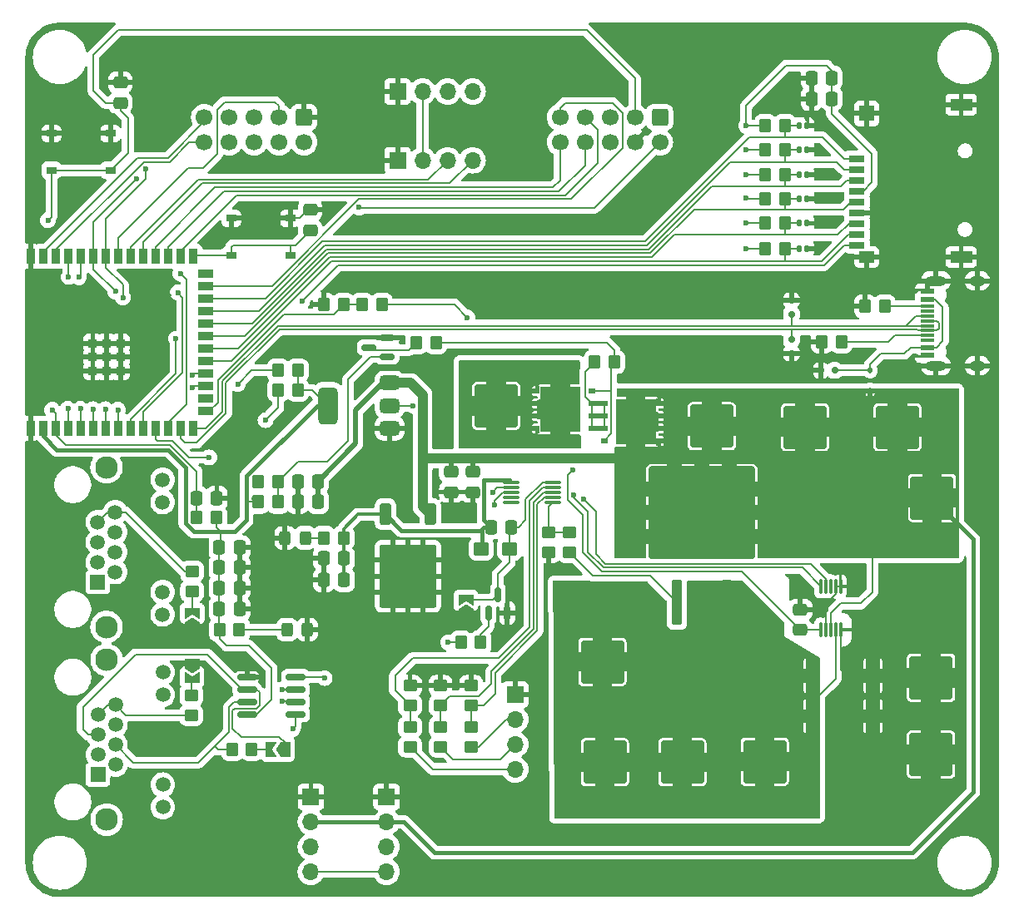
<source format=gtl>
G04 #@! TF.GenerationSoftware,KiCad,Pcbnew,8.0.4*
G04 #@! TF.CreationDate,2024-08-16T23:51:57-05:00*
G04 #@! TF.ProjectId,BatteryCo,42617474-6572-4794-936f-2e6b69636164,rev?*
G04 #@! TF.SameCoordinates,Original*
G04 #@! TF.FileFunction,Copper,L1,Top*
G04 #@! TF.FilePolarity,Positive*
%FSLAX46Y46*%
G04 Gerber Fmt 4.6, Leading zero omitted, Abs format (unit mm)*
G04 Created by KiCad (PCBNEW 8.0.4) date 2024-08-16 23:51:57*
%MOMM*%
%LPD*%
G01*
G04 APERTURE LIST*
G04 Aperture macros list*
%AMRoundRect*
0 Rectangle with rounded corners*
0 $1 Rounding radius*
0 $2 $3 $4 $5 $6 $7 $8 $9 X,Y pos of 4 corners*
0 Add a 4 corners polygon primitive as box body*
4,1,4,$2,$3,$4,$5,$6,$7,$8,$9,$2,$3,0*
0 Add four circle primitives for the rounded corners*
1,1,$1+$1,$2,$3*
1,1,$1+$1,$4,$5*
1,1,$1+$1,$6,$7*
1,1,$1+$1,$8,$9*
0 Add four rect primitives between the rounded corners*
20,1,$1+$1,$2,$3,$4,$5,0*
20,1,$1+$1,$4,$5,$6,$7,0*
20,1,$1+$1,$6,$7,$8,$9,0*
20,1,$1+$1,$8,$9,$2,$3,0*%
%AMFreePoly0*
4,1,6,1.000000,0.000000,0.500000,-0.750000,-0.500000,-0.750000,-0.500000,0.750000,0.500000,0.750000,1.000000,0.000000,1.000000,0.000000,$1*%
%AMFreePoly1*
4,1,6,0.500000,-0.750000,-0.650000,-0.750000,-0.150000,0.000000,-0.650000,0.750000,0.500000,0.750000,0.500000,-0.750000,0.500000,-0.750000,$1*%
G04 Aperture macros list end*
G04 #@! TA.AperFunction,SMDPad,CuDef*
%ADD10RoundRect,0.250000X0.337500X0.475000X-0.337500X0.475000X-0.337500X-0.475000X0.337500X-0.475000X0*%
G04 #@! TD*
G04 #@! TA.AperFunction,ComponentPad*
%ADD11R,1.700000X1.700000*%
G04 #@! TD*
G04 #@! TA.AperFunction,ComponentPad*
%ADD12O,1.700000X1.700000*%
G04 #@! TD*
G04 #@! TA.AperFunction,SMDPad,CuDef*
%ADD13FreePoly0,270.000000*%
G04 #@! TD*
G04 #@! TA.AperFunction,SMDPad,CuDef*
%ADD14FreePoly1,270.000000*%
G04 #@! TD*
G04 #@! TA.AperFunction,SMDPad,CuDef*
%ADD15FreePoly1,180.000000*%
G04 #@! TD*
G04 #@! TA.AperFunction,SMDPad,CuDef*
%ADD16FreePoly0,180.000000*%
G04 #@! TD*
G04 #@! TA.AperFunction,SMDPad,CuDef*
%ADD17RoundRect,0.250000X-0.350000X-0.450000X0.350000X-0.450000X0.350000X0.450000X-0.350000X0.450000X0*%
G04 #@! TD*
G04 #@! TA.AperFunction,SMDPad,CuDef*
%ADD18FreePoly0,90.000000*%
G04 #@! TD*
G04 #@! TA.AperFunction,SMDPad,CuDef*
%ADD19FreePoly1,90.000000*%
G04 #@! TD*
G04 #@! TA.AperFunction,SMDPad,CuDef*
%ADD20R,1.000000X0.750000*%
G04 #@! TD*
G04 #@! TA.AperFunction,SMDPad,CuDef*
%ADD21RoundRect,0.250000X-0.475000X0.337500X-0.475000X-0.337500X0.475000X-0.337500X0.475000X0.337500X0*%
G04 #@! TD*
G04 #@! TA.AperFunction,SMDPad,CuDef*
%ADD22RoundRect,0.250000X0.350000X0.450000X-0.350000X0.450000X-0.350000X-0.450000X0.350000X-0.450000X0*%
G04 #@! TD*
G04 #@! TA.AperFunction,SMDPad,CuDef*
%ADD23RoundRect,0.250000X-0.450000X0.350000X-0.450000X-0.350000X0.450000X-0.350000X0.450000X0.350000X0*%
G04 #@! TD*
G04 #@! TA.AperFunction,ComponentPad*
%ADD24RoundRect,0.249999X1.950001X1.950001X-1.950001X1.950001X-1.950001X-1.950001X1.950001X-1.950001X0*%
G04 #@! TD*
G04 #@! TA.AperFunction,SMDPad,CuDef*
%ADD25RoundRect,0.150000X0.825000X0.150000X-0.825000X0.150000X-0.825000X-0.150000X0.825000X-0.150000X0*%
G04 #@! TD*
G04 #@! TA.AperFunction,SMDPad,CuDef*
%ADD26RoundRect,0.125000X0.125000X0.225000X-0.125000X0.225000X-0.125000X-0.225000X0.125000X-0.225000X0*%
G04 #@! TD*
G04 #@! TA.AperFunction,SMDPad,CuDef*
%ADD27RoundRect,0.249999X-0.450001X-1.425001X0.450001X-1.425001X0.450001X1.425001X-0.450001X1.425001X0*%
G04 #@! TD*
G04 #@! TA.AperFunction,SMDPad,CuDef*
%ADD28RoundRect,0.250000X0.300000X-2.050000X0.300000X2.050000X-0.300000X2.050000X-0.300000X-2.050000X0*%
G04 #@! TD*
G04 #@! TA.AperFunction,SMDPad,CuDef*
%ADD29RoundRect,0.250000X2.375000X-2.025000X2.375000X2.025000X-2.375000X2.025000X-2.375000X-2.025000X0*%
G04 #@! TD*
G04 #@! TA.AperFunction,SMDPad,CuDef*
%ADD30RoundRect,0.250002X5.149998X-4.449998X5.149998X4.449998X-5.149998X4.449998X-5.149998X-4.449998X0*%
G04 #@! TD*
G04 #@! TA.AperFunction,SMDPad,CuDef*
%ADD31RoundRect,0.150000X0.150000X-0.587500X0.150000X0.587500X-0.150000X0.587500X-0.150000X-0.587500X0*%
G04 #@! TD*
G04 #@! TA.AperFunction,SMDPad,CuDef*
%ADD32RoundRect,0.087500X-0.725000X-0.087500X0.725000X-0.087500X0.725000X0.087500X-0.725000X0.087500X0*%
G04 #@! TD*
G04 #@! TA.AperFunction,SMDPad,CuDef*
%ADD33RoundRect,0.250000X-0.537500X-0.425000X0.537500X-0.425000X0.537500X0.425000X-0.537500X0.425000X0*%
G04 #@! TD*
G04 #@! TA.AperFunction,ComponentPad*
%ADD34RoundRect,0.249999X-1.950001X-1.950001X1.950001X-1.950001X1.950001X1.950001X-1.950001X1.950001X0*%
G04 #@! TD*
G04 #@! TA.AperFunction,SMDPad,CuDef*
%ADD35RoundRect,0.250000X0.475000X-0.337500X0.475000X0.337500X-0.475000X0.337500X-0.475000X-0.337500X0*%
G04 #@! TD*
G04 #@! TA.AperFunction,SMDPad,CuDef*
%ADD36RoundRect,0.250000X-0.337500X-0.475000X0.337500X-0.475000X0.337500X0.475000X-0.337500X0.475000X0*%
G04 #@! TD*
G04 #@! TA.AperFunction,SMDPad,CuDef*
%ADD37R,0.650000X0.500000*%
G04 #@! TD*
G04 #@! TA.AperFunction,SMDPad,CuDef*
%ADD38R,4.120000X4.600000*%
G04 #@! TD*
G04 #@! TA.AperFunction,SMDPad,CuDef*
%ADD39R,0.550000X0.500000*%
G04 #@! TD*
G04 #@! TA.AperFunction,SMDPad,CuDef*
%ADD40RoundRect,0.250000X0.450000X-0.350000X0.450000X0.350000X-0.450000X0.350000X-0.450000X-0.350000X0*%
G04 #@! TD*
G04 #@! TA.AperFunction,SMDPad,CuDef*
%ADD41R,1.600000X0.700000*%
G04 #@! TD*
G04 #@! TA.AperFunction,SMDPad,CuDef*
%ADD42R,1.500000X1.200000*%
G04 #@! TD*
G04 #@! TA.AperFunction,SMDPad,CuDef*
%ADD43R,2.200000X1.200000*%
G04 #@! TD*
G04 #@! TA.AperFunction,SMDPad,CuDef*
%ADD44R,1.500000X1.600000*%
G04 #@! TD*
G04 #@! TA.AperFunction,SMDPad,CuDef*
%ADD45RoundRect,0.250000X0.325000X0.450000X-0.325000X0.450000X-0.325000X-0.450000X0.325000X-0.450000X0*%
G04 #@! TD*
G04 #@! TA.AperFunction,ComponentPad*
%ADD46R,1.500000X1.500000*%
G04 #@! TD*
G04 #@! TA.AperFunction,ComponentPad*
%ADD47C,1.500000*%
G04 #@! TD*
G04 #@! TA.AperFunction,ComponentPad*
%ADD48C,2.300000*%
G04 #@! TD*
G04 #@! TA.AperFunction,SMDPad,CuDef*
%ADD49RoundRect,0.075000X-0.075000X0.650000X-0.075000X-0.650000X0.075000X-0.650000X0.075000X0.650000X0*%
G04 #@! TD*
G04 #@! TA.AperFunction,ComponentPad*
%ADD50RoundRect,0.250000X-0.600000X0.600000X-0.600000X-0.600000X0.600000X-0.600000X0.600000X0.600000X0*%
G04 #@! TD*
G04 #@! TA.AperFunction,ComponentPad*
%ADD51C,1.700000*%
G04 #@! TD*
G04 #@! TA.AperFunction,SMDPad,CuDef*
%ADD52RoundRect,0.150000X0.200000X-0.150000X0.200000X0.150000X-0.200000X0.150000X-0.200000X-0.150000X0*%
G04 #@! TD*
G04 #@! TA.AperFunction,SMDPad,CuDef*
%ADD53RoundRect,0.250000X-0.325000X-0.450000X0.325000X-0.450000X0.325000X0.450000X-0.325000X0.450000X0*%
G04 #@! TD*
G04 #@! TA.AperFunction,SMDPad,CuDef*
%ADD54RoundRect,0.150000X-0.200000X0.150000X-0.200000X-0.150000X0.200000X-0.150000X0.200000X0.150000X0*%
G04 #@! TD*
G04 #@! TA.AperFunction,SMDPad,CuDef*
%ADD55RoundRect,0.150000X0.587500X0.150000X-0.587500X0.150000X-0.587500X-0.150000X0.587500X-0.150000X0*%
G04 #@! TD*
G04 #@! TA.AperFunction,SMDPad,CuDef*
%ADD56RoundRect,0.250000X-0.350000X0.850000X-0.350000X-0.850000X0.350000X-0.850000X0.350000X0.850000X0*%
G04 #@! TD*
G04 #@! TA.AperFunction,SMDPad,CuDef*
%ADD57RoundRect,0.250000X-1.125000X1.275000X-1.125000X-1.275000X1.125000X-1.275000X1.125000X1.275000X0*%
G04 #@! TD*
G04 #@! TA.AperFunction,SMDPad,CuDef*
%ADD58RoundRect,0.249997X-2.650003X2.950003X-2.650003X-2.950003X2.650003X-2.950003X2.650003X2.950003X0*%
G04 #@! TD*
G04 #@! TA.AperFunction,SMDPad,CuDef*
%ADD59R,0.900000X1.500000*%
G04 #@! TD*
G04 #@! TA.AperFunction,SMDPad,CuDef*
%ADD60R,1.500000X0.900000*%
G04 #@! TD*
G04 #@! TA.AperFunction,SMDPad,CuDef*
%ADD61R,0.900000X0.900000*%
G04 #@! TD*
G04 #@! TA.AperFunction,SMDPad,CuDef*
%ADD62R,1.450000X0.600000*%
G04 #@! TD*
G04 #@! TA.AperFunction,SMDPad,CuDef*
%ADD63R,1.450000X0.300000*%
G04 #@! TD*
G04 #@! TA.AperFunction,ComponentPad*
%ADD64O,2.100000X1.000000*%
G04 #@! TD*
G04 #@! TA.AperFunction,ComponentPad*
%ADD65O,1.600000X1.000000*%
G04 #@! TD*
G04 #@! TA.AperFunction,SMDPad,CuDef*
%ADD66RoundRect,0.112500X0.112500X-0.187500X0.112500X0.187500X-0.112500X0.187500X-0.112500X-0.187500X0*%
G04 #@! TD*
G04 #@! TA.AperFunction,SMDPad,CuDef*
%ADD67RoundRect,0.150000X0.150000X0.200000X-0.150000X0.200000X-0.150000X-0.200000X0.150000X-0.200000X0*%
G04 #@! TD*
G04 #@! TA.AperFunction,SMDPad,CuDef*
%ADD68RoundRect,0.375000X0.625000X0.375000X-0.625000X0.375000X-0.625000X-0.375000X0.625000X-0.375000X0*%
G04 #@! TD*
G04 #@! TA.AperFunction,SMDPad,CuDef*
%ADD69RoundRect,0.500000X0.500000X1.400000X-0.500000X1.400000X-0.500000X-1.400000X0.500000X-1.400000X0*%
G04 #@! TD*
G04 #@! TA.AperFunction,ViaPad*
%ADD70C,0.600000*%
G04 #@! TD*
G04 #@! TA.AperFunction,ViaPad*
%ADD71C,0.500000*%
G04 #@! TD*
G04 #@! TA.AperFunction,Conductor*
%ADD72C,0.200000*%
G04 #@! TD*
G04 #@! TA.AperFunction,Conductor*
%ADD73C,0.400000*%
G04 #@! TD*
G04 #@! TA.AperFunction,Conductor*
%ADD74C,1.000000*%
G04 #@! TD*
G04 #@! TA.AperFunction,Conductor*
%ADD75C,0.500000*%
G04 #@! TD*
G04 #@! TA.AperFunction,Conductor*
%ADD76C,0.300000*%
G04 #@! TD*
G04 APERTURE END LIST*
D10*
X132520700Y-53781600D03*
X130445700Y-53781600D03*
X132520700Y-51648000D03*
X130445700Y-51648000D03*
D11*
X88354000Y-53019600D03*
D12*
X90894000Y-53019600D03*
X93434000Y-53019600D03*
X95974000Y-53019600D03*
D13*
X67449800Y-111259600D03*
D14*
X67449800Y-112709600D03*
D15*
X75471800Y-119999400D03*
D16*
X76921800Y-119999400D03*
D17*
X71529800Y-119999400D03*
X73529800Y-119999400D03*
D18*
X67475200Y-107528000D03*
D19*
X67475200Y-106078000D03*
D20*
X53144000Y-57296000D03*
X59144000Y-57296000D03*
X53144000Y-61046000D03*
X59144000Y-61046000D03*
X71432000Y-65932000D03*
X77432000Y-65932000D03*
X71432000Y-69682000D03*
X77432000Y-69682000D03*
D21*
X60160000Y-52113000D03*
X60160000Y-54188000D03*
X79464000Y-65088500D03*
X79464000Y-67163500D03*
D22*
X82860000Y-98460000D03*
X80860000Y-98460000D03*
D23*
X95821571Y-117717324D03*
X95821571Y-119717324D03*
D24*
X125692000Y-121244000D03*
D10*
X82927500Y-102760000D03*
X80852500Y-102760000D03*
D25*
X77980000Y-116430000D03*
X77980000Y-115160000D03*
X77980000Y-113890000D03*
X77980000Y-112620000D03*
X73030000Y-112620000D03*
X73030000Y-113890000D03*
X73030000Y-115160000D03*
X73030000Y-116430000D03*
D26*
X130000001Y-66448300D03*
X129200001Y-66448300D03*
D27*
X130600000Y-112500000D03*
X136700000Y-112500000D03*
D28*
X116760000Y-105050000D03*
D29*
X116525000Y-98325000D03*
X122075000Y-98325000D03*
D30*
X119300000Y-95900000D03*
D29*
X116525000Y-93475000D03*
X122075000Y-93475000D03*
D28*
X121840000Y-105050000D03*
D31*
X97600000Y-106100000D03*
X99500000Y-106100000D03*
X98550000Y-104225000D03*
D32*
X99927500Y-92820000D03*
X99927500Y-93320000D03*
X99927500Y-93820000D03*
X99927500Y-94320000D03*
X99927500Y-94820000D03*
X104152500Y-94820000D03*
X104152500Y-94320000D03*
X104152500Y-93820000D03*
X104152500Y-93320000D03*
X104152500Y-92820000D03*
D33*
X96862500Y-99590000D03*
X99737500Y-99590000D03*
D11*
X88354000Y-60030000D03*
D12*
X90894000Y-60030000D03*
X93434000Y-60030000D03*
X95974000Y-60030000D03*
D10*
X80275000Y-94800000D03*
X78200000Y-94800000D03*
D11*
X87240000Y-124820000D03*
D12*
X87240000Y-127360000D03*
X87240000Y-129900000D03*
X87240000Y-132440000D03*
D34*
X120300000Y-87100000D03*
D21*
X96000000Y-91725000D03*
X96000000Y-93800000D03*
D35*
X129300000Y-107837500D03*
X129300000Y-105762500D03*
D36*
X97862500Y-97380000D03*
X99937500Y-97380000D03*
D26*
X130000001Y-69000000D03*
X129200001Y-69000000D03*
D17*
X74200000Y-94800000D03*
X76200000Y-94800000D03*
D23*
X92721571Y-117717324D03*
X92721571Y-119717324D03*
D10*
X80275000Y-92700000D03*
X78200000Y-92700000D03*
D34*
X98370000Y-85030000D03*
D37*
X109353421Y-84765000D03*
X109353421Y-86035000D03*
X109353421Y-87305000D03*
X109353421Y-88575000D03*
D38*
X112568421Y-86670000D03*
D39*
X114903421Y-84765000D03*
X114903421Y-86035000D03*
X114903421Y-87305000D03*
X114903421Y-88575000D03*
D22*
X127747001Y-63961225D03*
X125747001Y-63961225D03*
D11*
X100310000Y-114400000D03*
D12*
X100310000Y-116940000D03*
X100310000Y-119480000D03*
X100310000Y-122020000D03*
D17*
X135900000Y-74900000D03*
X137900000Y-74900000D03*
D22*
X76200000Y-92700000D03*
X74200000Y-92700000D03*
X92270000Y-78600000D03*
X90270000Y-78600000D03*
D40*
X92721571Y-115517324D03*
X92721571Y-113517324D03*
D34*
X139200000Y-87200000D03*
D41*
X135070000Y-59870000D03*
X135070000Y-60970000D03*
X135070000Y-62070000D03*
X135070000Y-63170000D03*
X135070000Y-64270000D03*
X135070000Y-65370000D03*
X135070000Y-66470000D03*
X135070000Y-67570000D03*
X135070000Y-68670000D03*
D42*
X136070000Y-69870000D03*
D43*
X145670000Y-69870000D03*
D44*
X136070000Y-55270000D03*
D43*
X145670000Y-54370000D03*
D22*
X127747001Y-61474150D03*
X125747001Y-61474150D03*
D36*
X70222300Y-101482800D03*
X72297300Y-101482800D03*
D17*
X131500000Y-78500000D03*
X133500000Y-78500000D03*
D22*
X127747001Y-66448300D03*
X125747001Y-66448300D03*
D11*
X79540000Y-124820000D03*
D12*
X79540000Y-127360000D03*
X79540000Y-129900000D03*
X79540000Y-132440000D03*
D34*
X142600000Y-120500000D03*
D37*
X108120000Y-87305000D03*
X108120000Y-86035000D03*
X108120000Y-84765000D03*
X108120000Y-83495000D03*
D38*
X104905000Y-85400000D03*
D39*
X102570000Y-87305000D03*
X102570000Y-86035000D03*
X102570000Y-84765000D03*
X102570000Y-83495000D03*
D36*
X67900000Y-94400000D03*
X69975000Y-94400000D03*
D40*
X95821571Y-115517324D03*
X95821571Y-113517324D03*
D22*
X127747001Y-58987075D03*
X125747001Y-58987075D03*
D27*
X130600000Y-116600000D03*
X136700000Y-116600000D03*
D22*
X78200000Y-83400000D03*
X76200000Y-83400000D03*
D34*
X129800000Y-87200000D03*
D17*
X108410000Y-80570000D03*
X110410000Y-80570000D03*
D34*
X142600000Y-112700000D03*
D45*
X79168200Y-107798800D03*
X77118200Y-107798800D03*
D36*
X70222300Y-105698800D03*
X72297300Y-105698800D03*
D40*
X89621571Y-115517324D03*
X89621571Y-113517324D03*
D26*
X130000001Y-56500000D03*
X129200001Y-56500000D03*
D17*
X67937500Y-96400000D03*
X69937500Y-96400000D03*
D46*
X57862000Y-102956000D03*
D47*
X59642000Y-101940000D03*
X57862000Y-100924000D03*
X59642000Y-99908000D03*
X57862000Y-98892000D03*
X59642000Y-97876000D03*
X57862000Y-96860000D03*
X59642000Y-95844000D03*
X64462000Y-106256000D03*
X64462000Y-103966000D03*
X64462000Y-94826000D03*
X64462000Y-92536000D03*
D48*
X58752000Y-107526000D03*
X58752000Y-91266000D03*
D22*
X82850000Y-74700000D03*
X80850000Y-74700000D03*
X78200000Y-81400000D03*
X76200000Y-81400000D03*
D49*
X133400000Y-103400000D03*
X132900000Y-103400000D03*
X132400000Y-103400000D03*
X131900000Y-103400000D03*
X131400000Y-103400000D03*
X131400000Y-107800000D03*
X131900000Y-107800000D03*
X132400000Y-107800000D03*
X132900000Y-107800000D03*
X133400000Y-107800000D03*
D23*
X89621571Y-117717324D03*
X89621571Y-119717324D03*
D18*
X95300000Y-106200000D03*
D19*
X95300000Y-104750000D03*
D17*
X94800000Y-109100000D03*
X96800000Y-109100000D03*
D21*
X93800000Y-91725000D03*
X93800000Y-93800000D03*
D50*
X115024000Y-55653658D03*
D51*
X115024000Y-58193658D03*
X112484000Y-55653658D03*
X112484000Y-58193658D03*
X109944000Y-55653658D03*
X109944000Y-58193658D03*
X107404000Y-55653658D03*
X107404000Y-58193658D03*
X104864000Y-55653658D03*
X104864000Y-58193658D03*
D52*
X128400000Y-74300000D03*
X128400000Y-75700000D03*
D24*
X109182000Y-111084000D03*
D53*
X76910000Y-98460000D03*
X78960000Y-98460000D03*
D54*
X128400000Y-79700000D03*
X128400000Y-78300000D03*
D46*
X57874000Y-122564800D03*
D47*
X59654000Y-121548800D03*
X57874000Y-120532800D03*
X59654000Y-119516800D03*
X57874000Y-118500800D03*
X59654000Y-117484800D03*
X57874000Y-116468800D03*
X59654000Y-115452800D03*
X64474000Y-125864800D03*
X64474000Y-123574800D03*
X64474000Y-114434800D03*
X64474000Y-112144800D03*
D48*
X58764000Y-127134800D03*
X58764000Y-110874800D03*
D24*
X109436000Y-121300000D03*
D40*
X67373600Y-116513000D03*
X67373600Y-114513000D03*
D36*
X70222300Y-99440800D03*
X72297300Y-99440800D03*
X70222300Y-103539800D03*
X72297300Y-103539800D03*
D26*
X130000001Y-58987075D03*
X129200001Y-58987075D03*
D55*
X87315289Y-80030000D03*
X87315289Y-78130000D03*
X85440289Y-79080000D03*
D26*
X130000001Y-63961225D03*
X129200001Y-63961225D03*
D22*
X127747001Y-56500000D03*
X125747001Y-56500000D03*
D56*
X91680000Y-96060000D03*
D57*
X90925000Y-100685000D03*
X87875000Y-100685000D03*
D58*
X89400000Y-102360000D03*
D57*
X90925000Y-104035000D03*
X87875000Y-104035000D03*
D56*
X87120000Y-96060000D03*
D59*
X51040000Y-87300000D03*
X52310000Y-87300000D03*
X53580000Y-87300000D03*
X54850000Y-87300000D03*
X56120000Y-87300000D03*
X57390000Y-87300000D03*
X58660000Y-87300000D03*
X59930000Y-87300000D03*
X61200000Y-87300000D03*
X62470000Y-87300000D03*
X63740000Y-87300000D03*
X65010000Y-87300000D03*
X66280000Y-87300000D03*
X67550000Y-87300000D03*
D60*
X68800000Y-85535000D03*
X68800000Y-84265000D03*
X68800000Y-82995000D03*
X68800000Y-81725000D03*
X68800000Y-80455000D03*
X68800000Y-79185000D03*
X68800000Y-77915000D03*
X68800000Y-76645000D03*
X68800000Y-75375000D03*
X68800000Y-74105000D03*
X68800000Y-72835000D03*
X68800000Y-71565000D03*
D59*
X67550000Y-69800000D03*
X66280000Y-69800000D03*
X65010000Y-69800000D03*
X63740000Y-69800000D03*
X62470000Y-69800000D03*
X61200000Y-69800000D03*
X59930000Y-69800000D03*
X58660000Y-69800000D03*
X57390000Y-69800000D03*
X56120000Y-69800000D03*
X54850000Y-69800000D03*
X53580000Y-69800000D03*
X52310000Y-69800000D03*
X51040000Y-69800000D03*
D61*
X57360000Y-81450000D03*
X58760000Y-81450000D03*
X60160000Y-81450000D03*
X60160000Y-81450000D03*
X57360000Y-80050000D03*
X57360000Y-80050000D03*
X58760000Y-80050000D03*
X60160000Y-80050000D03*
X57360000Y-78650000D03*
X58760000Y-78650000D03*
X60160000Y-78650000D03*
D24*
X117310000Y-121300000D03*
D62*
X142205000Y-79870000D03*
X142205000Y-79070000D03*
D63*
X142205000Y-77870000D03*
X142205000Y-76870000D03*
X142205000Y-76370000D03*
X142205000Y-75370000D03*
D62*
X142205000Y-74170000D03*
X142205000Y-73370000D03*
X142205000Y-73370000D03*
X142205000Y-74170000D03*
D63*
X142205000Y-74870000D03*
X142205000Y-75870000D03*
X142205000Y-77370000D03*
X142205000Y-78370000D03*
D62*
X142205000Y-79070000D03*
X142205000Y-79870000D03*
D64*
X143120000Y-80940000D03*
D65*
X147300000Y-80940000D03*
D64*
X143120000Y-72300000D03*
D65*
X147300000Y-72300000D03*
D22*
X127747001Y-69000000D03*
X125747001Y-69000000D03*
D10*
X82927500Y-100560000D03*
X80852500Y-100560000D03*
D66*
X136400000Y-83500000D03*
X136400000Y-81400000D03*
D67*
X131400000Y-81400000D03*
X132800000Y-81400000D03*
D26*
X130000001Y-61474150D03*
X129200001Y-61474150D03*
D23*
X105860000Y-97940000D03*
X105860000Y-99940000D03*
D34*
X142700000Y-94400000D03*
D68*
X87550000Y-87300000D03*
X87550000Y-85000000D03*
D69*
X81250000Y-85000000D03*
D68*
X87550000Y-82700000D03*
D22*
X86750000Y-74700000D03*
X84750000Y-74700000D03*
D23*
X103730000Y-97940000D03*
X103730000Y-99940000D03*
X67449800Y-101879800D03*
X67449800Y-103879800D03*
D50*
X78846217Y-55653658D03*
D51*
X78846217Y-58193658D03*
X76306217Y-55653658D03*
X76306217Y-58193658D03*
X73766217Y-55653658D03*
X73766217Y-58193658D03*
X71226217Y-55653658D03*
X71226217Y-58193658D03*
X68686217Y-55653658D03*
X68686217Y-58193658D03*
D17*
X70259800Y-107798800D03*
X72259800Y-107798800D03*
D70*
X127114400Y-54188000D03*
X62725400Y-60868200D03*
X61811000Y-61884200D03*
D71*
X99944200Y-50454200D03*
X94694200Y-50454200D03*
X105194200Y-48704200D03*
X96444200Y-48704200D03*
X91194200Y-48704200D03*
X105194200Y-50454200D03*
X92944200Y-48704200D03*
X85944200Y-48704200D03*
X94694200Y-48704200D03*
X99944200Y-48704200D03*
X91194200Y-50454200D03*
X101694200Y-48704200D03*
X87694200Y-48704200D03*
X98194200Y-50454200D03*
X89444200Y-50454200D03*
X89444200Y-48704200D03*
X96444200Y-50454200D03*
X103444200Y-48704200D03*
X98194200Y-48704200D03*
X101694200Y-50454200D03*
X103444200Y-50454200D03*
X85944200Y-50454200D03*
X87694200Y-50454200D03*
X92944200Y-50454200D03*
X78684400Y-50428800D03*
X73434400Y-50428800D03*
X83934400Y-48678800D03*
X75184400Y-48678800D03*
X69934400Y-48678800D03*
X83934400Y-50428800D03*
X71684400Y-48678800D03*
X64684400Y-48678800D03*
X73434400Y-48678800D03*
X78684400Y-48678800D03*
X69934400Y-50428800D03*
X80434400Y-48678800D03*
X66434400Y-48678800D03*
X76934400Y-50428800D03*
X68184400Y-50428800D03*
X68184400Y-48678800D03*
X75184400Y-50428800D03*
X82184400Y-48678800D03*
X76934400Y-48678800D03*
X80434400Y-50428800D03*
X82184400Y-50428800D03*
X64684400Y-50428800D03*
X66434400Y-50428800D03*
X71684400Y-50428800D03*
D70*
X111700000Y-86700000D03*
X111700000Y-85200000D03*
X113200000Y-88200000D03*
X113200000Y-86700000D03*
X113200000Y-85200000D03*
X111700000Y-88200000D03*
X123800000Y-59000000D03*
X123800000Y-69000000D03*
X123800000Y-66400000D03*
X123800000Y-56500000D03*
X106134000Y-91526000D03*
X89900000Y-85000000D03*
X123800000Y-63900000D03*
X81250000Y-85000000D03*
X123800000Y-61500000D03*
X52794000Y-66126000D03*
X53222000Y-85430000D03*
X78650000Y-74350000D03*
X66002000Y-73492000D03*
X103990000Y-85320000D03*
X103990000Y-83820000D03*
X103990000Y-86820000D03*
X105490000Y-83820000D03*
X105490000Y-86820000D03*
X105490000Y-85320000D03*
X95450000Y-76040000D03*
X69202400Y-90280000D03*
X74200000Y-92700000D03*
X54822000Y-85320000D03*
X56092000Y-85330000D03*
X57362000Y-85360000D03*
X58632000Y-85360000D03*
X66256000Y-71561600D03*
X106226000Y-94066000D03*
X59652000Y-73390000D03*
X72100000Y-82800000D03*
X98006000Y-93812000D03*
X107239265Y-94484735D03*
X60414000Y-73990000D03*
X74924265Y-86475735D03*
X98220000Y-95082000D03*
X80937200Y-112735000D03*
X54902200Y-71891800D03*
X77686000Y-117916600D03*
X55943600Y-71942600D03*
X84447322Y-64835522D03*
X59906000Y-85430000D03*
X90894000Y-66380000D03*
X147790000Y-93304000D03*
X80800000Y-105200000D03*
X78260000Y-101960000D03*
D71*
X111600000Y-75600000D03*
X102850000Y-73850000D03*
D70*
X132482000Y-133182000D03*
D71*
X79640000Y-79400000D03*
X85814000Y-71968000D03*
X99350000Y-72100000D03*
D70*
X54318000Y-97876000D03*
D71*
X115100000Y-75600000D03*
X103900000Y-66600000D03*
X109850000Y-73850000D03*
X113350000Y-72100000D03*
D70*
X84290000Y-66634000D03*
X98800000Y-108800000D03*
X61938000Y-91018000D03*
X51000000Y-89260000D03*
D71*
X101100000Y-75600000D03*
D70*
X113400000Y-81300000D03*
D71*
X116850000Y-75600000D03*
D70*
X93700000Y-95900000D03*
X125400000Y-81300000D03*
D71*
X102850000Y-75600000D03*
D70*
X52540000Y-123276000D03*
D71*
X77686000Y-85430000D03*
X112650000Y-66600000D03*
X104600000Y-73850000D03*
D70*
X131600000Y-59000000D03*
X78260000Y-100360000D03*
X120482000Y-133182000D03*
D71*
X89624000Y-81112000D03*
D70*
X75860000Y-100360000D03*
X73876000Y-88732000D03*
D71*
X104600000Y-75600000D03*
D70*
X70472400Y-114309800D03*
X85700000Y-91602000D03*
X140482000Y-133182000D03*
X132300000Y-66400000D03*
D71*
X51524000Y-75524000D03*
D70*
X69177000Y-113827200D03*
X128482000Y-133182000D03*
X108482000Y-133182000D03*
X132300000Y-61500000D03*
X115400000Y-81300000D03*
D71*
X101100000Y-72100000D03*
D70*
X119400000Y-79300000D03*
D71*
X101100000Y-73850000D03*
X71700000Y-94800000D03*
X84064000Y-71968000D03*
D70*
X55334000Y-75270000D03*
X147790000Y-87462000D03*
X117400000Y-79300000D03*
D71*
X92926000Y-86446000D03*
X92926000Y-82946000D03*
D70*
X95500000Y-95900000D03*
D71*
X109850000Y-72100000D03*
D70*
X100300000Y-102400000D03*
X97200000Y-101500000D03*
D71*
X81200000Y-79400000D03*
X97600000Y-75600000D03*
D70*
X121400000Y-81300000D03*
X63462000Y-91018000D03*
X125400000Y-79300000D03*
X131900000Y-105800000D03*
D71*
X102150000Y-66600000D03*
D70*
X71590000Y-88732000D03*
X147790000Y-96352000D03*
D71*
X115100000Y-72100000D03*
X100400000Y-66600000D03*
X108100000Y-73850000D03*
D70*
X100482000Y-133182000D03*
X121400000Y-79300000D03*
X62700000Y-118450000D03*
X75860000Y-101960000D03*
X88100000Y-91602000D03*
X72885400Y-111261800D03*
D71*
X116850000Y-72100000D03*
X107400000Y-66600000D03*
D70*
X52032000Y-95590000D03*
D71*
X109150000Y-66600000D03*
X106350000Y-73850000D03*
D70*
X113400000Y-79300000D03*
X131600000Y-69000000D03*
D71*
X92926000Y-84696000D03*
D70*
X71437600Y-110703000D03*
D71*
X97600000Y-72100000D03*
X106350000Y-72100000D03*
X98650000Y-66600000D03*
D70*
X60132000Y-83930000D03*
D71*
X99350000Y-75600000D03*
D70*
X117400000Y-81300000D03*
D71*
X96900000Y-66600000D03*
X95150000Y-66600000D03*
X104600000Y-72100000D03*
X108100000Y-72100000D03*
D70*
X123400000Y-81300000D03*
X119400000Y-81300000D03*
D71*
X111600000Y-72100000D03*
D70*
X63970000Y-118450000D03*
D71*
X111600000Y-73850000D03*
D70*
X88100000Y-90002000D03*
D71*
X76162000Y-67396000D03*
D70*
X85700000Y-90002000D03*
D71*
X116850000Y-73850000D03*
X108100000Y-75600000D03*
D70*
X104482000Y-133182000D03*
X115400000Y-79300000D03*
D71*
X102850000Y-72100000D03*
X105650000Y-66600000D03*
D70*
X51012000Y-71740000D03*
D71*
X65110000Y-73740000D03*
D70*
X96482000Y-133182000D03*
X132000000Y-56500000D03*
X95000000Y-101500000D03*
X147790000Y-90510000D03*
X55334000Y-81874000D03*
D71*
X113350000Y-75600000D03*
D70*
X78194000Y-111084000D03*
D71*
X61860000Y-71860000D03*
D70*
X124482000Y-133182000D03*
X79972000Y-115656000D03*
X112482000Y-133182000D03*
X132300000Y-63900000D03*
D71*
X109850000Y-75600000D03*
D70*
X94300000Y-111900000D03*
D71*
X51524000Y-78826000D03*
X99350000Y-73850000D03*
D70*
X64732000Y-101940000D03*
X91400000Y-111900000D03*
X136482000Y-133182000D03*
D71*
X106350000Y-75600000D03*
D70*
X61930000Y-78660000D03*
D71*
X51524000Y-82128000D03*
X115100000Y-73850000D03*
D70*
X116482000Y-133182000D03*
D71*
X113350000Y-73850000D03*
X87874000Y-81112000D03*
X97600000Y-73850000D03*
D70*
X62446000Y-122768000D03*
X64732000Y-97368000D03*
X86068000Y-66634000D03*
D71*
X110900000Y-66600000D03*
D70*
X123400000Y-79300000D03*
X93500000Y-109100000D03*
X65792892Y-78207108D03*
X76593800Y-113880000D03*
X67500000Y-83144000D03*
X67500000Y-81874000D03*
X76619200Y-115122600D03*
D72*
X128400000Y-77285600D02*
X128400000Y-78300000D01*
X128384400Y-77270000D02*
X128400000Y-77285600D01*
X141280000Y-77370000D02*
X142205000Y-77370000D01*
X141180000Y-77270000D02*
X141280000Y-77370000D01*
X128300000Y-77270000D02*
X141180000Y-77270000D01*
X136600000Y-59400000D02*
X136600000Y-62300000D01*
X132520700Y-50907500D02*
X132520700Y-55320700D01*
X132013200Y-50400000D02*
X132520700Y-50907500D01*
X132520700Y-55320700D02*
X136600000Y-59400000D01*
X135730000Y-63170000D02*
X135070000Y-63170000D01*
X136600000Y-62300000D02*
X135730000Y-63170000D01*
X127879800Y-50400000D02*
X132013200Y-50400000D01*
X123800000Y-54479800D02*
X127879800Y-50400000D01*
X123800000Y-56500000D02*
X123800000Y-54479800D01*
X62725400Y-61884200D02*
X58660000Y-65949600D01*
X62725400Y-60868200D02*
X62725400Y-61884200D01*
X58660000Y-65949600D02*
X58660000Y-69800000D01*
X61811000Y-61884200D02*
X57390000Y-66305200D01*
X57390000Y-66305200D02*
X57390000Y-69800000D01*
X90894000Y-53019600D02*
X90894000Y-60030000D01*
D73*
X66764000Y-96952666D02*
X67611334Y-97800000D01*
X66764000Y-91267906D02*
X66764000Y-96952666D01*
X52310000Y-88120000D02*
X53690000Y-89500000D01*
X53690000Y-89500000D02*
X64996094Y-89500000D01*
X67611334Y-97800000D02*
X70340000Y-97800000D01*
X52310000Y-87300000D02*
X52310000Y-88120000D01*
X64996094Y-89500000D02*
X66764000Y-91267906D01*
D72*
X67900000Y-91696800D02*
X67900000Y-94400000D01*
X54600000Y-89000000D02*
X65203200Y-89000000D01*
X65203200Y-89000000D02*
X67900000Y-91696800D01*
X53580000Y-87300000D02*
X53580000Y-87980000D01*
X53580000Y-87980000D02*
X54600000Y-89000000D01*
X63740000Y-88400000D02*
X63740000Y-87300000D01*
X63940000Y-88600000D02*
X63740000Y-88400000D01*
X65438200Y-88600000D02*
X63940000Y-88600000D01*
X67118200Y-90280000D02*
X65438200Y-88600000D01*
X69202400Y-90280000D02*
X67118200Y-90280000D01*
X76921800Y-119362200D02*
X76921800Y-119999400D01*
X76289000Y-118729400D02*
X76921800Y-119362200D01*
X72453600Y-118729400D02*
X76289000Y-118729400D01*
X74305000Y-115500552D02*
X73975552Y-115830000D01*
X71771600Y-115830000D02*
X71583600Y-116018000D01*
X71583600Y-116018000D02*
X71583600Y-117859400D01*
X74305000Y-114190001D02*
X74305000Y-115500552D01*
X71583600Y-117859400D02*
X72453600Y-118729400D01*
X74004999Y-113890000D02*
X74305000Y-114190001D01*
X73975552Y-115830000D02*
X71771600Y-115830000D01*
X73030000Y-113890000D02*
X74004999Y-113890000D01*
X70066000Y-119999400D02*
X69748500Y-119681900D01*
X71529800Y-119999400D02*
X70066000Y-119999400D01*
X75471800Y-119999400D02*
X73529800Y-119999400D01*
X77980000Y-117622600D02*
X77980000Y-116430000D01*
X77686000Y-117916600D02*
X77980000Y-117622600D01*
X60699200Y-116498000D02*
X59654000Y-115452800D01*
X64879600Y-116503600D02*
X64874000Y-116498000D01*
X64874000Y-116498000D02*
X60699200Y-116498000D01*
X67094200Y-116503600D02*
X64879600Y-116503600D01*
X73030000Y-113890000D02*
X72567200Y-113890000D01*
X61482800Y-121345600D02*
X68084800Y-121345600D01*
X59654000Y-119516800D02*
X61482800Y-121345600D01*
X57874000Y-116468800D02*
X58890000Y-115452800D01*
X58890000Y-115452800D02*
X59654000Y-115452800D01*
X72567200Y-113890000D02*
X68999200Y-110322000D01*
X68084800Y-121345600D02*
X69748500Y-119681900D01*
X61684000Y-110322000D02*
X56350000Y-115656000D01*
X56350000Y-115656000D02*
X56350000Y-117942000D01*
X56908800Y-118500800D02*
X57874000Y-118500800D01*
X68999200Y-110322000D02*
X61684000Y-110322000D01*
X56350000Y-117942000D02*
X56908800Y-118500800D01*
X60668000Y-95844000D02*
X59642000Y-95844000D01*
X67449800Y-101879800D02*
X66703800Y-101879800D01*
X57862000Y-96860000D02*
X58878000Y-95844000D01*
X66703800Y-101879800D02*
X60668000Y-95844000D01*
X58878000Y-95844000D02*
X59642000Y-95844000D01*
X75527000Y-114907999D02*
X74004999Y-116430000D01*
X74004999Y-116430000D02*
X73030000Y-116430000D01*
X75527000Y-111719000D02*
X75527000Y-114907999D01*
X70259800Y-108712400D02*
X70980400Y-109433000D01*
X70259800Y-107798800D02*
X70259800Y-108712400D01*
X70980400Y-109433000D02*
X73241000Y-109433000D01*
X73241000Y-109433000D02*
X75527000Y-111719000D01*
X71730400Y-115160000D02*
X73030000Y-115160000D01*
X71183600Y-115706800D02*
X71730400Y-115160000D01*
X71183600Y-118246800D02*
X71183600Y-115706800D01*
X69748500Y-119681900D02*
X71183600Y-118246800D01*
X72259800Y-107798800D02*
X77118200Y-107798800D01*
X70340000Y-97800000D02*
X70340000Y-99323100D01*
X70222300Y-107761300D02*
X70259800Y-107798800D01*
X70222300Y-101482800D02*
X70222300Y-103539800D01*
X70222300Y-103539800D02*
X70222300Y-105698800D01*
X70222300Y-99440800D02*
X70222300Y-101482800D01*
X70222300Y-105698800D02*
X70222300Y-107761300D01*
X70340000Y-99323100D02*
X70222300Y-99440800D01*
X67475200Y-106078000D02*
X67475200Y-103905200D01*
X67475200Y-103905200D02*
X67449800Y-103879800D01*
X67373600Y-114513000D02*
X67373600Y-112723400D01*
X77942600Y-115122600D02*
X77980000Y-115160000D01*
X76619200Y-115122600D02*
X77942600Y-115122600D01*
X76593800Y-113880000D02*
X77970000Y-113880000D01*
X77970000Y-113880000D02*
X77980000Y-113890000D01*
X80822200Y-112620000D02*
X77980000Y-112620000D01*
X80937200Y-112735000D02*
X80822200Y-112620000D01*
X91478000Y-61986000D02*
X93434000Y-60030000D01*
X61200000Y-68850000D02*
X68064000Y-61986000D01*
X68064000Y-61986000D02*
X91478000Y-61986000D01*
X61200000Y-69800000D02*
X61200000Y-68850000D01*
X62470000Y-68388000D02*
X68472000Y-62386000D01*
X68472000Y-62386000D02*
X93618000Y-62386000D01*
X62470000Y-69800000D02*
X62470000Y-68388000D01*
X93618000Y-62386000D02*
X95974000Y-60030000D01*
X84467800Y-64856000D02*
X108361658Y-64856000D01*
X84447322Y-64835522D02*
X84467800Y-64856000D01*
X108361658Y-64856000D02*
X115024000Y-58193658D01*
X107581800Y-46796600D02*
X112484000Y-51698800D01*
X59931400Y-46796600D02*
X107581800Y-46796600D01*
X57416800Y-52968800D02*
X57416800Y-49311200D01*
X58636000Y-54188000D02*
X57416800Y-52968800D01*
X60160000Y-54188000D02*
X58636000Y-54188000D01*
X57416800Y-49311200D02*
X59931400Y-46796600D01*
X112484000Y-51698800D02*
X112484000Y-55653658D01*
X53144000Y-61046000D02*
X59144000Y-61046000D01*
X53144000Y-61046000D02*
X53144000Y-65776000D01*
X53144000Y-65776000D02*
X52794000Y-66126000D01*
X60922000Y-59268000D02*
X59144000Y-61046000D01*
X60160000Y-54950000D02*
X60922000Y-55712000D01*
X60922000Y-55712000D02*
X60922000Y-59268000D01*
X60160000Y-54188000D02*
X60160000Y-54950000D01*
X68686217Y-56113783D02*
X68686217Y-55653658D01*
X65000000Y-59800000D02*
X68686217Y-56113783D01*
X61914000Y-59800000D02*
X65000000Y-59800000D01*
X52310000Y-69404000D02*
X61914000Y-59800000D01*
X52310000Y-69800000D02*
X52310000Y-69404000D01*
X53580000Y-69150000D02*
X53580000Y-69800000D01*
X62530000Y-60200000D02*
X53580000Y-69150000D01*
X65165686Y-60200000D02*
X62530000Y-60200000D01*
X67172028Y-58193658D02*
X65165686Y-60200000D01*
X68686217Y-58193658D02*
X67172028Y-58193658D01*
X77432000Y-69682000D02*
X77432000Y-68666000D01*
X77432000Y-68666000D02*
X71590000Y-68666000D01*
X77961500Y-68666000D02*
X77432000Y-68666000D01*
X71432000Y-68824000D02*
X71432000Y-69682000D01*
X71590000Y-68666000D02*
X71432000Y-68824000D01*
X79464000Y-67163500D02*
X77961500Y-68666000D01*
X78388000Y-65932000D02*
X77432000Y-65932000D01*
X79231500Y-65088500D02*
X78388000Y-65932000D01*
X79464000Y-65088500D02*
X79231500Y-65088500D01*
D74*
X90900000Y-90400000D02*
X93800000Y-90400000D01*
D73*
X140700000Y-130500000D02*
X146900000Y-124300000D01*
X87240000Y-127360000D02*
X88970000Y-127360000D01*
D74*
X93800000Y-90400000D02*
X96000000Y-90400000D01*
D75*
X84100000Y-88875000D02*
X84100000Y-85500000D01*
X93800000Y-91725000D02*
X93800000Y-90400000D01*
D74*
X90900000Y-83900000D02*
X90900000Y-95280000D01*
D75*
X80275000Y-92700000D02*
X84100000Y-88875000D01*
X96000000Y-91725000D02*
X96000000Y-90400000D01*
D72*
X132400000Y-107800000D02*
X132400000Y-106148529D01*
X132400000Y-106148529D02*
X133408529Y-105140000D01*
D75*
X80275000Y-92700000D02*
X80275000Y-94800000D01*
D73*
X79540000Y-127360000D02*
X87240000Y-127360000D01*
X146900000Y-98600000D02*
X142700000Y-94400000D01*
D74*
X87550000Y-82700000D02*
X89700000Y-82700000D01*
X89700000Y-82700000D02*
X90900000Y-83900000D01*
D72*
X135460000Y-105140000D02*
X136630000Y-103970000D01*
D73*
X146900000Y-124300000D02*
X146900000Y-98600000D01*
X92110000Y-130500000D02*
X140700000Y-130500000D01*
D72*
X86900000Y-82700000D02*
X87550000Y-82700000D01*
D73*
X88970000Y-127360000D02*
X92110000Y-130500000D01*
D74*
X90900000Y-95280000D02*
X91680000Y-96060000D01*
X96000000Y-90400000D02*
X112030000Y-90400000D01*
D75*
X84100000Y-85500000D02*
X86900000Y-82700000D01*
D72*
X136630000Y-103970000D02*
X136630000Y-99960000D01*
X133408529Y-105140000D02*
X135460000Y-105140000D01*
X105626000Y-94574000D02*
X107190000Y-96138000D01*
X79650000Y-83400000D02*
X81250000Y-85000000D01*
D73*
X71800000Y-97800000D02*
X73000000Y-96600000D01*
D72*
X107190000Y-99951372D02*
X109138628Y-101900000D01*
X81190713Y-86124543D02*
X81190713Y-85059287D01*
X78200000Y-81400000D02*
X78200000Y-83400000D01*
X129337500Y-107800000D02*
X129300000Y-107837500D01*
X81190713Y-85059287D02*
X81250000Y-85000000D01*
D73*
X70340000Y-97800000D02*
X71800000Y-97800000D01*
D72*
X125747001Y-69000000D02*
X123800000Y-69000000D01*
X107190000Y-96138000D02*
X107190000Y-99951372D01*
X78200000Y-81400000D02*
X78200000Y-83026166D01*
X123812925Y-58987075D02*
X123800000Y-59000000D01*
D73*
X73000000Y-94800000D02*
X73000000Y-92173834D01*
D72*
X105626000Y-92034000D02*
X105626000Y-94574000D01*
X123861225Y-63961225D02*
X123800000Y-63900000D01*
X125747001Y-63961225D02*
X123861225Y-63961225D01*
X78200000Y-83400000D02*
X79650000Y-83400000D01*
X125747001Y-58987075D02*
X123812925Y-58987075D01*
X123825850Y-61474150D02*
X123800000Y-61500000D01*
X125747001Y-61474150D02*
X123825850Y-61474150D01*
X109138628Y-101900000D02*
X123362500Y-101900000D01*
X69937500Y-97397500D02*
X70340000Y-97800000D01*
D73*
X73000000Y-92173834D02*
X80173834Y-85000000D01*
D72*
X125747001Y-66448300D02*
X123848300Y-66448300D01*
X74200000Y-94800000D02*
X73000000Y-94800000D01*
X106134000Y-91526000D02*
X105626000Y-92034000D01*
X123848300Y-66448300D02*
X123800000Y-66400000D01*
D73*
X80173834Y-85000000D02*
X81250000Y-85000000D01*
D72*
X123800000Y-56500000D02*
X125747001Y-56500000D01*
D73*
X73000000Y-96600000D02*
X73000000Y-94800000D01*
D72*
X69937500Y-96400000D02*
X69937500Y-97397500D01*
X131400000Y-107800000D02*
X129337500Y-107800000D01*
X123362500Y-101900000D02*
X129300000Y-107837500D01*
D73*
X74144000Y-94856000D02*
X73688000Y-94400000D01*
D72*
X89900000Y-85000000D02*
X87550000Y-85000000D01*
X67930000Y-94430000D02*
X67900000Y-94400000D01*
X53222000Y-85430000D02*
X53580000Y-85788000D01*
X67930000Y-96400000D02*
X67930000Y-94430000D01*
X53580000Y-85788000D02*
X53580000Y-87300000D01*
D73*
X96812500Y-97700000D02*
X97150000Y-97362500D01*
X88760000Y-97700000D02*
X96812500Y-97700000D01*
X97132500Y-96650000D02*
X97132500Y-92617500D01*
D76*
X82860000Y-97540000D02*
X82860000Y-98460000D01*
X84340000Y-96060000D02*
X82860000Y-97540000D01*
D73*
X97862500Y-97380000D02*
X97132500Y-96650000D01*
D72*
X97132500Y-92617500D02*
X97150000Y-92600000D01*
D73*
X96930000Y-99522500D02*
X96930000Y-97582500D01*
D72*
X82860000Y-100492500D02*
X82927500Y-100560000D01*
D73*
X87120000Y-96060000D02*
X88760000Y-97700000D01*
X97150000Y-92600000D02*
X99707500Y-92600000D01*
D72*
X97132500Y-97380000D02*
X97862500Y-97380000D01*
D76*
X82927500Y-102760000D02*
X82927500Y-100560000D01*
D73*
X96862500Y-99590000D02*
X96930000Y-99522500D01*
D76*
X99707500Y-92600000D02*
X99927500Y-92820000D01*
X87120000Y-96060000D02*
X84340000Y-96060000D01*
X82860000Y-98460000D02*
X82860000Y-100492500D01*
D72*
X131510000Y-70290000D02*
X134230000Y-67570000D01*
X134230000Y-67570000D02*
X135070000Y-67570000D01*
X129200001Y-69000000D02*
X129140001Y-69060000D01*
X71445000Y-80455000D02*
X81610000Y-70290000D01*
X129200001Y-68840500D02*
X129200001Y-69000000D01*
X127747001Y-70287001D02*
X127750000Y-70290000D01*
X81610000Y-70290000D02*
X131510000Y-70290000D01*
X129140001Y-69060000D02*
X127747001Y-69060000D01*
X68800000Y-80455000D02*
X71445000Y-80455000D01*
X127747001Y-69060000D02*
X127747001Y-70287001D01*
X114212744Y-69890000D02*
X116472744Y-67630000D01*
X127747001Y-66448300D02*
X127747001Y-67577001D01*
X127747001Y-67577001D02*
X127800000Y-67630000D01*
X127800000Y-67630000D02*
X133104314Y-67630000D01*
X134264314Y-66470000D02*
X135070000Y-66470000D01*
X68800000Y-79185000D02*
X72149314Y-79185000D01*
X81444314Y-69890000D02*
X114212744Y-69890000D01*
X127747001Y-66448300D02*
X129200001Y-66448300D01*
X72149314Y-79185000D02*
X81444314Y-69890000D01*
X116472744Y-67630000D02*
X127800000Y-67630000D01*
X133104314Y-67630000D02*
X134264314Y-66470000D01*
X72853628Y-77915000D02*
X81278628Y-69490000D01*
X68800000Y-77915000D02*
X72853628Y-77915000D01*
X134430000Y-64270000D02*
X135070000Y-64270000D01*
X133670000Y-65030000D02*
X134430000Y-64270000D01*
X114047058Y-69490000D02*
X118507058Y-65030000D01*
X81278628Y-69490000D02*
X114047058Y-69490000D01*
X127800000Y-65030000D02*
X133670000Y-65030000D01*
X127747001Y-63961225D02*
X129200001Y-63961225D01*
X127747001Y-63961225D02*
X127747001Y-64977001D01*
X118507058Y-65030000D02*
X127800000Y-65030000D01*
X127747001Y-64977001D02*
X127800000Y-65030000D01*
X73557942Y-76645000D02*
X81112942Y-69090000D01*
X127747001Y-61474150D02*
X127747001Y-62647001D01*
X133400000Y-62700000D02*
X134030000Y-62070000D01*
X113881372Y-69090000D02*
X120271372Y-62700000D01*
X127747001Y-62647001D02*
X127800000Y-62700000D01*
X120271372Y-62700000D02*
X127800000Y-62700000D01*
X134030000Y-62070000D02*
X135070000Y-62070000D01*
X81112942Y-69090000D02*
X113881372Y-69090000D01*
X127800000Y-62700000D02*
X133400000Y-62700000D01*
X68800000Y-76645000D02*
X73557942Y-76645000D01*
X127747001Y-61474150D02*
X129200001Y-61474150D01*
X113725686Y-68680000D02*
X122205686Y-60200000D01*
X68800000Y-75375000D02*
X74262256Y-75375000D01*
X127747001Y-58987075D02*
X127747001Y-60152999D01*
X74262256Y-75375000D02*
X80957256Y-68680000D01*
X80957256Y-68680000D02*
X113725686Y-68680000D01*
X129200001Y-58987075D02*
X127747001Y-58987075D01*
X127747001Y-60152999D02*
X127700000Y-60200000D01*
X122205686Y-60200000D02*
X127700000Y-60200000D01*
X133000000Y-60200000D02*
X133770000Y-60970000D01*
X133770000Y-60970000D02*
X135070000Y-60970000D01*
X127700000Y-60200000D02*
X133000000Y-60200000D01*
X74895000Y-74105000D02*
X80720000Y-68280000D01*
X113560000Y-68280000D02*
X124140000Y-57700000D01*
X68800000Y-74105000D02*
X74895000Y-74105000D01*
X127747001Y-57647001D02*
X127800000Y-57700000D01*
X133740000Y-59870000D02*
X135070000Y-59870000D01*
X127747001Y-56500000D02*
X127747001Y-57647001D01*
X127800000Y-57700000D02*
X131570000Y-57700000D01*
X80720000Y-68280000D02*
X113560000Y-68280000D01*
X124140000Y-57700000D02*
X127800000Y-57700000D01*
X127747001Y-56500000D02*
X129200001Y-56500000D01*
X131570000Y-57700000D02*
X133740000Y-59870000D01*
X70500000Y-82531372D02*
X76161372Y-76870000D01*
X141030000Y-75870000D02*
X140030000Y-76870000D01*
X76161372Y-76870000D02*
X128400000Y-76870000D01*
X128400000Y-75700000D02*
X128400000Y-76870000D01*
X70500000Y-85635000D02*
X70500000Y-82531372D01*
X142205000Y-75870000D02*
X141030000Y-75870000D01*
X67550000Y-87300000D02*
X68835000Y-87300000D01*
X140030000Y-76870000D02*
X142205000Y-76870000D01*
X68835000Y-87300000D02*
X70500000Y-85635000D01*
X128400000Y-76870000D02*
X140030000Y-76870000D01*
X143400000Y-77150000D02*
X143400000Y-76590000D01*
X66280000Y-87300000D02*
X66280000Y-88360000D01*
X143180000Y-76370000D02*
X142205000Y-76370000D01*
X143400000Y-76590000D02*
X143180000Y-76370000D01*
X142205000Y-77370000D02*
X143180000Y-77370000D01*
X66280000Y-88360000D02*
X66700000Y-88780000D01*
X143180000Y-77370000D02*
X143400000Y-77150000D01*
X66700000Y-88780000D02*
X67920686Y-88780000D01*
X70900000Y-82697058D02*
X76327058Y-77270000D01*
X76327058Y-77270000D02*
X128300000Y-77270000D01*
X70900000Y-85800686D02*
X70900000Y-82697058D01*
X67920686Y-88780000D02*
X70900000Y-85800686D01*
X142205000Y-79070000D02*
X143130000Y-79070000D01*
X132800000Y-81400000D02*
X136400000Y-81400000D01*
X142970000Y-74170000D02*
X142205000Y-74170000D01*
X136400000Y-80800000D02*
X137500000Y-79700000D01*
X137500000Y-79700000D02*
X139900000Y-79700000D01*
X140530000Y-79070000D02*
X142205000Y-79070000D01*
X136400000Y-81400000D02*
X136400000Y-80800000D01*
X143800000Y-75000000D02*
X142970000Y-74170000D01*
X143130000Y-79070000D02*
X143800000Y-78400000D01*
X143800000Y-78400000D02*
X143800000Y-75000000D01*
X139900000Y-79700000D02*
X140530000Y-79070000D01*
X80860000Y-98460000D02*
X78960000Y-98460000D01*
X62470000Y-85645686D02*
X62470000Y-87300000D01*
X133730000Y-68670000D02*
X135070000Y-68670000D01*
X66500000Y-81615686D02*
X62470000Y-85645686D01*
X131710000Y-70690000D02*
X133730000Y-68670000D01*
X66002000Y-73492000D02*
X66500000Y-73990000D01*
X78650000Y-74350000D02*
X82310000Y-70690000D01*
X66500000Y-73990000D02*
X66500000Y-81615686D01*
X82310000Y-70690000D02*
X131710000Y-70690000D01*
X138930000Y-77870000D02*
X142205000Y-77870000D01*
X138300000Y-78500000D02*
X138930000Y-77870000D01*
X133500000Y-78500000D02*
X138300000Y-78500000D01*
X137930000Y-74870000D02*
X137900000Y-74900000D01*
X142205000Y-74870000D02*
X137930000Y-74870000D01*
X94110000Y-74700000D02*
X86750000Y-74700000D01*
X95450000Y-76040000D02*
X94110000Y-74700000D01*
X114020000Y-102310000D02*
X108230000Y-102310000D01*
X116760000Y-105050000D02*
X114020000Y-102310000D01*
X108230000Y-102310000D02*
X105860000Y-99940000D01*
X78220000Y-90680000D02*
X76200000Y-92700000D01*
X76200000Y-92700000D02*
X76200000Y-94800000D01*
X85626000Y-80030000D02*
X83300000Y-82356000D01*
X76200000Y-95400000D02*
X76200000Y-94820000D01*
X87315289Y-80030000D02*
X85626000Y-80030000D01*
X83300000Y-88600000D02*
X81220000Y-90680000D01*
X83300000Y-82356000D02*
X83300000Y-88600000D01*
X81220000Y-90680000D02*
X78220000Y-90680000D01*
X108410000Y-80570000D02*
X107420000Y-81560000D01*
D75*
X108120000Y-87305000D02*
X109353421Y-87305000D01*
D72*
X107420000Y-81560000D02*
X107420000Y-84065000D01*
X109353421Y-87321107D02*
X109353421Y-86051107D01*
D75*
X108120000Y-84765000D02*
X109353421Y-84765000D01*
X108120000Y-86035000D02*
X109353421Y-86035000D01*
D72*
X109353421Y-86051107D02*
X109353421Y-84781107D01*
X107420000Y-84065000D02*
X108120000Y-84765000D01*
X108090000Y-86035000D02*
X108120000Y-86065000D01*
X108120000Y-86065000D02*
X108120000Y-87335000D01*
X108120000Y-84795000D02*
X108120000Y-86065000D01*
X70000000Y-59400000D02*
X70000000Y-54900000D01*
X70000000Y-54900000D02*
X70800000Y-54100000D01*
X68608000Y-60792000D02*
X70000000Y-59400000D01*
X67051000Y-60792000D02*
X68608000Y-60792000D01*
X75900000Y-54100000D02*
X76306217Y-54506217D01*
X59930000Y-69800000D02*
X59930000Y-67913000D01*
X76306217Y-54506217D02*
X76306217Y-55653658D01*
X59930000Y-67913000D02*
X67051000Y-60792000D01*
X70800000Y-54100000D02*
X75900000Y-54100000D01*
X54850000Y-87300000D02*
X54822000Y-87272000D01*
X54822000Y-87272000D02*
X54822000Y-85320000D01*
X56092000Y-87272000D02*
X56120000Y-87300000D01*
X56092000Y-85330000D02*
X56092000Y-87272000D01*
X57362000Y-87272000D02*
X57362000Y-85360000D01*
X57390000Y-87300000D02*
X57362000Y-87272000D01*
X58660000Y-87300000D02*
X58632000Y-87272000D01*
X58632000Y-87272000D02*
X58632000Y-85360000D01*
X66900000Y-84880000D02*
X65010000Y-86770000D01*
X66900000Y-72205600D02*
X66900000Y-84880000D01*
X66256000Y-71561600D02*
X66900000Y-72205600D01*
X65010000Y-86770000D02*
X65010000Y-87300000D01*
X109304314Y-101500000D02*
X129500000Y-101500000D01*
X59652000Y-73390000D02*
X57390000Y-71128000D01*
X57390000Y-71128000D02*
X57390000Y-69800000D01*
X76200000Y-81400000D02*
X73500000Y-81400000D01*
X107700000Y-95793999D02*
X107700000Y-99895686D01*
X98498000Y-93320000D02*
X99927500Y-93320000D01*
X106226000Y-94319999D02*
X107700000Y-95793999D01*
X73500000Y-81400000D02*
X72100000Y-82800000D01*
X107700000Y-99895686D02*
X109304314Y-101500000D01*
X129500000Y-101500000D02*
X131400000Y-103400000D01*
X106226000Y-94066000D02*
X106226000Y-94319999D01*
X98006000Y-93812000D02*
X98498000Y-93320000D01*
X60414000Y-73990000D02*
X60414000Y-72715471D01*
X98220000Y-94664568D02*
X99064568Y-93820000D01*
X74924265Y-86475735D02*
X76200000Y-85200000D01*
X99064568Y-93820000D02*
X99927500Y-93820000D01*
X58660000Y-70961471D02*
X58660000Y-69800000D01*
X98220000Y-95082000D02*
X98220000Y-94664568D01*
X107239265Y-94484735D02*
X108510000Y-95755470D01*
X108510000Y-95755470D02*
X108510000Y-100140000D01*
X131900000Y-102642590D02*
X131900000Y-103400000D01*
X130357410Y-101100000D02*
X131900000Y-102642590D01*
X108510000Y-100140000D02*
X109470000Y-101100000D01*
X76200000Y-85200000D02*
X76200000Y-83400000D01*
X109470000Y-101100000D02*
X130357410Y-101100000D01*
X60414000Y-72715471D02*
X58660000Y-70961471D01*
X81850000Y-75700000D02*
X76765686Y-75700000D01*
X70066000Y-82399686D02*
X70066000Y-84668000D01*
X82850000Y-74700000D02*
X81850000Y-75700000D01*
X70066000Y-84668000D02*
X69199000Y-85535000D01*
X69199000Y-85535000D02*
X68800000Y-85535000D01*
X76765686Y-75700000D02*
X70066000Y-82399686D01*
X84750000Y-74700000D02*
X82850000Y-74700000D01*
X54850000Y-69800000D02*
X54850000Y-71839600D01*
X54850000Y-71839600D02*
X54902200Y-71891800D01*
X99937500Y-97882500D02*
X99937500Y-97380000D01*
X101370000Y-96650000D02*
X101370000Y-94542510D01*
X98025000Y-104750000D02*
X98550000Y-104225000D01*
X103092510Y-92820000D02*
X104152500Y-92820000D01*
X99737500Y-100962500D02*
X99737500Y-99590000D01*
X99937500Y-97380000D02*
X100640000Y-97380000D01*
X101370000Y-94542510D02*
X103092510Y-92820000D01*
X99737500Y-98082500D02*
X99937500Y-97882500D01*
X95300000Y-104750000D02*
X98025000Y-104750000D01*
X99737500Y-99590000D02*
X99737500Y-98082500D01*
X98550000Y-102150000D02*
X99737500Y-100962500D01*
X100640000Y-97380000D02*
X101370000Y-96650000D01*
X98550000Y-104225000D02*
X98550000Y-102150000D01*
X56120000Y-69800000D02*
X56120000Y-71766200D01*
X56120000Y-71766200D02*
X55943600Y-71942600D01*
X67668000Y-69682000D02*
X67550000Y-69800000D01*
X71336000Y-69682000D02*
X67668000Y-69682000D01*
X103730000Y-97940000D02*
X105860000Y-97940000D01*
X103730000Y-95242500D02*
X103730000Y-97940000D01*
X104152500Y-94820000D02*
X103730000Y-95242500D01*
X102170000Y-94873882D02*
X102170000Y-107764314D01*
X97900000Y-112034314D02*
X97900000Y-113300000D01*
X92721571Y-115517324D02*
X92721571Y-117717324D01*
X93638895Y-114600000D02*
X92721571Y-115517324D01*
X104152500Y-93820000D02*
X103223882Y-93820000D01*
X96600000Y-114600000D02*
X93638895Y-114600000D01*
X102170000Y-107764314D02*
X97900000Y-112034314D01*
X103223882Y-93820000D02*
X102170000Y-94873882D01*
X97900000Y-113300000D02*
X96600000Y-114600000D01*
X102570000Y-95039568D02*
X102570000Y-107930000D01*
X97102124Y-115517324D02*
X95821571Y-115517324D01*
X95821571Y-115517324D02*
X95821571Y-117717324D01*
X102570000Y-107930000D02*
X98300000Y-112200000D01*
X98300000Y-112200000D02*
X98300000Y-114319448D01*
X104152500Y-94320000D02*
X103289568Y-94320000D01*
X103289568Y-94320000D02*
X102570000Y-95039568D01*
X98300000Y-114319448D02*
X97102124Y-115517324D01*
X98668628Y-110700000D02*
X89900000Y-110700000D01*
X101770000Y-94708196D02*
X101770000Y-107598628D01*
X101770000Y-107598628D02*
X98668628Y-110700000D01*
X89621571Y-115517324D02*
X89621571Y-117717324D01*
X88100000Y-113995753D02*
X89621571Y-115517324D01*
X88100000Y-112500000D02*
X88100000Y-113995753D01*
X103158196Y-93320000D02*
X101770000Y-94708196D01*
X104152500Y-93320000D02*
X103158196Y-93320000D01*
X89900000Y-110700000D02*
X88100000Y-112500000D01*
X130600000Y-114500000D02*
X131200000Y-114500000D01*
X130600000Y-115100000D02*
X130600000Y-116600000D01*
X130600000Y-115100000D02*
X130600000Y-112500000D01*
X130600000Y-114600000D02*
X130600000Y-115100000D01*
X131200000Y-114500000D02*
X132900000Y-112800000D01*
X132900000Y-112800000D02*
X132900000Y-107800000D01*
X100310000Y-119480000D02*
X98790000Y-121000000D01*
X94004247Y-121000000D02*
X92721571Y-119717324D01*
X98790000Y-121000000D02*
X94004247Y-121000000D01*
X100310000Y-116940000D02*
X99360000Y-116940000D01*
X96582676Y-119717324D02*
X95821571Y-119717324D01*
X99360000Y-116940000D02*
X96582676Y-119717324D01*
X89621571Y-119717324D02*
X91904247Y-122000000D01*
X100290000Y-122000000D02*
X100310000Y-122020000D01*
X91904247Y-122000000D02*
X100290000Y-122000000D01*
X89529306Y-79340694D02*
X90270000Y-78600000D01*
X85440289Y-79080000D02*
X85700983Y-79340694D01*
X85700983Y-79340694D02*
X89529306Y-79340694D01*
X110060000Y-83341579D02*
X110060000Y-80920000D01*
X108120000Y-83495000D02*
X110055000Y-83495000D01*
X92340000Y-78670000D02*
X92270000Y-78600000D01*
X110060000Y-87868421D02*
X110060000Y-83341579D01*
X110055000Y-83495000D02*
X110060000Y-83490000D01*
X109640000Y-78600000D02*
X110410000Y-79370000D01*
X92270000Y-78600000D02*
X109640000Y-78600000D01*
X110410000Y-79370000D02*
X110410000Y-80570000D01*
X109353421Y-88575000D02*
X110060000Y-87868421D01*
X110060000Y-80920000D02*
X110410000Y-80570000D01*
X59930000Y-87300000D02*
X59930000Y-85454000D01*
X59930000Y-85454000D02*
X59906000Y-85430000D01*
X63740000Y-68850000D02*
X69804000Y-62786000D01*
X104864000Y-62062000D02*
X104864000Y-58193658D01*
X104140000Y-62786000D02*
X104864000Y-62062000D01*
X63740000Y-69800000D02*
X63740000Y-68850000D01*
X69804000Y-62786000D02*
X104140000Y-62786000D01*
X108674000Y-60341686D02*
X108674000Y-56923658D01*
X105429686Y-63586000D02*
X108674000Y-60341686D01*
X66280000Y-69800000D02*
X66280000Y-69270000D01*
X71964000Y-63586000D02*
X105429686Y-63586000D01*
X108674000Y-56923658D02*
X107404000Y-55653658D01*
X66280000Y-69270000D02*
X71964000Y-63586000D01*
X105372000Y-54188000D02*
X104864000Y-54696000D01*
X111214000Y-58760000D02*
X111214000Y-55204000D01*
X104864000Y-54696000D02*
X104864000Y-55653658D01*
X105988000Y-63986000D02*
X111214000Y-58760000D01*
X75599314Y-72835000D02*
X84448314Y-63986000D01*
X68800000Y-72835000D02*
X75599314Y-72835000D01*
X111214000Y-55204000D02*
X110198000Y-54188000D01*
X84448314Y-63986000D02*
X105988000Y-63986000D01*
X110198000Y-54188000D02*
X105372000Y-54188000D01*
X70674000Y-63186000D02*
X104756000Y-63186000D01*
X107404000Y-60538000D02*
X107404000Y-58193658D01*
X104756000Y-63186000D02*
X107404000Y-60538000D01*
X65010000Y-68850000D02*
X70674000Y-63186000D01*
X65010000Y-69800000D02*
X65010000Y-68850000D01*
X136700000Y-114500000D02*
X136700000Y-112500000D01*
X60160000Y-78650000D02*
X60160000Y-80050000D01*
X131900000Y-105157410D02*
X131900000Y-107800000D01*
X131300000Y-106400000D02*
X131900000Y-106400000D01*
X61930000Y-78660000D02*
X61906000Y-78684000D01*
X136700000Y-114500000D02*
X136000000Y-114500000D01*
X132300000Y-63900000D02*
X132238775Y-63961225D01*
X130662500Y-105762500D02*
X131300000Y-106400000D01*
X130000001Y-58987075D02*
X131587075Y-58987075D01*
X92721571Y-113517324D02*
X95821571Y-113517324D01*
X51040000Y-89220000D02*
X51040000Y-87300000D01*
X51012000Y-69828000D02*
X51040000Y-69800000D01*
X129300000Y-105762500D02*
X130662500Y-105762500D01*
X60160000Y-80050000D02*
X58760000Y-80050000D01*
X60132000Y-81478000D02*
X60160000Y-81450000D01*
X132300000Y-61500000D02*
X132274150Y-61474150D01*
X58760000Y-80050000D02*
X58760000Y-81450000D01*
X132238775Y-63961225D02*
X130000001Y-63961225D01*
X133400000Y-111900000D02*
X133400000Y-107800000D01*
X136700000Y-114500000D02*
X136700000Y-116600000D01*
X58760000Y-81450000D02*
X60160000Y-81450000D01*
X132900000Y-104157410D02*
X131900000Y-105157410D01*
X57360000Y-78650000D02*
X57360000Y-80050000D01*
X58760000Y-80050000D02*
X57360000Y-80050000D01*
X129300000Y-105762500D02*
X129300000Y-106000000D01*
X61906000Y-78684000D02*
X60194000Y-78684000D01*
X136000000Y-114500000D02*
X133400000Y-111900000D01*
X57360000Y-81450000D02*
X58760000Y-81450000D01*
X132300000Y-66400000D02*
X132251700Y-66448300D01*
X132900000Y-103400000D02*
X133400000Y-103400000D01*
D73*
X69942000Y-94400000D02*
X69930000Y-94388000D01*
D72*
X60132000Y-83930000D02*
X60132000Y-81478000D01*
X89621571Y-113517324D02*
X92721571Y-113517324D01*
X57360000Y-81450000D02*
X57360000Y-80050000D01*
X133400000Y-107800000D02*
X134818000Y-107800000D01*
X57360000Y-78650000D02*
X58760000Y-78650000D01*
X58760000Y-78650000D02*
X58760000Y-80050000D01*
X134818000Y-107800000D02*
X134836000Y-107782000D01*
X60160000Y-81450000D02*
X60160000Y-80050000D01*
X131587075Y-58987075D02*
X131600000Y-59000000D01*
X130000001Y-69000000D02*
X131600000Y-69000000D01*
X132274150Y-61474150D02*
X130000001Y-61474150D01*
X51000000Y-89260000D02*
X51040000Y-89220000D01*
X60194000Y-78684000D02*
X60160000Y-78650000D01*
X132000000Y-56500000D02*
X130000001Y-56500000D01*
X51012000Y-71740000D02*
X51012000Y-69828000D01*
X132900000Y-103400000D02*
X132900000Y-104157410D01*
X132251700Y-66448300D02*
X130000001Y-66448300D01*
X58760000Y-78650000D02*
X60160000Y-78650000D01*
X79540000Y-132440000D02*
X87240000Y-132440000D01*
X97600000Y-107500000D02*
X97600000Y-106100000D01*
X96800000Y-109100000D02*
X96800000Y-108300000D01*
X96800000Y-108300000D02*
X97600000Y-107500000D01*
X65792892Y-81757108D02*
X61200000Y-86350000D01*
X61200000Y-86350000D02*
X61200000Y-87300000D01*
X93500000Y-109100000D02*
X94800000Y-109100000D01*
X65792892Y-78207108D02*
X65792892Y-81757108D01*
X67649000Y-82995000D02*
X68800000Y-82995000D01*
X67500000Y-83144000D02*
X67649000Y-82995000D01*
X67649000Y-81725000D02*
X68800000Y-81725000D01*
X67500000Y-81874000D02*
X67649000Y-81725000D01*
G04 #@! TA.AperFunction,Conductor*
G36*
X106844413Y-80404685D02*
G01*
X106890168Y-80457489D01*
X106901366Y-80507619D01*
X106909182Y-81209140D01*
X106892587Y-81272504D01*
X106889370Y-81278078D01*
X106889359Y-81278096D01*
X106860425Y-81328209D01*
X106860424Y-81328210D01*
X106860423Y-81328215D01*
X106819499Y-81480943D01*
X106819499Y-81480945D01*
X106819499Y-81649046D01*
X106819500Y-81649059D01*
X106819500Y-82726000D01*
X106799815Y-82793039D01*
X106747011Y-82838794D01*
X106695500Y-82850000D01*
X105905000Y-82850000D01*
X105905000Y-87950000D01*
X106861664Y-87950000D01*
X106928703Y-87969685D01*
X106974458Y-88022489D01*
X106985656Y-88072618D01*
X106998603Y-89234618D01*
X106979667Y-89301873D01*
X106927376Y-89348213D01*
X106874611Y-89360000D01*
X94678000Y-89360000D01*
X94610961Y-89340315D01*
X94565206Y-89287511D01*
X94554000Y-89236000D01*
X94554000Y-87579628D01*
X102045000Y-87579628D01*
X102059503Y-87652540D01*
X102059505Y-87652544D01*
X102114760Y-87735239D01*
X102197455Y-87790494D01*
X102197459Y-87790496D01*
X102270371Y-87804999D01*
X102270374Y-87805000D01*
X102320000Y-87805000D01*
X102320000Y-87555000D01*
X102045000Y-87555000D01*
X102045000Y-87579628D01*
X94554000Y-87579628D01*
X94554000Y-83032154D01*
X95920000Y-83032154D01*
X95920000Y-84030000D01*
X97248680Y-84030000D01*
X97225864Y-84052816D01*
X97087085Y-84243829D01*
X96979896Y-84454200D01*
X96906935Y-84678749D01*
X96870000Y-84911947D01*
X96870000Y-85148053D01*
X96906935Y-85381251D01*
X96979896Y-85605800D01*
X97087085Y-85816171D01*
X97225864Y-86007184D01*
X97248680Y-86030000D01*
X95920001Y-86030000D01*
X95920001Y-87027831D01*
X95926401Y-87087376D01*
X95976645Y-87222086D01*
X95976646Y-87222088D01*
X96062810Y-87337189D01*
X96177911Y-87423353D01*
X96177913Y-87423354D01*
X96312624Y-87473598D01*
X96312623Y-87473598D01*
X96372163Y-87479999D01*
X97369999Y-87479999D01*
X97370000Y-87479998D01*
X97370000Y-86151320D01*
X97392816Y-86174136D01*
X97583829Y-86312915D01*
X97794200Y-86420104D01*
X98018749Y-86493065D01*
X98251947Y-86530000D01*
X98488053Y-86530000D01*
X98721251Y-86493065D01*
X98945800Y-86420104D01*
X99156171Y-86312915D01*
X99347184Y-86174136D01*
X99370000Y-86151320D01*
X99370000Y-87479999D01*
X100367825Y-87479999D01*
X100367831Y-87479998D01*
X100427376Y-87473598D01*
X100562086Y-87423354D01*
X100562088Y-87423353D01*
X100677189Y-87337189D01*
X100763353Y-87222088D01*
X100763354Y-87222086D01*
X100813598Y-87087375D01*
X100819999Y-87027845D01*
X100820000Y-87027828D01*
X100820000Y-86309628D01*
X102045000Y-86309628D01*
X102059503Y-86382540D01*
X102059505Y-86382544D01*
X102114760Y-86465239D01*
X102197455Y-86520494D01*
X102197459Y-86520496D01*
X102270371Y-86534999D01*
X102270374Y-86535000D01*
X102471000Y-86535000D01*
X102538039Y-86554685D01*
X102583794Y-86607489D01*
X102595000Y-86659000D01*
X102595000Y-86681000D01*
X102575315Y-86748039D01*
X102522511Y-86793794D01*
X102471000Y-86805000D01*
X102270373Y-86805000D01*
X102197459Y-86819503D01*
X102197455Y-86819505D01*
X102114760Y-86874760D01*
X102059505Y-86957455D01*
X102059503Y-86957459D01*
X102045000Y-87030371D01*
X102045000Y-87055000D01*
X102696000Y-87055000D01*
X102763039Y-87074685D01*
X102808794Y-87127489D01*
X102820000Y-87179000D01*
X102820000Y-87724000D01*
X102800315Y-87791039D01*
X102747511Y-87836794D01*
X102696000Y-87848000D01*
X102643218Y-87848000D01*
X102664760Y-87880239D01*
X102747455Y-87935494D01*
X102747459Y-87935496D01*
X102820371Y-87949999D01*
X102820374Y-87950000D01*
X103905000Y-87950000D01*
X103905000Y-86400000D01*
X102676000Y-86400000D01*
X102608961Y-86380315D01*
X102563206Y-86327511D01*
X102554502Y-86287502D01*
X102552000Y-86285000D01*
X102045000Y-86285000D01*
X102045000Y-86309628D01*
X100820000Y-86309628D01*
X100820000Y-86030000D01*
X99491320Y-86030000D01*
X99514136Y-86007184D01*
X99652915Y-85816171D01*
X99681346Y-85760371D01*
X102045000Y-85760371D01*
X102045000Y-85785000D01*
X102552000Y-85785000D01*
X102552000Y-85535000D01*
X102270373Y-85535000D01*
X102197459Y-85549503D01*
X102197455Y-85549505D01*
X102114760Y-85604760D01*
X102059505Y-85687455D01*
X102059503Y-85687459D01*
X102045000Y-85760371D01*
X99681346Y-85760371D01*
X99760104Y-85605800D01*
X99833065Y-85381251D01*
X99870000Y-85148053D01*
X99870000Y-85039628D01*
X102045000Y-85039628D01*
X102059503Y-85112540D01*
X102059505Y-85112544D01*
X102114760Y-85195239D01*
X102197455Y-85250494D01*
X102197459Y-85250496D01*
X102270371Y-85264999D01*
X102270374Y-85265000D01*
X102552000Y-85265000D01*
X102552000Y-85015000D01*
X102045000Y-85015000D01*
X102045000Y-85039628D01*
X99870000Y-85039628D01*
X99870000Y-84911947D01*
X99833065Y-84678749D01*
X99760104Y-84454200D01*
X99652915Y-84243829D01*
X99514136Y-84052816D01*
X99491320Y-84030000D01*
X100819999Y-84030000D01*
X100819999Y-83745000D01*
X102045000Y-83745000D01*
X102045000Y-83769628D01*
X102059503Y-83842540D01*
X102059505Y-83842544D01*
X102114760Y-83925239D01*
X102197455Y-83980494D01*
X102197459Y-83980496D01*
X102270371Y-83994999D01*
X102270374Y-83995000D01*
X102471000Y-83995000D01*
X102538039Y-84014685D01*
X102583794Y-84067489D01*
X102595000Y-84119000D01*
X102595000Y-84141000D01*
X102575315Y-84208039D01*
X102522511Y-84253794D01*
X102471000Y-84265000D01*
X102270373Y-84265000D01*
X102197459Y-84279503D01*
X102197455Y-84279505D01*
X102114760Y-84334760D01*
X102059505Y-84417455D01*
X102059503Y-84417459D01*
X102045000Y-84490371D01*
X102045000Y-84515000D01*
X102552000Y-84515000D01*
X102555741Y-84511258D01*
X102571685Y-84456961D01*
X102624489Y-84411206D01*
X102676000Y-84400000D01*
X103905000Y-84400000D01*
X103905000Y-82850000D01*
X102820373Y-82850000D01*
X102747459Y-82864503D01*
X102747455Y-82864505D01*
X102664760Y-82919760D01*
X102643218Y-82952000D01*
X102696000Y-82952000D01*
X102763039Y-82971685D01*
X102808794Y-83024489D01*
X102820000Y-83076000D01*
X102820000Y-83621000D01*
X102800315Y-83688039D01*
X102747511Y-83733794D01*
X102696000Y-83745000D01*
X102045000Y-83745000D01*
X100819999Y-83745000D01*
X100819999Y-83220371D01*
X102045000Y-83220371D01*
X102045000Y-83245000D01*
X102320000Y-83245000D01*
X102320000Y-82995000D01*
X102270373Y-82995000D01*
X102197459Y-83009503D01*
X102197455Y-83009505D01*
X102114760Y-83064760D01*
X102059505Y-83147455D01*
X102059503Y-83147459D01*
X102045000Y-83220371D01*
X100819999Y-83220371D01*
X100819999Y-83032174D01*
X100819998Y-83032168D01*
X100813598Y-82972623D01*
X100763354Y-82837913D01*
X100763353Y-82837911D01*
X100677189Y-82722810D01*
X100562088Y-82636646D01*
X100562086Y-82636645D01*
X100427375Y-82586401D01*
X100427376Y-82586401D01*
X100367845Y-82580000D01*
X99370000Y-82580000D01*
X99370000Y-83908680D01*
X99347184Y-83885864D01*
X99156171Y-83747085D01*
X98945800Y-83639896D01*
X98721251Y-83566935D01*
X98488053Y-83530000D01*
X98251947Y-83530000D01*
X98018749Y-83566935D01*
X97794200Y-83639896D01*
X97583829Y-83747085D01*
X97392816Y-83885864D01*
X97370000Y-83908680D01*
X97370000Y-82580000D01*
X96372173Y-82580000D01*
X96372167Y-82580001D01*
X96312623Y-82586401D01*
X96177913Y-82636645D01*
X96177911Y-82636646D01*
X96062810Y-82722810D01*
X95976646Y-82837911D01*
X95976645Y-82837913D01*
X95926401Y-82972624D01*
X95920000Y-83032154D01*
X94554000Y-83032154D01*
X94554000Y-80509000D01*
X94573685Y-80441961D01*
X94626489Y-80396206D01*
X94678000Y-80385000D01*
X106777374Y-80385000D01*
X106844413Y-80404685D01*
G37*
G04 #@! TD.AperFunction*
G04 #@! TA.AperFunction,Conductor*
G36*
X107878763Y-102800611D02*
G01*
X107892831Y-102808733D01*
X107948095Y-102840639D01*
X107948097Y-102840641D01*
X107986151Y-102862611D01*
X107998215Y-102869577D01*
X108150943Y-102910500D01*
X108309057Y-102910500D01*
X113719903Y-102910500D01*
X113786942Y-102930185D01*
X113807584Y-102946819D01*
X115673181Y-104812416D01*
X115706666Y-104873739D01*
X115709500Y-104900097D01*
X115709500Y-107150001D01*
X115709501Y-107150018D01*
X115720000Y-107252796D01*
X115720001Y-107252799D01*
X115775185Y-107419331D01*
X115775186Y-107419334D01*
X115867288Y-107568656D01*
X115991344Y-107692712D01*
X116140666Y-107784814D01*
X116307203Y-107839999D01*
X116409991Y-107850500D01*
X117110008Y-107850499D01*
X117110016Y-107850498D01*
X117110019Y-107850498D01*
X117166302Y-107844748D01*
X117212797Y-107839999D01*
X117379334Y-107784814D01*
X117528656Y-107692712D01*
X117652712Y-107568656D01*
X117744814Y-107419334D01*
X117799999Y-107252797D01*
X117810500Y-107150009D01*
X117810499Y-102949992D01*
X117807497Y-102920601D01*
X117820267Y-102851908D01*
X117868148Y-102801024D01*
X117930855Y-102784000D01*
X123345903Y-102784000D01*
X123412942Y-102803685D01*
X123433584Y-102820319D01*
X127663681Y-107050416D01*
X127697166Y-107111739D01*
X127700000Y-107138097D01*
X127700000Y-108500000D01*
X131300000Y-110700000D01*
X131300000Y-126906050D01*
X131280315Y-126973089D01*
X131227511Y-127018844D01*
X131176051Y-127030050D01*
X104414347Y-127040949D01*
X104347299Y-127021292D01*
X104301523Y-126968506D01*
X104290298Y-126917654D01*
X104272241Y-123743598D01*
X104246973Y-119302154D01*
X106986000Y-119302154D01*
X106986000Y-120300000D01*
X108314680Y-120300000D01*
X108291864Y-120322816D01*
X108153085Y-120513829D01*
X108045896Y-120724200D01*
X107972935Y-120948749D01*
X107936000Y-121181947D01*
X107936000Y-121418053D01*
X107972935Y-121651251D01*
X108045896Y-121875800D01*
X108153085Y-122086171D01*
X108291864Y-122277184D01*
X108314680Y-122300000D01*
X106986001Y-122300000D01*
X106986001Y-123297831D01*
X106992401Y-123357376D01*
X107042645Y-123492086D01*
X107042646Y-123492088D01*
X107128810Y-123607189D01*
X107243911Y-123693353D01*
X107243913Y-123693354D01*
X107378624Y-123743598D01*
X107378623Y-123743598D01*
X107438163Y-123749999D01*
X108435999Y-123749999D01*
X108436000Y-123749998D01*
X108436000Y-122421320D01*
X108458816Y-122444136D01*
X108649829Y-122582915D01*
X108860200Y-122690104D01*
X109084749Y-122763065D01*
X109317947Y-122800000D01*
X109554053Y-122800000D01*
X109787251Y-122763065D01*
X110011800Y-122690104D01*
X110222171Y-122582915D01*
X110413184Y-122444136D01*
X110436000Y-122421320D01*
X110436000Y-123749999D01*
X111433825Y-123749999D01*
X111433831Y-123749998D01*
X111493376Y-123743598D01*
X111628086Y-123693354D01*
X111628088Y-123693353D01*
X111743189Y-123607189D01*
X111829353Y-123492088D01*
X111829354Y-123492086D01*
X111879598Y-123357375D01*
X111885999Y-123297845D01*
X111886000Y-123297828D01*
X111886000Y-122300000D01*
X110557320Y-122300000D01*
X110580136Y-122277184D01*
X110718915Y-122086171D01*
X110826104Y-121875800D01*
X110899065Y-121651251D01*
X110936000Y-121418053D01*
X110936000Y-121181947D01*
X110899065Y-120948749D01*
X110826104Y-120724200D01*
X110718915Y-120513829D01*
X110580136Y-120322816D01*
X110557320Y-120300000D01*
X111885999Y-120300000D01*
X111885999Y-119302174D01*
X111885998Y-119302168D01*
X111885996Y-119302154D01*
X114860000Y-119302154D01*
X114860000Y-120300000D01*
X116188680Y-120300000D01*
X116165864Y-120322816D01*
X116027085Y-120513829D01*
X115919896Y-120724200D01*
X115846935Y-120948749D01*
X115810000Y-121181947D01*
X115810000Y-121418053D01*
X115846935Y-121651251D01*
X115919896Y-121875800D01*
X116027085Y-122086171D01*
X116165864Y-122277184D01*
X116188680Y-122300000D01*
X114860001Y-122300000D01*
X114860001Y-123297831D01*
X114866401Y-123357376D01*
X114916645Y-123492086D01*
X114916646Y-123492088D01*
X115002810Y-123607189D01*
X115117911Y-123693353D01*
X115117913Y-123693354D01*
X115252624Y-123743598D01*
X115252623Y-123743598D01*
X115312163Y-123749999D01*
X116309999Y-123749999D01*
X116310000Y-123749998D01*
X116310000Y-122421320D01*
X116332816Y-122444136D01*
X116523829Y-122582915D01*
X116734200Y-122690104D01*
X116958749Y-122763065D01*
X117191947Y-122800000D01*
X117428053Y-122800000D01*
X117661251Y-122763065D01*
X117885800Y-122690104D01*
X118096171Y-122582915D01*
X118287184Y-122444136D01*
X118310000Y-122421320D01*
X118310000Y-123749999D01*
X119307825Y-123749999D01*
X119307831Y-123749998D01*
X119367376Y-123743598D01*
X119502086Y-123693354D01*
X119502088Y-123693353D01*
X119617189Y-123607189D01*
X119703353Y-123492088D01*
X119703354Y-123492086D01*
X119753598Y-123357375D01*
X119759999Y-123297845D01*
X119760000Y-123297828D01*
X119760000Y-122300000D01*
X118431320Y-122300000D01*
X118454136Y-122277184D01*
X118592915Y-122086171D01*
X118700104Y-121875800D01*
X118773065Y-121651251D01*
X118810000Y-121418053D01*
X118810000Y-121181947D01*
X118773065Y-120948749D01*
X118700104Y-120724200D01*
X118592915Y-120513829D01*
X118454136Y-120322816D01*
X118431320Y-120300000D01*
X119759999Y-120300000D01*
X119759999Y-119302174D01*
X119759998Y-119302168D01*
X119753978Y-119246154D01*
X123242000Y-119246154D01*
X123242000Y-120244000D01*
X124570680Y-120244000D01*
X124547864Y-120266816D01*
X124409085Y-120457829D01*
X124301896Y-120668200D01*
X124228935Y-120892749D01*
X124192000Y-121125947D01*
X124192000Y-121362053D01*
X124228935Y-121595251D01*
X124301896Y-121819800D01*
X124409085Y-122030171D01*
X124547864Y-122221184D01*
X124570680Y-122244000D01*
X123242001Y-122244000D01*
X123242001Y-123241831D01*
X123248401Y-123301376D01*
X123298645Y-123436086D01*
X123298646Y-123436088D01*
X123384810Y-123551189D01*
X123499911Y-123637353D01*
X123499913Y-123637354D01*
X123634624Y-123687598D01*
X123634623Y-123687598D01*
X123694163Y-123693999D01*
X124691999Y-123693999D01*
X124692000Y-123693998D01*
X124692000Y-122365320D01*
X124714816Y-122388136D01*
X124905829Y-122526915D01*
X125116200Y-122634104D01*
X125340749Y-122707065D01*
X125573947Y-122744000D01*
X125810053Y-122744000D01*
X126043251Y-122707065D01*
X126267800Y-122634104D01*
X126478171Y-122526915D01*
X126669184Y-122388136D01*
X126692000Y-122365320D01*
X126692000Y-123693999D01*
X127689825Y-123693999D01*
X127689831Y-123693998D01*
X127749376Y-123687598D01*
X127884086Y-123637354D01*
X127884088Y-123637353D01*
X127999189Y-123551189D01*
X128085353Y-123436088D01*
X128085354Y-123436086D01*
X128135598Y-123301375D01*
X128141999Y-123241845D01*
X128142000Y-123241828D01*
X128142000Y-122244000D01*
X126813320Y-122244000D01*
X126836136Y-122221184D01*
X126974915Y-122030171D01*
X127082104Y-121819800D01*
X127155065Y-121595251D01*
X127192000Y-121362053D01*
X127192000Y-121125947D01*
X127155065Y-120892749D01*
X127082104Y-120668200D01*
X126974915Y-120457829D01*
X126836136Y-120266816D01*
X126813320Y-120244000D01*
X128141999Y-120244000D01*
X128141999Y-119246174D01*
X128141998Y-119246168D01*
X128135598Y-119186623D01*
X128085354Y-119051913D01*
X128085353Y-119051911D01*
X127999189Y-118936810D01*
X127884088Y-118850646D01*
X127884086Y-118850645D01*
X127749375Y-118800401D01*
X127749376Y-118800401D01*
X127689845Y-118794000D01*
X126692000Y-118794000D01*
X126692000Y-120122680D01*
X126669184Y-120099864D01*
X126478171Y-119961085D01*
X126267800Y-119853896D01*
X126043251Y-119780935D01*
X125810053Y-119744000D01*
X125573947Y-119744000D01*
X125340749Y-119780935D01*
X125116200Y-119853896D01*
X124905829Y-119961085D01*
X124714816Y-120099864D01*
X124692000Y-120122680D01*
X124692000Y-118794000D01*
X123694173Y-118794000D01*
X123694167Y-118794001D01*
X123634623Y-118800401D01*
X123499913Y-118850645D01*
X123499911Y-118850646D01*
X123384810Y-118936810D01*
X123298646Y-119051911D01*
X123298645Y-119051913D01*
X123248401Y-119186624D01*
X123242000Y-119246154D01*
X119753978Y-119246154D01*
X119753598Y-119242623D01*
X119703354Y-119107913D01*
X119703353Y-119107911D01*
X119617189Y-118992810D01*
X119502088Y-118906646D01*
X119502086Y-118906645D01*
X119367375Y-118856401D01*
X119367376Y-118856401D01*
X119307845Y-118850000D01*
X118310000Y-118850000D01*
X118310000Y-120178680D01*
X118287184Y-120155864D01*
X118096171Y-120017085D01*
X117885800Y-119909896D01*
X117661251Y-119836935D01*
X117428053Y-119800000D01*
X117191947Y-119800000D01*
X116958749Y-119836935D01*
X116734200Y-119909896D01*
X116523829Y-120017085D01*
X116332816Y-120155864D01*
X116310000Y-120178680D01*
X116310000Y-118850000D01*
X115312173Y-118850000D01*
X115312167Y-118850001D01*
X115252623Y-118856401D01*
X115117913Y-118906645D01*
X115117911Y-118906646D01*
X115002810Y-118992810D01*
X114916646Y-119107911D01*
X114916645Y-119107913D01*
X114866401Y-119242624D01*
X114860000Y-119302154D01*
X111885996Y-119302154D01*
X111879598Y-119242623D01*
X111829354Y-119107913D01*
X111829353Y-119107911D01*
X111743189Y-118992810D01*
X111628088Y-118906646D01*
X111628086Y-118906645D01*
X111493375Y-118856401D01*
X111493376Y-118856401D01*
X111433845Y-118850000D01*
X110436000Y-118850000D01*
X110436000Y-120178680D01*
X110413184Y-120155864D01*
X110222171Y-120017085D01*
X110011800Y-119909896D01*
X109787251Y-119836935D01*
X109554053Y-119800000D01*
X109317947Y-119800000D01*
X109084749Y-119836935D01*
X108860200Y-119909896D01*
X108649829Y-120017085D01*
X108458816Y-120155864D01*
X108436000Y-120178680D01*
X108436000Y-118850000D01*
X107438173Y-118850000D01*
X107438167Y-118850001D01*
X107378623Y-118856401D01*
X107243913Y-118906645D01*
X107243911Y-118906646D01*
X107128810Y-118992810D01*
X107042646Y-119107911D01*
X107042645Y-119107913D01*
X106992401Y-119242624D01*
X106986000Y-119302154D01*
X104246973Y-119302154D01*
X104239979Y-118072831D01*
X129650001Y-118072831D01*
X129656401Y-118132376D01*
X129706645Y-118267086D01*
X129706646Y-118267088D01*
X129792808Y-118382188D01*
X129792814Y-118382193D01*
X129899999Y-118462429D01*
X129900000Y-118462429D01*
X129900000Y-117300000D01*
X129650001Y-117300000D01*
X129650001Y-118072831D01*
X104239979Y-118072831D01*
X104223221Y-115127154D01*
X129650000Y-115127154D01*
X129650000Y-115900000D01*
X129900000Y-115900000D01*
X129900000Y-114737569D01*
X129899999Y-114737569D01*
X129792810Y-114817809D01*
X129706646Y-114932911D01*
X129706645Y-114932913D01*
X129656401Y-115067624D01*
X129650000Y-115127154D01*
X104223221Y-115127154D01*
X104216654Y-113972831D01*
X129650001Y-113972831D01*
X129656401Y-114032376D01*
X129706645Y-114167086D01*
X129706646Y-114167088D01*
X129792808Y-114282188D01*
X129792814Y-114282193D01*
X129899999Y-114362429D01*
X129900000Y-114362429D01*
X129900000Y-113200000D01*
X129650001Y-113200000D01*
X129650001Y-113972831D01*
X104216654Y-113972831D01*
X104188853Y-109086154D01*
X106732000Y-109086154D01*
X106732000Y-110084000D01*
X108060680Y-110084000D01*
X108037864Y-110106816D01*
X107899085Y-110297829D01*
X107791896Y-110508200D01*
X107718935Y-110732749D01*
X107682000Y-110965947D01*
X107682000Y-111202053D01*
X107718935Y-111435251D01*
X107791896Y-111659800D01*
X107899085Y-111870171D01*
X108037864Y-112061184D01*
X108060680Y-112084000D01*
X106732001Y-112084000D01*
X106732001Y-113081831D01*
X106738401Y-113141376D01*
X106788645Y-113276086D01*
X106788646Y-113276088D01*
X106874810Y-113391189D01*
X106989911Y-113477353D01*
X106989913Y-113477354D01*
X107124624Y-113527598D01*
X107124623Y-113527598D01*
X107184163Y-113533999D01*
X108181999Y-113533999D01*
X108182000Y-113533998D01*
X108182000Y-112205320D01*
X108204816Y-112228136D01*
X108395829Y-112366915D01*
X108606200Y-112474104D01*
X108830749Y-112547065D01*
X109063947Y-112584000D01*
X109300053Y-112584000D01*
X109533251Y-112547065D01*
X109757800Y-112474104D01*
X109968171Y-112366915D01*
X110159184Y-112228136D01*
X110182000Y-112205320D01*
X110182000Y-113533999D01*
X111179825Y-113533999D01*
X111179831Y-113533998D01*
X111239376Y-113527598D01*
X111374086Y-113477354D01*
X111374088Y-113477353D01*
X111489189Y-113391189D01*
X111575353Y-113276088D01*
X111575354Y-113276086D01*
X111625598Y-113141375D01*
X111631999Y-113081845D01*
X111632000Y-113081828D01*
X111632000Y-112084000D01*
X110303320Y-112084000D01*
X110326136Y-112061184D01*
X110464915Y-111870171D01*
X110572104Y-111659800D01*
X110645065Y-111435251D01*
X110682000Y-111202053D01*
X110682000Y-111027154D01*
X129650000Y-111027154D01*
X129650000Y-111800000D01*
X129900000Y-111800000D01*
X129900000Y-110637569D01*
X129899999Y-110637569D01*
X129792810Y-110717809D01*
X129706646Y-110832911D01*
X129706645Y-110832913D01*
X129656401Y-110967624D01*
X129650000Y-111027154D01*
X110682000Y-111027154D01*
X110682000Y-110965947D01*
X110645065Y-110732749D01*
X110572104Y-110508200D01*
X110464915Y-110297829D01*
X110326136Y-110106816D01*
X110303320Y-110084000D01*
X111631999Y-110084000D01*
X111631999Y-109086174D01*
X111631998Y-109086168D01*
X111625598Y-109026623D01*
X111575354Y-108891913D01*
X111575353Y-108891911D01*
X111489189Y-108776810D01*
X111374088Y-108690646D01*
X111374086Y-108690645D01*
X111239375Y-108640401D01*
X111239376Y-108640401D01*
X111179845Y-108634000D01*
X110182000Y-108634000D01*
X110182000Y-109962680D01*
X110159184Y-109939864D01*
X109968171Y-109801085D01*
X109757800Y-109693896D01*
X109533251Y-109620935D01*
X109300053Y-109584000D01*
X109063947Y-109584000D01*
X108830749Y-109620935D01*
X108606200Y-109693896D01*
X108395829Y-109801085D01*
X108204816Y-109939864D01*
X108182000Y-109962680D01*
X108182000Y-108634000D01*
X107184173Y-108634000D01*
X107184167Y-108634001D01*
X107124623Y-108640401D01*
X106989913Y-108690645D01*
X106989911Y-108690646D01*
X106874810Y-108776810D01*
X106788646Y-108891911D01*
X106788645Y-108891913D01*
X106738401Y-109026624D01*
X106732000Y-109086154D01*
X104188853Y-109086154D01*
X104153709Y-102908703D01*
X104173012Y-102841555D01*
X104225555Y-102795501D01*
X104277707Y-102784000D01*
X107816766Y-102784000D01*
X107878763Y-102800611D01*
G37*
G04 #@! TD.AperFunction*
G04 #@! TA.AperFunction,Conductor*
G36*
X135888224Y-83239685D02*
G01*
X135914974Y-83262885D01*
X135925452Y-83275000D01*
X136874547Y-83275000D01*
X136885026Y-83262884D01*
X136943769Y-83225055D01*
X136978814Y-83220000D01*
X145326000Y-83220000D01*
X145393039Y-83239685D01*
X145438794Y-83292489D01*
X145450000Y-83344000D01*
X145450000Y-100391000D01*
X145430315Y-100458039D01*
X145377511Y-100503794D01*
X145326000Y-100515000D01*
X130510643Y-100515000D01*
X130478551Y-100510775D01*
X130436468Y-100499499D01*
X130436467Y-100499499D01*
X130278353Y-100499499D01*
X130270757Y-100499499D01*
X130270741Y-100499500D01*
X125074000Y-100499500D01*
X125006961Y-100479815D01*
X124961206Y-100427011D01*
X124950000Y-100375500D01*
X124950000Y-99075000D01*
X113650000Y-99075000D01*
X113650000Y-100375500D01*
X113630315Y-100442539D01*
X113577511Y-100488294D01*
X113526000Y-100499500D01*
X110504000Y-100499500D01*
X110436961Y-100479815D01*
X110391206Y-100427011D01*
X110380000Y-100375500D01*
X110380000Y-97575000D01*
X113650000Y-97575000D01*
X115775000Y-97575000D01*
X117275000Y-97575000D01*
X121325000Y-97575000D01*
X122825000Y-97575000D01*
X124950000Y-97575000D01*
X124950000Y-96650000D01*
X122825000Y-96650000D01*
X122825000Y-97575000D01*
X121325000Y-97575000D01*
X121325000Y-96650000D01*
X117275000Y-96650000D01*
X117275000Y-97575000D01*
X115775000Y-97575000D01*
X115775000Y-96650000D01*
X113650000Y-96650000D01*
X113650000Y-97575000D01*
X110380000Y-97575000D01*
X110380000Y-95150000D01*
X113650000Y-95150000D01*
X115775000Y-95150000D01*
X117275000Y-95150000D01*
X118550000Y-95150000D01*
X120050000Y-95150000D01*
X121325000Y-95150000D01*
X122825000Y-95150000D01*
X124950000Y-95150000D01*
X124950000Y-94225000D01*
X122825000Y-94225000D01*
X122825000Y-95150000D01*
X121325000Y-95150000D01*
X121325000Y-94225000D01*
X120050000Y-94225000D01*
X120050000Y-95150000D01*
X118550000Y-95150000D01*
X118550000Y-94225000D01*
X117275000Y-94225000D01*
X117275000Y-95150000D01*
X115775000Y-95150000D01*
X115775000Y-94225000D01*
X113650000Y-94225000D01*
X113650000Y-95150000D01*
X110380000Y-95150000D01*
X110380000Y-91402173D01*
X113650000Y-91402173D01*
X113650000Y-92725000D01*
X115775000Y-92725000D01*
X117275000Y-92725000D01*
X118550000Y-92725000D01*
X120050000Y-92725000D01*
X121325000Y-92725000D01*
X122825000Y-92725000D01*
X124950000Y-92725000D01*
X124950000Y-92402154D01*
X140250000Y-92402154D01*
X140250000Y-93400000D01*
X141578680Y-93400000D01*
X141555864Y-93422816D01*
X141417085Y-93613829D01*
X141309896Y-93824200D01*
X141236935Y-94048749D01*
X141200000Y-94281947D01*
X141200000Y-94518053D01*
X141236935Y-94751251D01*
X141309896Y-94975800D01*
X141417085Y-95186171D01*
X141555864Y-95377184D01*
X141578680Y-95400000D01*
X140250001Y-95400000D01*
X140250001Y-96397831D01*
X140256401Y-96457376D01*
X140306645Y-96592086D01*
X140306646Y-96592088D01*
X140392810Y-96707189D01*
X140507911Y-96793353D01*
X140507913Y-96793354D01*
X140642624Y-96843598D01*
X140642623Y-96843598D01*
X140702163Y-96849999D01*
X141699999Y-96849999D01*
X141700000Y-96849998D01*
X141700000Y-95521320D01*
X141722816Y-95544136D01*
X141913829Y-95682915D01*
X142124200Y-95790104D01*
X142348749Y-95863065D01*
X142581947Y-95900000D01*
X142818053Y-95900000D01*
X143051251Y-95863065D01*
X143275800Y-95790104D01*
X143486171Y-95682915D01*
X143677184Y-95544136D01*
X143700000Y-95521320D01*
X143700000Y-96849999D01*
X144697825Y-96849999D01*
X144697831Y-96849998D01*
X144757376Y-96843598D01*
X144892086Y-96793354D01*
X144892088Y-96793353D01*
X145007189Y-96707189D01*
X145093353Y-96592088D01*
X145093354Y-96592086D01*
X145143598Y-96457375D01*
X145149999Y-96397845D01*
X145150000Y-96397828D01*
X145150000Y-95400000D01*
X143821320Y-95400000D01*
X143844136Y-95377184D01*
X143982915Y-95186171D01*
X144090104Y-94975800D01*
X144163065Y-94751251D01*
X144200000Y-94518053D01*
X144200000Y-94281947D01*
X144163065Y-94048749D01*
X144090104Y-93824200D01*
X143982915Y-93613829D01*
X143844136Y-93422816D01*
X143821320Y-93400000D01*
X145149999Y-93400000D01*
X145149999Y-92402174D01*
X145149998Y-92402168D01*
X145143598Y-92342623D01*
X145093354Y-92207913D01*
X145093353Y-92207911D01*
X145007189Y-92092810D01*
X144892088Y-92006646D01*
X144892086Y-92006645D01*
X144757375Y-91956401D01*
X144757376Y-91956401D01*
X144697845Y-91950000D01*
X143700000Y-91950000D01*
X143700000Y-93278680D01*
X143677184Y-93255864D01*
X143486171Y-93117085D01*
X143275800Y-93009896D01*
X143051251Y-92936935D01*
X142818053Y-92900000D01*
X142581947Y-92900000D01*
X142348749Y-92936935D01*
X142124200Y-93009896D01*
X141913829Y-93117085D01*
X141722816Y-93255864D01*
X141700000Y-93278680D01*
X141700000Y-91950000D01*
X140702173Y-91950000D01*
X140702167Y-91950001D01*
X140642623Y-91956401D01*
X140507913Y-92006645D01*
X140507911Y-92006646D01*
X140392810Y-92092810D01*
X140306646Y-92207911D01*
X140306645Y-92207913D01*
X140256401Y-92342624D01*
X140250000Y-92402154D01*
X124950000Y-92402154D01*
X124950000Y-91402174D01*
X124949999Y-91402173D01*
X124944308Y-91349230D01*
X124944104Y-91345428D01*
X124943598Y-91342623D01*
X124893354Y-91207913D01*
X124893350Y-91207906D01*
X124807190Y-91092812D01*
X124807187Y-91092809D01*
X124692093Y-91006649D01*
X124692086Y-91006645D01*
X124557379Y-90956403D01*
X124557372Y-90956401D01*
X124497844Y-90950000D01*
X122825000Y-90950000D01*
X122825000Y-92725000D01*
X121325000Y-92725000D01*
X121325000Y-90950000D01*
X120050000Y-90950000D01*
X120050000Y-92725000D01*
X118550000Y-92725000D01*
X118550000Y-90950000D01*
X117275000Y-90950000D01*
X117275000Y-92725000D01*
X115775000Y-92725000D01*
X115775000Y-90950000D01*
X114102155Y-90950000D01*
X114042627Y-90956401D01*
X114042620Y-90956403D01*
X113907913Y-91006645D01*
X113907906Y-91006649D01*
X113792812Y-91092809D01*
X113792809Y-91092812D01*
X113706649Y-91207906D01*
X113706645Y-91207913D01*
X113656401Y-91342623D01*
X113655895Y-91345428D01*
X113655692Y-91349230D01*
X113650000Y-91402173D01*
X110380000Y-91402173D01*
X110380000Y-89344000D01*
X110399685Y-89276961D01*
X110452489Y-89231206D01*
X110504000Y-89220000D01*
X111568421Y-89220000D01*
X111568421Y-87670000D01*
X113568421Y-87670000D01*
X113568421Y-89220000D01*
X114653047Y-89220000D01*
X114653049Y-89219999D01*
X114725961Y-89205496D01*
X114725965Y-89205494D01*
X114808660Y-89150239D01*
X114830203Y-89118000D01*
X114777421Y-89118000D01*
X114710382Y-89098315D01*
X114690179Y-89075000D01*
X115153421Y-89075000D01*
X115203047Y-89075000D01*
X115203049Y-89074999D01*
X115275961Y-89060496D01*
X115275965Y-89060494D01*
X115358660Y-89005239D01*
X115413915Y-88922544D01*
X115413917Y-88922540D01*
X115428420Y-88849628D01*
X115428421Y-88849626D01*
X115428421Y-88825000D01*
X115153421Y-88825000D01*
X115153421Y-89075000D01*
X114690179Y-89075000D01*
X114664627Y-89045511D01*
X114653421Y-88994000D01*
X114653421Y-88449000D01*
X114673106Y-88381961D01*
X114725910Y-88336206D01*
X114777421Y-88325000D01*
X115428421Y-88325000D01*
X115428421Y-88300373D01*
X115428420Y-88300371D01*
X115413917Y-88227459D01*
X115413915Y-88227455D01*
X115358660Y-88144760D01*
X115275965Y-88089505D01*
X115275961Y-88089503D01*
X115203048Y-88075000D01*
X115002421Y-88075000D01*
X114935382Y-88055315D01*
X114889627Y-88002511D01*
X114878421Y-87951000D01*
X114878421Y-87929000D01*
X114898106Y-87861961D01*
X114950910Y-87816206D01*
X115002421Y-87805000D01*
X115203047Y-87805000D01*
X115203049Y-87804999D01*
X115275961Y-87790496D01*
X115275965Y-87790494D01*
X115358660Y-87735239D01*
X115413915Y-87652544D01*
X115413917Y-87652540D01*
X115428420Y-87579628D01*
X115428421Y-87579626D01*
X115428421Y-87555000D01*
X114921421Y-87555000D01*
X114917679Y-87558741D01*
X114901736Y-87613039D01*
X114848932Y-87658794D01*
X114797421Y-87670000D01*
X113568421Y-87670000D01*
X111568421Y-87670000D01*
X111568421Y-87055000D01*
X114921421Y-87055000D01*
X115428421Y-87055000D01*
X115428421Y-87030373D01*
X115428420Y-87030371D01*
X115413917Y-86957459D01*
X115413915Y-86957455D01*
X115358660Y-86874760D01*
X115275965Y-86819505D01*
X115275961Y-86819503D01*
X115203048Y-86805000D01*
X114921421Y-86805000D01*
X114921421Y-87055000D01*
X111568421Y-87055000D01*
X111568421Y-86535000D01*
X114921421Y-86535000D01*
X115203047Y-86535000D01*
X115203049Y-86534999D01*
X115275961Y-86520496D01*
X115275965Y-86520494D01*
X115358660Y-86465239D01*
X115413915Y-86382544D01*
X115413917Y-86382540D01*
X115428420Y-86309628D01*
X115428421Y-86309626D01*
X115428421Y-86285000D01*
X114921421Y-86285000D01*
X114921421Y-86535000D01*
X111568421Y-86535000D01*
X111568421Y-85670000D01*
X113568421Y-85670000D01*
X114797421Y-85670000D01*
X114864460Y-85689685D01*
X114910215Y-85742489D01*
X114918918Y-85782497D01*
X114921421Y-85785000D01*
X115428421Y-85785000D01*
X115428421Y-85760373D01*
X115428420Y-85760371D01*
X115413917Y-85687459D01*
X115413915Y-85687455D01*
X115358660Y-85604760D01*
X115275965Y-85549505D01*
X115275961Y-85549503D01*
X115203048Y-85535000D01*
X115002421Y-85535000D01*
X114935382Y-85515315D01*
X114889627Y-85462511D01*
X114878421Y-85411000D01*
X114878421Y-85389000D01*
X114898106Y-85321961D01*
X114950910Y-85276206D01*
X115002421Y-85265000D01*
X115203047Y-85265000D01*
X115203049Y-85264999D01*
X115275961Y-85250496D01*
X115275965Y-85250494D01*
X115358660Y-85195239D01*
X115413915Y-85112544D01*
X115413917Y-85112540D01*
X115415983Y-85102154D01*
X117850000Y-85102154D01*
X117850000Y-86100000D01*
X119178680Y-86100000D01*
X119155864Y-86122816D01*
X119017085Y-86313829D01*
X118909896Y-86524200D01*
X118836935Y-86748749D01*
X118800000Y-86981947D01*
X118800000Y-87218053D01*
X118836935Y-87451251D01*
X118909896Y-87675800D01*
X119017085Y-87886171D01*
X119155864Y-88077184D01*
X119178680Y-88100000D01*
X117850001Y-88100000D01*
X117850001Y-89097831D01*
X117856401Y-89157376D01*
X117906645Y-89292086D01*
X117906646Y-89292088D01*
X117992810Y-89407189D01*
X118107911Y-89493353D01*
X118107913Y-89493354D01*
X118242624Y-89543598D01*
X118242623Y-89543598D01*
X118302163Y-89549999D01*
X119299999Y-89549999D01*
X119300000Y-89549998D01*
X119300000Y-88221320D01*
X119322816Y-88244136D01*
X119513829Y-88382915D01*
X119724200Y-88490104D01*
X119948749Y-88563065D01*
X120181947Y-88600000D01*
X120418053Y-88600000D01*
X120651251Y-88563065D01*
X120875800Y-88490104D01*
X121086171Y-88382915D01*
X121277184Y-88244136D01*
X121300000Y-88221320D01*
X121300000Y-89549999D01*
X122297825Y-89549999D01*
X122297831Y-89549998D01*
X122357376Y-89543598D01*
X122492086Y-89493354D01*
X122492088Y-89493353D01*
X122607189Y-89407189D01*
X122693353Y-89292088D01*
X122693354Y-89292086D01*
X122743598Y-89157375D01*
X122749999Y-89097845D01*
X122750000Y-89097828D01*
X122750000Y-88100000D01*
X121421320Y-88100000D01*
X121444136Y-88077184D01*
X121582915Y-87886171D01*
X121690104Y-87675800D01*
X121763065Y-87451251D01*
X121800000Y-87218053D01*
X121800000Y-86981947D01*
X121763065Y-86748749D01*
X121690104Y-86524200D01*
X121582915Y-86313829D01*
X121444136Y-86122816D01*
X121421320Y-86100000D01*
X122749999Y-86100000D01*
X122749999Y-85202154D01*
X127350000Y-85202154D01*
X127350000Y-86200000D01*
X128678680Y-86200000D01*
X128655864Y-86222816D01*
X128517085Y-86413829D01*
X128409896Y-86624200D01*
X128336935Y-86848749D01*
X128300000Y-87081947D01*
X128300000Y-87318053D01*
X128336935Y-87551251D01*
X128409896Y-87775800D01*
X128517085Y-87986171D01*
X128655864Y-88177184D01*
X128678680Y-88200000D01*
X127350001Y-88200000D01*
X127350001Y-89197831D01*
X127356401Y-89257376D01*
X127406645Y-89392086D01*
X127406646Y-89392088D01*
X127492810Y-89507189D01*
X127607911Y-89593353D01*
X127607913Y-89593354D01*
X127742624Y-89643598D01*
X127742623Y-89643598D01*
X127802163Y-89649999D01*
X128799999Y-89649999D01*
X128800000Y-89649998D01*
X128800000Y-88321320D01*
X128822816Y-88344136D01*
X129013829Y-88482915D01*
X129224200Y-88590104D01*
X129448749Y-88663065D01*
X129681947Y-88700000D01*
X129918053Y-88700000D01*
X130151251Y-88663065D01*
X130375800Y-88590104D01*
X130586171Y-88482915D01*
X130777184Y-88344136D01*
X130800000Y-88321320D01*
X130800000Y-89649999D01*
X131797825Y-89649999D01*
X131797831Y-89649998D01*
X131857376Y-89643598D01*
X131992086Y-89593354D01*
X131992088Y-89593353D01*
X132107189Y-89507189D01*
X132193353Y-89392088D01*
X132193354Y-89392086D01*
X132243598Y-89257375D01*
X132249999Y-89197845D01*
X132250000Y-89197828D01*
X132250000Y-88200000D01*
X130921320Y-88200000D01*
X130944136Y-88177184D01*
X131082915Y-87986171D01*
X131190104Y-87775800D01*
X131263065Y-87551251D01*
X131300000Y-87318053D01*
X131300000Y-87081947D01*
X131263065Y-86848749D01*
X131190104Y-86624200D01*
X131082915Y-86413829D01*
X130944136Y-86222816D01*
X130921320Y-86200000D01*
X132249999Y-86200000D01*
X132249999Y-85202174D01*
X132249998Y-85202168D01*
X132249996Y-85202154D01*
X136750000Y-85202154D01*
X136750000Y-86200000D01*
X138078680Y-86200000D01*
X138055864Y-86222816D01*
X137917085Y-86413829D01*
X137809896Y-86624200D01*
X137736935Y-86848749D01*
X137700000Y-87081947D01*
X137700000Y-87318053D01*
X137736935Y-87551251D01*
X137809896Y-87775800D01*
X137917085Y-87986171D01*
X138055864Y-88177184D01*
X138078680Y-88200000D01*
X136750001Y-88200000D01*
X136750001Y-89197831D01*
X136756401Y-89257376D01*
X136806645Y-89392086D01*
X136806646Y-89392088D01*
X136892810Y-89507189D01*
X137007911Y-89593353D01*
X137007913Y-89593354D01*
X137142624Y-89643598D01*
X137142623Y-89643598D01*
X137202163Y-89649999D01*
X138199999Y-89649999D01*
X138200000Y-89649998D01*
X138200000Y-88321320D01*
X138222816Y-88344136D01*
X138413829Y-88482915D01*
X138624200Y-88590104D01*
X138848749Y-88663065D01*
X139081947Y-88700000D01*
X139318053Y-88700000D01*
X139551251Y-88663065D01*
X139775800Y-88590104D01*
X139986171Y-88482915D01*
X140177184Y-88344136D01*
X140200000Y-88321320D01*
X140200000Y-89649999D01*
X141197825Y-89649999D01*
X141197831Y-89649998D01*
X141257376Y-89643598D01*
X141392086Y-89593354D01*
X141392088Y-89593353D01*
X141507189Y-89507189D01*
X141593353Y-89392088D01*
X141593354Y-89392086D01*
X141643598Y-89257375D01*
X141649999Y-89197845D01*
X141650000Y-89197828D01*
X141650000Y-88200000D01*
X140321320Y-88200000D01*
X140344136Y-88177184D01*
X140482915Y-87986171D01*
X140590104Y-87775800D01*
X140663065Y-87551251D01*
X140700000Y-87318053D01*
X140700000Y-87081947D01*
X140663065Y-86848749D01*
X140590104Y-86624200D01*
X140482915Y-86413829D01*
X140344136Y-86222816D01*
X140321320Y-86200000D01*
X141649999Y-86200000D01*
X141649999Y-85202174D01*
X141649998Y-85202168D01*
X141643598Y-85142623D01*
X141593354Y-85007913D01*
X141593353Y-85007911D01*
X141507189Y-84892810D01*
X141392088Y-84806646D01*
X141392086Y-84806645D01*
X141257375Y-84756401D01*
X141257376Y-84756401D01*
X141197845Y-84750000D01*
X140200000Y-84750000D01*
X140200000Y-86078680D01*
X140177184Y-86055864D01*
X139986171Y-85917085D01*
X139775800Y-85809896D01*
X139551251Y-85736935D01*
X139318053Y-85700000D01*
X139081947Y-85700000D01*
X138848749Y-85736935D01*
X138624200Y-85809896D01*
X138413829Y-85917085D01*
X138222816Y-86055864D01*
X138200000Y-86078680D01*
X138200000Y-84750000D01*
X137202173Y-84750000D01*
X137202167Y-84750001D01*
X137142623Y-84756401D01*
X137007913Y-84806645D01*
X137007911Y-84806646D01*
X136892810Y-84892810D01*
X136806646Y-85007911D01*
X136806645Y-85007913D01*
X136756401Y-85142624D01*
X136750000Y-85202154D01*
X132249996Y-85202154D01*
X132243598Y-85142623D01*
X132193354Y-85007913D01*
X132193353Y-85007911D01*
X132107189Y-84892810D01*
X131992088Y-84806646D01*
X131992086Y-84806645D01*
X131857375Y-84756401D01*
X131857376Y-84756401D01*
X131797845Y-84750000D01*
X130800000Y-84750000D01*
X130800000Y-86078680D01*
X130777184Y-86055864D01*
X130586171Y-85917085D01*
X130375800Y-85809896D01*
X130151251Y-85736935D01*
X129918053Y-85700000D01*
X129681947Y-85700000D01*
X129448749Y-85736935D01*
X129224200Y-85809896D01*
X129013829Y-85917085D01*
X128822816Y-86055864D01*
X128800000Y-86078680D01*
X128800000Y-84750000D01*
X127802173Y-84750000D01*
X127802167Y-84750001D01*
X127742623Y-84756401D01*
X127607913Y-84806645D01*
X127607911Y-84806646D01*
X127492810Y-84892810D01*
X127406646Y-85007911D01*
X127406645Y-85007913D01*
X127356401Y-85142624D01*
X127350000Y-85202154D01*
X122749999Y-85202154D01*
X122749999Y-85102174D01*
X122749998Y-85102168D01*
X122743598Y-85042623D01*
X122693354Y-84907913D01*
X122693353Y-84907911D01*
X122607189Y-84792810D01*
X122492088Y-84706646D01*
X122492086Y-84706645D01*
X122357375Y-84656401D01*
X122357376Y-84656401D01*
X122297845Y-84650000D01*
X121300000Y-84650000D01*
X121300000Y-85978680D01*
X121277184Y-85955864D01*
X121086171Y-85817085D01*
X120875800Y-85709896D01*
X120651251Y-85636935D01*
X120418053Y-85600000D01*
X120181947Y-85600000D01*
X119948749Y-85636935D01*
X119724200Y-85709896D01*
X119513829Y-85817085D01*
X119322816Y-85955864D01*
X119300000Y-85978680D01*
X119300000Y-84650000D01*
X118302173Y-84650000D01*
X118302167Y-84650001D01*
X118242623Y-84656401D01*
X118107913Y-84706645D01*
X118107911Y-84706646D01*
X117992810Y-84792810D01*
X117906646Y-84907911D01*
X117906645Y-84907913D01*
X117856401Y-85042624D01*
X117850000Y-85102154D01*
X115415983Y-85102154D01*
X115428420Y-85039628D01*
X115428421Y-85039626D01*
X115428421Y-85015000D01*
X114777421Y-85015000D01*
X114710382Y-84995315D01*
X114664627Y-84942511D01*
X114653421Y-84891000D01*
X114653421Y-84515000D01*
X115153421Y-84515000D01*
X115428421Y-84515000D01*
X115428421Y-84490373D01*
X115428420Y-84490371D01*
X115413917Y-84417459D01*
X115413915Y-84417455D01*
X115358660Y-84334760D01*
X115275965Y-84279505D01*
X115275961Y-84279503D01*
X115203048Y-84265000D01*
X115153421Y-84265000D01*
X115153421Y-84515000D01*
X114653421Y-84515000D01*
X114653421Y-84346000D01*
X114673106Y-84278961D01*
X114725910Y-84233206D01*
X114777421Y-84222000D01*
X114830203Y-84222000D01*
X114808660Y-84189760D01*
X114725965Y-84134505D01*
X114725961Y-84134503D01*
X114653048Y-84120000D01*
X113568421Y-84120000D01*
X113568421Y-85670000D01*
X111568421Y-85670000D01*
X111568421Y-84120000D01*
X110784500Y-84120000D01*
X110717461Y-84100315D01*
X110671706Y-84047511D01*
X110660500Y-83996000D01*
X110660500Y-83725000D01*
X135925453Y-83725000D01*
X135935265Y-83792360D01*
X135988402Y-83901055D01*
X136073944Y-83986597D01*
X136175000Y-84035999D01*
X136625000Y-84035999D01*
X136726055Y-83986597D01*
X136811598Y-83901054D01*
X136864732Y-83792366D01*
X136874548Y-83725000D01*
X136625000Y-83725000D01*
X136625000Y-84035999D01*
X136175000Y-84035999D01*
X136175000Y-83725000D01*
X135925453Y-83725000D01*
X110660500Y-83725000D01*
X110660500Y-83344000D01*
X110680185Y-83276961D01*
X110732989Y-83231206D01*
X110784500Y-83220000D01*
X135821185Y-83220000D01*
X135888224Y-83239685D01*
G37*
G04 #@! TD.AperFunction*
G04 #@! TA.AperFunction,Conductor*
G36*
X59661589Y-46050185D02*
G01*
X59707344Y-46102989D01*
X59717288Y-46172147D01*
X59688263Y-46235703D01*
X59656550Y-46261886D01*
X59606411Y-46290834D01*
X59562685Y-46316079D01*
X59562682Y-46316081D01*
X56936281Y-48942482D01*
X56936277Y-48942487D01*
X56916883Y-48976080D01*
X56866316Y-49024296D01*
X56797709Y-49037519D01*
X56732844Y-49011551D01*
X56692316Y-48954637D01*
X56687529Y-48936441D01*
X56675456Y-48870559D01*
X56642458Y-48764665D01*
X56576469Y-48552895D01*
X56576467Y-48552890D01*
X56576463Y-48552877D01*
X56439898Y-48249443D01*
X56267754Y-47964682D01*
X56267751Y-47964678D01*
X56267748Y-47964673D01*
X56062539Y-47702744D01*
X55827255Y-47467460D01*
X55565326Y-47262251D01*
X55565318Y-47262246D01*
X55280557Y-47090102D01*
X54977123Y-46953537D01*
X54977116Y-46953534D01*
X54977104Y-46953530D01*
X54659449Y-46854546D01*
X54659445Y-46854545D01*
X54659441Y-46854544D01*
X54332142Y-46794564D01*
X54332141Y-46794563D01*
X54332136Y-46794563D01*
X54000000Y-46774473D01*
X53667863Y-46794563D01*
X53667858Y-46794564D01*
X53340559Y-46854544D01*
X53340556Y-46854544D01*
X53340550Y-46854546D01*
X53022895Y-46953530D01*
X53022879Y-46953536D01*
X53022877Y-46953537D01*
X52719443Y-47090102D01*
X52627823Y-47145487D01*
X52434673Y-47262251D01*
X52172744Y-47467460D01*
X51937460Y-47702744D01*
X51732251Y-47964673D01*
X51615487Y-48157823D01*
X51560102Y-48249443D01*
X51438311Y-48520052D01*
X51423536Y-48552880D01*
X51423530Y-48552895D01*
X51324546Y-48870550D01*
X51324544Y-48870556D01*
X51324544Y-48870559D01*
X51293947Y-49037519D01*
X51264563Y-49197863D01*
X51244473Y-49530000D01*
X51264563Y-49862136D01*
X51264563Y-49862141D01*
X51264564Y-49862142D01*
X51324544Y-50189441D01*
X51324545Y-50189445D01*
X51324546Y-50189449D01*
X51423530Y-50507104D01*
X51423534Y-50507116D01*
X51423537Y-50507123D01*
X51560102Y-50810557D01*
X51696882Y-51036819D01*
X51732251Y-51095326D01*
X51937460Y-51357255D01*
X52172744Y-51592539D01*
X52434673Y-51797748D01*
X52434678Y-51797751D01*
X52434682Y-51797754D01*
X52719443Y-51969898D01*
X53022877Y-52106463D01*
X53022890Y-52106467D01*
X53022895Y-52106469D01*
X53234665Y-52172458D01*
X53340559Y-52205456D01*
X53667858Y-52265436D01*
X54000000Y-52285527D01*
X54332142Y-52265436D01*
X54659441Y-52205456D01*
X54977123Y-52106463D01*
X55280557Y-51969898D01*
X55565318Y-51797754D01*
X55577964Y-51787847D01*
X55657527Y-51725513D01*
X55827252Y-51592542D01*
X56062542Y-51357252D01*
X56218204Y-51158564D01*
X56267748Y-51095326D01*
X56267748Y-51095324D01*
X56267754Y-51095318D01*
X56439898Y-50810557D01*
X56576463Y-50507123D01*
X56576464Y-50507116D01*
X56578000Y-50503706D01*
X56578859Y-50504092D01*
X56618540Y-50451693D01*
X56684139Y-50427639D01*
X56752328Y-50442868D01*
X56801459Y-50492546D01*
X56816300Y-50551370D01*
X56816300Y-52882130D01*
X56816299Y-52882148D01*
X56816299Y-53047854D01*
X56816298Y-53047854D01*
X56816299Y-53047857D01*
X56857223Y-53200585D01*
X56874010Y-53229661D01*
X56886158Y-53250700D01*
X56886159Y-53250704D01*
X56886160Y-53250704D01*
X56889571Y-53256613D01*
X56936279Y-53337514D01*
X56936281Y-53337517D01*
X57055149Y-53456385D01*
X57055155Y-53456390D01*
X58151139Y-54552374D01*
X58151149Y-54552385D01*
X58155479Y-54556715D01*
X58155480Y-54556716D01*
X58267284Y-54668520D01*
X58353359Y-54718215D01*
X58353360Y-54718216D01*
X58404209Y-54747574D01*
X58404210Y-54747574D01*
X58404215Y-54747577D01*
X58556943Y-54788500D01*
X58896232Y-54788500D01*
X58963271Y-54808185D01*
X59001769Y-54847401D01*
X59092288Y-54994156D01*
X59216344Y-55118212D01*
X59365666Y-55210314D01*
X59532203Y-55265499D01*
X59594487Y-55271862D01*
X59659179Y-55298258D01*
X59673676Y-55313025D01*
X59673733Y-55312969D01*
X59798349Y-55437585D01*
X59798355Y-55437590D01*
X60285181Y-55924416D01*
X60318666Y-55985739D01*
X60321500Y-56012097D01*
X60321500Y-56621891D01*
X60301815Y-56688930D01*
X60249011Y-56734685D01*
X60179853Y-56744629D01*
X60116297Y-56715604D01*
X60088669Y-56681320D01*
X60087352Y-56678909D01*
X60001190Y-56563812D01*
X60001187Y-56563809D01*
X59886093Y-56477649D01*
X59886086Y-56477645D01*
X59751379Y-56427403D01*
X59751372Y-56427401D01*
X59691844Y-56421000D01*
X59394000Y-56421000D01*
X59394000Y-58171000D01*
X59691828Y-58171000D01*
X59691844Y-58170999D01*
X59751372Y-58164598D01*
X59751379Y-58164596D01*
X59886086Y-58114354D01*
X59886093Y-58114350D01*
X60001187Y-58028190D01*
X60001190Y-58028187D01*
X60087351Y-57913092D01*
X60088667Y-57910683D01*
X60090608Y-57908741D01*
X60092669Y-57905989D01*
X60093064Y-57906285D01*
X60138071Y-57861277D01*
X60206344Y-57846424D01*
X60271809Y-57870839D01*
X60313681Y-57926772D01*
X60321500Y-57970108D01*
X60321500Y-58967902D01*
X60301815Y-59034941D01*
X60285181Y-59055583D01*
X59206582Y-60134181D01*
X59145259Y-60167666D01*
X59118901Y-60170500D01*
X58596129Y-60170500D01*
X58596123Y-60170501D01*
X58536516Y-60176908D01*
X58401671Y-60227202D01*
X58401664Y-60227206D01*
X58286456Y-60313452D01*
X58286455Y-60313453D01*
X58286454Y-60313454D01*
X58224802Y-60395811D01*
X58168868Y-60437682D01*
X58125535Y-60445500D01*
X54162465Y-60445500D01*
X54095426Y-60425815D01*
X54063198Y-60395811D01*
X54001546Y-60313454D01*
X53978709Y-60296358D01*
X53886335Y-60227206D01*
X53886328Y-60227202D01*
X53751482Y-60176908D01*
X53751483Y-60176908D01*
X53691883Y-60170501D01*
X53691881Y-60170500D01*
X53691873Y-60170500D01*
X53691864Y-60170500D01*
X52596129Y-60170500D01*
X52596123Y-60170501D01*
X52536516Y-60176908D01*
X52401671Y-60227202D01*
X52401664Y-60227206D01*
X52286455Y-60313452D01*
X52286452Y-60313455D01*
X52200206Y-60428664D01*
X52200202Y-60428671D01*
X52149908Y-60563517D01*
X52143501Y-60623116D01*
X52143500Y-60623135D01*
X52143500Y-61468870D01*
X52143501Y-61468876D01*
X52149908Y-61528483D01*
X52200202Y-61663328D01*
X52200206Y-61663335D01*
X52286452Y-61778544D01*
X52286455Y-61778547D01*
X52401664Y-61864793D01*
X52401669Y-61864796D01*
X52462833Y-61887608D01*
X52518766Y-61929478D01*
X52543184Y-61994942D01*
X52543500Y-62003790D01*
X52543500Y-65277579D01*
X52523815Y-65344618D01*
X52471011Y-65390373D01*
X52460464Y-65394616D01*
X52452388Y-65397442D01*
X52444474Y-65400212D01*
X52291737Y-65496184D01*
X52164184Y-65623737D01*
X52068211Y-65776476D01*
X52008631Y-65946745D01*
X52008630Y-65946750D01*
X51988435Y-66125996D01*
X51988435Y-66126003D01*
X52008630Y-66305249D01*
X52008631Y-66305254D01*
X52068211Y-66475523D01*
X52117481Y-66553935D01*
X52164184Y-66628262D01*
X52291738Y-66755816D01*
X52363008Y-66800598D01*
X52443368Y-66851092D01*
X52444478Y-66851789D01*
X52520991Y-66878562D01*
X52614745Y-66911368D01*
X52614750Y-66911369D01*
X52793996Y-66931565D01*
X52794000Y-66931565D01*
X52794004Y-66931565D01*
X52973249Y-66911369D01*
X52973252Y-66911368D01*
X52973255Y-66911368D01*
X53143522Y-66851789D01*
X53296262Y-66755816D01*
X53423816Y-66628262D01*
X53519789Y-66475522D01*
X53579368Y-66305255D01*
X53589161Y-66218330D01*
X53616226Y-66153920D01*
X53624418Y-66144847D01*
X53624514Y-66144721D01*
X53624520Y-66144716D01*
X53703577Y-66007784D01*
X53744501Y-65855057D01*
X53744501Y-65696942D01*
X53744501Y-65689347D01*
X53744500Y-65689329D01*
X53744500Y-62003790D01*
X53764185Y-61936751D01*
X53816989Y-61890996D01*
X53825146Y-61887616D01*
X53886331Y-61864796D01*
X54001546Y-61778546D01*
X54063199Y-61696188D01*
X54119132Y-61654318D01*
X54162465Y-61646500D01*
X58125535Y-61646500D01*
X58192574Y-61666185D01*
X58224800Y-61696187D01*
X58286454Y-61778546D01*
X58321978Y-61805139D01*
X58401664Y-61864793D01*
X58401671Y-61864797D01*
X58446618Y-61881561D01*
X58536517Y-61915091D01*
X58596127Y-61921500D01*
X58643902Y-61921499D01*
X58710939Y-61941182D01*
X58756695Y-61993985D01*
X58766640Y-62063144D01*
X58737617Y-62126700D01*
X58731583Y-62133180D01*
X52351582Y-68513181D01*
X52290259Y-68546666D01*
X52263901Y-68549500D01*
X51812129Y-68549500D01*
X51812123Y-68549501D01*
X51752520Y-68555908D01*
X51752517Y-68555908D01*
X51752517Y-68555909D01*
X51717620Y-68568925D01*
X51717617Y-68568926D01*
X51647925Y-68573909D01*
X51630952Y-68568925D01*
X51597379Y-68556403D01*
X51597372Y-68556401D01*
X51537844Y-68550000D01*
X51290000Y-68550000D01*
X51290000Y-71050000D01*
X51537828Y-71050000D01*
X51537844Y-71049999D01*
X51597372Y-71043598D01*
X51597375Y-71043597D01*
X51630949Y-71031075D01*
X51700640Y-71026089D01*
X51717619Y-71031075D01*
X51752511Y-71044089D01*
X51752512Y-71044089D01*
X51752517Y-71044091D01*
X51812127Y-71050500D01*
X52807872Y-71050499D01*
X52867483Y-71044091D01*
X52901667Y-71031340D01*
X52971358Y-71026357D01*
X52988327Y-71031338D01*
X53022517Y-71044091D01*
X53082127Y-71050500D01*
X54077872Y-71050499D01*
X54077874Y-71050498D01*
X54077887Y-71050498D01*
X54106803Y-71047388D01*
X54112244Y-71046804D01*
X54181003Y-71059208D01*
X54232141Y-71106818D01*
X54249500Y-71170093D01*
X54249500Y-71390233D01*
X54230494Y-71456205D01*
X54176409Y-71542281D01*
X54116833Y-71712537D01*
X54116830Y-71712550D01*
X54096635Y-71891796D01*
X54096635Y-71891803D01*
X54116830Y-72071049D01*
X54116831Y-72071054D01*
X54176411Y-72241323D01*
X54251999Y-72361619D01*
X54272384Y-72394062D01*
X54399938Y-72521616D01*
X54552678Y-72617589D01*
X54606477Y-72636414D01*
X54722945Y-72677168D01*
X54722950Y-72677169D01*
X54902196Y-72697365D01*
X54902200Y-72697365D01*
X54902204Y-72697365D01*
X55081449Y-72677169D01*
X55081451Y-72677168D01*
X55081455Y-72677168D01*
X55081458Y-72677166D01*
X55081462Y-72677166D01*
X55164135Y-72648237D01*
X55251722Y-72617589D01*
X55316506Y-72576881D01*
X55383738Y-72557882D01*
X55448446Y-72576882D01*
X55472016Y-72591692D01*
X55594075Y-72668388D01*
X55764345Y-72727968D01*
X55764350Y-72727969D01*
X55943596Y-72748165D01*
X55943600Y-72748165D01*
X55943604Y-72748165D01*
X56122849Y-72727969D01*
X56122852Y-72727968D01*
X56122855Y-72727968D01*
X56293122Y-72668389D01*
X56445862Y-72572416D01*
X56573416Y-72444862D01*
X56669389Y-72292122D01*
X56728968Y-72121855D01*
X56734692Y-72071054D01*
X56749165Y-71942603D01*
X56749165Y-71942596D01*
X56728968Y-71763346D01*
X56728967Y-71763342D01*
X56727458Y-71759027D01*
X56720500Y-71718075D01*
X56720500Y-71607098D01*
X56740185Y-71540059D01*
X56792989Y-71494304D01*
X56862147Y-71484360D01*
X56925703Y-71513385D01*
X56932181Y-71519417D01*
X57028349Y-71615585D01*
X57028355Y-71615590D01*
X58821298Y-73408533D01*
X58854783Y-73469856D01*
X58856837Y-73482330D01*
X58866630Y-73569249D01*
X58926210Y-73739521D01*
X59000208Y-73857287D01*
X59022184Y-73892262D01*
X59149738Y-74019816D01*
X59197776Y-74050000D01*
X59276552Y-74099499D01*
X59302478Y-74115789D01*
X59455258Y-74169249D01*
X59472745Y-74175368D01*
X59472750Y-74175369D01*
X59559830Y-74185180D01*
X59624245Y-74212246D01*
X59662989Y-74267445D01*
X59688209Y-74339518D01*
X59688210Y-74339522D01*
X59752811Y-74442333D01*
X59784184Y-74492262D01*
X59911738Y-74619816D01*
X59959776Y-74650000D01*
X60038587Y-74699521D01*
X60064478Y-74715789D01*
X60214297Y-74768213D01*
X60234745Y-74775368D01*
X60234750Y-74775369D01*
X60413996Y-74795565D01*
X60414000Y-74795565D01*
X60414004Y-74795565D01*
X60593249Y-74775369D01*
X60593252Y-74775368D01*
X60593255Y-74775368D01*
X60763522Y-74715789D01*
X60916262Y-74619816D01*
X61043816Y-74492262D01*
X61139789Y-74339522D01*
X61199368Y-74169255D01*
X61202045Y-74145500D01*
X61219565Y-73990003D01*
X61219565Y-73989996D01*
X61199369Y-73810750D01*
X61199368Y-73810745D01*
X61189079Y-73781342D01*
X61139789Y-73640478D01*
X61122009Y-73612182D01*
X61095700Y-73570311D01*
X61043816Y-73487738D01*
X61043814Y-73487736D01*
X61043813Y-73487734D01*
X61041550Y-73484896D01*
X61040659Y-73482715D01*
X61040111Y-73481842D01*
X61040264Y-73481745D01*
X61015144Y-73420209D01*
X61014500Y-73407587D01*
X61014500Y-72804531D01*
X61014501Y-72804518D01*
X61014501Y-72636415D01*
X61009457Y-72617590D01*
X60973577Y-72483687D01*
X60935662Y-72418016D01*
X60894524Y-72346761D01*
X60894518Y-72346753D01*
X59809945Y-71262180D01*
X59776460Y-71200857D01*
X59781444Y-71131165D01*
X59823316Y-71075232D01*
X59888780Y-71050815D01*
X59897626Y-71050499D01*
X60427871Y-71050499D01*
X60427872Y-71050499D01*
X60487483Y-71044091D01*
X60521667Y-71031340D01*
X60591358Y-71026357D01*
X60608327Y-71031338D01*
X60642517Y-71044091D01*
X60702127Y-71050500D01*
X61697872Y-71050499D01*
X61757483Y-71044091D01*
X61791667Y-71031340D01*
X61861358Y-71026357D01*
X61878327Y-71031338D01*
X61912517Y-71044091D01*
X61972127Y-71050500D01*
X62967872Y-71050499D01*
X63027483Y-71044091D01*
X63061667Y-71031340D01*
X63131358Y-71026357D01*
X63148327Y-71031338D01*
X63182517Y-71044091D01*
X63242127Y-71050500D01*
X64237872Y-71050499D01*
X64297483Y-71044091D01*
X64331667Y-71031340D01*
X64401358Y-71026357D01*
X64418327Y-71031338D01*
X64452517Y-71044091D01*
X64512127Y-71050500D01*
X65411987Y-71050499D01*
X65479026Y-71070183D01*
X65524781Y-71122987D01*
X65534725Y-71192146D01*
X65529029Y-71215453D01*
X65470632Y-71382342D01*
X65470630Y-71382350D01*
X65450435Y-71561596D01*
X65450435Y-71561603D01*
X65470630Y-71740849D01*
X65470631Y-71740854D01*
X65530211Y-71911123D01*
X65617474Y-72050000D01*
X65626184Y-72063862D01*
X65753738Y-72191416D01*
X65906478Y-72287389D01*
X66076745Y-72346968D01*
X66163669Y-72356761D01*
X66228080Y-72383826D01*
X66237465Y-72392300D01*
X66263181Y-72418016D01*
X66296666Y-72479339D01*
X66299500Y-72505697D01*
X66299500Y-72581198D01*
X66279815Y-72648237D01*
X66227011Y-72693992D01*
X66161617Y-72704418D01*
X66002004Y-72686435D01*
X66001996Y-72686435D01*
X65822750Y-72706630D01*
X65822745Y-72706631D01*
X65652476Y-72766211D01*
X65499737Y-72862184D01*
X65372184Y-72989737D01*
X65276211Y-73142476D01*
X65216631Y-73312745D01*
X65216630Y-73312750D01*
X65196435Y-73491996D01*
X65196435Y-73492003D01*
X65216630Y-73671249D01*
X65216631Y-73671254D01*
X65276211Y-73841523D01*
X65345192Y-73951305D01*
X65372184Y-73994262D01*
X65499738Y-74121816D01*
X65537431Y-74145500D01*
X65644122Y-74212539D01*
X65652478Y-74217789D01*
X65744003Y-74249815D01*
X65816455Y-74275167D01*
X65873231Y-74315889D01*
X65898978Y-74380842D01*
X65899500Y-74392209D01*
X65899500Y-77278717D01*
X65879815Y-77345756D01*
X65827011Y-77391511D01*
X65789384Y-77401937D01*
X65613641Y-77421738D01*
X65613637Y-77421739D01*
X65443368Y-77481319D01*
X65290629Y-77577292D01*
X65163076Y-77704845D01*
X65067103Y-77857584D01*
X65007523Y-78027853D01*
X65007522Y-78027858D01*
X64987327Y-78207104D01*
X64987327Y-78207111D01*
X65007522Y-78386357D01*
X65007523Y-78386362D01*
X65067103Y-78556631D01*
X65163077Y-78709371D01*
X65165337Y-78712205D01*
X65166226Y-78714383D01*
X65166781Y-78715266D01*
X65166626Y-78715363D01*
X65191747Y-78776891D01*
X65192392Y-78789520D01*
X65192392Y-81457010D01*
X65172707Y-81524049D01*
X65156073Y-81544691D01*
X60860144Y-85840619D01*
X60798821Y-85874104D01*
X60729129Y-85869120D01*
X60673196Y-85827248D01*
X60648779Y-85761784D01*
X60655422Y-85711983D01*
X60691366Y-85609262D01*
X60691369Y-85609249D01*
X60711565Y-85430003D01*
X60711565Y-85429996D01*
X60691369Y-85250750D01*
X60691368Y-85250745D01*
X60645948Y-85120942D01*
X60631789Y-85080478D01*
X60535816Y-84927738D01*
X60408262Y-84800184D01*
X60390049Y-84788740D01*
X60255523Y-84704211D01*
X60085254Y-84644631D01*
X60085249Y-84644630D01*
X59906004Y-84624435D01*
X59905996Y-84624435D01*
X59726750Y-84644630D01*
X59726745Y-84644631D01*
X59556476Y-84704211D01*
X59403736Y-84800185D01*
X59391678Y-84812243D01*
X59330354Y-84845726D01*
X59260662Y-84840739D01*
X59216318Y-84812240D01*
X59134262Y-84730184D01*
X58981523Y-84634211D01*
X58811254Y-84574631D01*
X58811249Y-84574630D01*
X58632004Y-84554435D01*
X58631996Y-84554435D01*
X58452750Y-84574630D01*
X58452745Y-84574631D01*
X58282476Y-84634211D01*
X58129737Y-84730184D01*
X58084680Y-84775241D01*
X58023357Y-84808725D01*
X57953665Y-84803740D01*
X57909320Y-84775241D01*
X57864263Y-84730185D01*
X57864262Y-84730184D01*
X57711523Y-84634211D01*
X57541254Y-84574631D01*
X57541249Y-84574630D01*
X57362004Y-84554435D01*
X57361996Y-84554435D01*
X57182750Y-84574630D01*
X57182745Y-84574631D01*
X57012476Y-84634211D01*
X56859734Y-84730186D01*
X56829679Y-84760241D01*
X56768355Y-84793726D01*
X56698664Y-84788740D01*
X56654318Y-84760240D01*
X56594262Y-84700184D01*
X56441523Y-84604211D01*
X56271254Y-84544631D01*
X56271249Y-84544630D01*
X56092004Y-84524435D01*
X56091996Y-84524435D01*
X55912750Y-84544630D01*
X55912745Y-84544631D01*
X55742476Y-84604211D01*
X55589737Y-84700184D01*
X55549680Y-84740241D01*
X55488357Y-84773726D01*
X55418665Y-84768740D01*
X55374320Y-84740241D01*
X55324263Y-84690185D01*
X55324262Y-84690184D01*
X55171523Y-84594211D01*
X55001254Y-84534631D01*
X55001249Y-84534630D01*
X54822004Y-84514435D01*
X54821996Y-84514435D01*
X54642750Y-84534630D01*
X54642745Y-84534631D01*
X54472476Y-84594211D01*
X54319737Y-84690184D01*
X54192184Y-84817737D01*
X54092506Y-84976374D01*
X54089918Y-84974747D01*
X54051781Y-85016536D01*
X53984257Y-85034488D01*
X53917746Y-85013083D01*
X53882457Y-84976502D01*
X53851817Y-84927739D01*
X53724262Y-84800184D01*
X53571523Y-84704211D01*
X53401254Y-84644631D01*
X53401249Y-84644630D01*
X53222004Y-84624435D01*
X53221996Y-84624435D01*
X53042750Y-84644630D01*
X53042745Y-84644631D01*
X52872476Y-84704211D01*
X52719737Y-84800184D01*
X52592184Y-84927737D01*
X52496211Y-85080476D01*
X52436631Y-85250745D01*
X52436630Y-85250750D01*
X52416435Y-85429996D01*
X52416435Y-85430003D01*
X52436630Y-85609249D01*
X52436631Y-85609254D01*
X52496211Y-85779523D01*
X52546482Y-85859528D01*
X52565482Y-85926765D01*
X52545114Y-85993600D01*
X52491846Y-86038814D01*
X52441488Y-86049500D01*
X51812129Y-86049500D01*
X51812123Y-86049501D01*
X51752520Y-86055908D01*
X51752517Y-86055908D01*
X51752517Y-86055909D01*
X51717620Y-86068925D01*
X51717617Y-86068926D01*
X51647925Y-86073909D01*
X51630952Y-86068925D01*
X51597379Y-86056403D01*
X51597372Y-86056401D01*
X51537844Y-86050000D01*
X51290000Y-86050000D01*
X51290000Y-88550000D01*
X51537828Y-88550000D01*
X51537844Y-88549999D01*
X51597372Y-88543598D01*
X51628980Y-88531809D01*
X51698672Y-88526823D01*
X51759996Y-88560307D01*
X51763346Y-88564003D01*
X53243453Y-90044111D01*
X53243454Y-90044112D01*
X53358192Y-90120777D01*
X53485667Y-90173578D01*
X53485672Y-90173580D01*
X53485676Y-90173580D01*
X53485677Y-90173581D01*
X53621003Y-90200500D01*
X53621006Y-90200500D01*
X53621007Y-90200500D01*
X57247768Y-90200500D01*
X57314807Y-90220185D01*
X57360562Y-90272989D01*
X57370506Y-90342147D01*
X57353496Y-90389289D01*
X57276845Y-90514373D01*
X57177427Y-90754389D01*
X57116778Y-91007009D01*
X57096396Y-91266000D01*
X57116778Y-91524990D01*
X57177427Y-91777610D01*
X57276843Y-92017623D01*
X57276845Y-92017627D01*
X57276846Y-92017628D01*
X57412588Y-92239140D01*
X57581311Y-92436689D01*
X57778860Y-92605412D01*
X58000372Y-92741154D01*
X58000374Y-92741154D01*
X58000376Y-92741156D01*
X58031329Y-92753977D01*
X58240390Y-92840573D01*
X58493006Y-92901221D01*
X58752000Y-92921604D01*
X59010994Y-92901221D01*
X59263610Y-92840573D01*
X59503628Y-92741154D01*
X59725140Y-92605412D01*
X59806414Y-92535997D01*
X63206723Y-92535997D01*
X63206723Y-92536002D01*
X63212796Y-92605412D01*
X63219262Y-92679331D01*
X63225793Y-92753975D01*
X63225793Y-92753979D01*
X63282422Y-92965322D01*
X63282424Y-92965326D01*
X63282425Y-92965330D01*
X63295866Y-92994154D01*
X63374897Y-93163638D01*
X63382853Y-93175000D01*
X63500402Y-93342877D01*
X63500406Y-93342881D01*
X63655122Y-93497597D01*
X63771984Y-93579426D01*
X63815609Y-93634003D01*
X63822801Y-93703501D01*
X63791278Y-93765856D01*
X63771984Y-93782575D01*
X63655118Y-93864405D01*
X63500402Y-94019121D01*
X63374900Y-94198357D01*
X63374898Y-94198361D01*
X63282426Y-94396668D01*
X63282422Y-94396677D01*
X63225793Y-94608020D01*
X63225793Y-94608023D01*
X63224982Y-94617289D01*
X63206723Y-94825997D01*
X63206723Y-94826002D01*
X63213365Y-94901926D01*
X63225193Y-95037124D01*
X63225793Y-95043975D01*
X63225793Y-95043979D01*
X63282422Y-95255322D01*
X63282424Y-95255326D01*
X63282425Y-95255330D01*
X63314917Y-95325009D01*
X63374897Y-95453638D01*
X63390053Y-95475283D01*
X63500402Y-95632877D01*
X63655123Y-95787598D01*
X63834361Y-95913102D01*
X64032670Y-96005575D01*
X64244023Y-96062207D01*
X64426926Y-96078208D01*
X64461998Y-96081277D01*
X64462000Y-96081277D01*
X64462002Y-96081277D01*
X64490254Y-96078805D01*
X64679977Y-96062207D01*
X64891330Y-96005575D01*
X65089639Y-95913102D01*
X65268877Y-95787598D01*
X65423598Y-95632877D01*
X65549102Y-95453639D01*
X65641575Y-95255330D01*
X65698207Y-95043977D01*
X65717277Y-94826000D01*
X65717257Y-94825777D01*
X65713569Y-94783618D01*
X65698207Y-94608023D01*
X65641575Y-94396670D01*
X65549102Y-94198362D01*
X65549100Y-94198359D01*
X65549099Y-94198357D01*
X65423599Y-94019124D01*
X65378698Y-93974223D01*
X65268877Y-93864402D01*
X65152013Y-93782573D01*
X65108390Y-93727998D01*
X65101198Y-93658499D01*
X65132720Y-93596145D01*
X65152010Y-93579429D01*
X65268877Y-93497598D01*
X65423598Y-93342877D01*
X65549102Y-93163639D01*
X65641575Y-92965330D01*
X65698207Y-92753977D01*
X65717277Y-92536000D01*
X65716853Y-92531157D01*
X65711475Y-92469685D01*
X65698207Y-92318023D01*
X65643287Y-92113060D01*
X65641577Y-92106677D01*
X65641576Y-92106676D01*
X65641575Y-92106670D01*
X65549102Y-91908362D01*
X65549100Y-91908359D01*
X65549099Y-91908357D01*
X65423599Y-91729124D01*
X65351763Y-91657288D01*
X65268877Y-91574402D01*
X65126202Y-91474500D01*
X65089638Y-91448897D01*
X64959356Y-91388146D01*
X64891330Y-91356425D01*
X64891326Y-91356424D01*
X64891322Y-91356422D01*
X64679977Y-91299793D01*
X64462002Y-91280723D01*
X64461998Y-91280723D01*
X64316682Y-91293436D01*
X64244023Y-91299793D01*
X64244020Y-91299793D01*
X64032677Y-91356422D01*
X64032668Y-91356426D01*
X63834361Y-91448898D01*
X63834357Y-91448900D01*
X63655121Y-91574402D01*
X63500402Y-91729121D01*
X63374900Y-91908357D01*
X63374898Y-91908361D01*
X63282426Y-92106668D01*
X63282422Y-92106677D01*
X63225793Y-92318020D01*
X63225793Y-92318024D01*
X63206723Y-92535997D01*
X59806414Y-92535997D01*
X59922689Y-92436689D01*
X60091412Y-92239140D01*
X60227154Y-92017628D01*
X60326573Y-91777610D01*
X60387221Y-91524994D01*
X60407604Y-91266000D01*
X60387221Y-91007006D01*
X60326573Y-90754390D01*
X60227154Y-90514372D01*
X60186752Y-90448441D01*
X60150504Y-90389289D01*
X60132260Y-90321843D01*
X60153377Y-90255241D01*
X60207149Y-90210628D01*
X60256232Y-90200500D01*
X64654575Y-90200500D01*
X64721614Y-90220185D01*
X64742256Y-90236819D01*
X66027181Y-91521744D01*
X66060666Y-91583067D01*
X66063500Y-91609425D01*
X66063500Y-96883672D01*
X66063500Y-97021660D01*
X66063500Y-97021662D01*
X66063499Y-97021662D01*
X66090418Y-97156988D01*
X66090421Y-97156998D01*
X66143222Y-97284473D01*
X66219887Y-97399211D01*
X67164788Y-98344112D01*
X67164791Y-98344114D01*
X67279523Y-98420775D01*
X67407005Y-98473580D01*
X67432851Y-98478721D01*
X67460223Y-98484165D01*
X67542338Y-98500500D01*
X67542341Y-98500500D01*
X69076635Y-98500500D01*
X69143674Y-98520185D01*
X69189429Y-98572989D01*
X69199373Y-98642147D01*
X69194343Y-98663495D01*
X69173750Y-98725642D01*
X69144800Y-98813004D01*
X69134300Y-98915783D01*
X69134300Y-99965801D01*
X69134301Y-99965819D01*
X69144800Y-100068596D01*
X69144801Y-100068599D01*
X69199985Y-100235131D01*
X69199987Y-100235136D01*
X69292088Y-100384456D01*
X69292434Y-100384893D01*
X69292577Y-100385248D01*
X69295880Y-100390603D01*
X69294964Y-100391167D01*
X69318571Y-100449690D01*
X69305528Y-100518331D01*
X69292434Y-100538707D01*
X69292088Y-100539143D01*
X69199987Y-100688463D01*
X69199985Y-100688468D01*
X69185780Y-100731336D01*
X69144801Y-100855003D01*
X69144801Y-100855004D01*
X69144800Y-100855004D01*
X69134300Y-100957783D01*
X69134300Y-102007801D01*
X69134301Y-102007819D01*
X69144800Y-102110596D01*
X69144801Y-102110599D01*
X69199985Y-102277131D01*
X69199987Y-102277136D01*
X69200829Y-102278501D01*
X69292088Y-102426456D01*
X69292090Y-102426458D01*
X69296566Y-102432119D01*
X69294698Y-102433595D01*
X69322736Y-102484942D01*
X69317752Y-102554634D01*
X69295337Y-102589509D01*
X69296566Y-102590481D01*
X69292090Y-102596141D01*
X69292088Y-102596143D01*
X69292088Y-102596144D01*
X69283542Y-102610000D01*
X69199987Y-102745463D01*
X69199985Y-102745468D01*
X69186413Y-102786426D01*
X69144801Y-102912003D01*
X69144801Y-102912004D01*
X69144800Y-102912004D01*
X69134300Y-103014783D01*
X69134300Y-104064801D01*
X69134301Y-104064819D01*
X69144800Y-104167596D01*
X69144801Y-104167599D01*
X69199985Y-104334131D01*
X69199987Y-104334136D01*
X69203745Y-104340229D01*
X69291896Y-104483145D01*
X69292089Y-104483457D01*
X69340251Y-104531620D01*
X69373735Y-104592943D01*
X69368750Y-104662635D01*
X69340251Y-104706980D01*
X69292089Y-104755142D01*
X69199987Y-104904463D01*
X69199985Y-104904468D01*
X69180874Y-104962143D01*
X69144801Y-105071003D01*
X69144801Y-105071004D01*
X69144800Y-105071004D01*
X69134300Y-105173783D01*
X69134300Y-106223801D01*
X69134301Y-106223819D01*
X69144800Y-106326596D01*
X69144801Y-106326599D01*
X69175460Y-106419119D01*
X69199986Y-106493134D01*
X69291896Y-106642145D01*
X69292089Y-106642457D01*
X69335750Y-106686118D01*
X69369235Y-106747441D01*
X69364251Y-106817133D01*
X69335754Y-106861477D01*
X69317089Y-106880142D01*
X69224987Y-107029463D01*
X69224985Y-107029468D01*
X69213913Y-107062881D01*
X69169801Y-107196003D01*
X69169801Y-107196004D01*
X69169800Y-107196004D01*
X69159300Y-107298783D01*
X69159300Y-108298801D01*
X69159301Y-108298819D01*
X69169800Y-108401596D01*
X69169801Y-108401599D01*
X69224985Y-108568131D01*
X69224987Y-108568136D01*
X69259799Y-108624576D01*
X69317088Y-108717456D01*
X69441144Y-108841512D01*
X69590466Y-108933614D01*
X69673851Y-108961244D01*
X69731295Y-109001016D01*
X69742233Y-109016950D01*
X69779277Y-109081112D01*
X69779281Y-109081117D01*
X69898149Y-109199985D01*
X69898155Y-109199990D01*
X70495539Y-109797374D01*
X70495549Y-109797385D01*
X70499879Y-109801715D01*
X70499880Y-109801716D01*
X70611684Y-109913520D01*
X70680558Y-109953284D01*
X70748615Y-109992577D01*
X70901342Y-110033500D01*
X70901343Y-110033500D01*
X72940903Y-110033500D01*
X73007942Y-110053185D01*
X73028584Y-110069819D01*
X74890181Y-111931416D01*
X74923666Y-111992739D01*
X74926500Y-112019097D01*
X74926500Y-113662902D01*
X74906815Y-113729941D01*
X74854011Y-113775696D01*
X74784853Y-113785640D01*
X74721297Y-113756615D01*
X74714819Y-113750583D01*
X74669397Y-113705161D01*
X74669374Y-113705140D01*
X74492589Y-113528355D01*
X74492587Y-113528352D01*
X74483316Y-113519081D01*
X74460955Y-113486175D01*
X74460716Y-113486317D01*
X74458460Y-113482503D01*
X74457189Y-113480632D01*
X74456745Y-113479606D01*
X74456744Y-113479602D01*
X74445617Y-113460788D01*
X74373083Y-113338138D01*
X74373076Y-113338129D01*
X74256870Y-113221923D01*
X74256867Y-113221921D01*
X74256865Y-113221919D01*
X74213427Y-113196230D01*
X74165745Y-113145163D01*
X74153241Y-113076422D01*
X74177892Y-113016663D01*
X74176902Y-113015944D01*
X74179881Y-113011842D01*
X74179886Y-113011832D01*
X74179903Y-113011812D01*
X74182639Y-113008046D01*
X74240166Y-112895143D01*
X74244149Y-112870000D01*
X72904000Y-112870000D01*
X72836961Y-112850315D01*
X72791206Y-112797511D01*
X72780000Y-112746000D01*
X72780000Y-112370000D01*
X73280000Y-112370000D01*
X74244148Y-112370000D01*
X74240166Y-112344856D01*
X74182639Y-112231953D01*
X74182636Y-112231949D01*
X74093050Y-112142363D01*
X74093046Y-112142360D01*
X73980144Y-112084833D01*
X73886486Y-112070000D01*
X73280000Y-112070000D01*
X73280000Y-112370000D01*
X72780000Y-112370000D01*
X72780000Y-112070000D01*
X72173520Y-112070000D01*
X72079850Y-112084835D01*
X72079844Y-112084837D01*
X71966958Y-112142356D01*
X71966949Y-112142363D01*
X71905555Y-112203758D01*
X71844232Y-112237243D01*
X71774540Y-112232259D01*
X71730193Y-112203758D01*
X69486790Y-109960355D01*
X69486788Y-109960352D01*
X69367917Y-109841481D01*
X69367912Y-109841477D01*
X69253361Y-109775342D01*
X69230985Y-109762423D01*
X69078257Y-109721499D01*
X68920143Y-109721499D01*
X68912547Y-109721499D01*
X68912531Y-109721500D01*
X61604943Y-109721500D01*
X61452213Y-109762423D01*
X61429839Y-109775342D01*
X61429838Y-109775342D01*
X61315287Y-109841477D01*
X61315282Y-109841481D01*
X61203478Y-109953286D01*
X60583226Y-110573537D01*
X60521903Y-110607022D01*
X60452211Y-110602038D01*
X60396278Y-110560166D01*
X60374973Y-110514808D01*
X60338573Y-110363190D01*
X60239154Y-110123172D01*
X60103412Y-109901660D01*
X59934689Y-109704111D01*
X59737140Y-109535388D01*
X59515628Y-109399646D01*
X59515627Y-109399645D01*
X59515623Y-109399643D01*
X59305180Y-109312475D01*
X59250777Y-109268634D01*
X59228712Y-109202340D01*
X59245991Y-109134640D01*
X59297129Y-109087030D01*
X59305165Y-109083360D01*
X59503628Y-109001154D01*
X59725140Y-108865412D01*
X59922689Y-108696689D01*
X60091412Y-108499140D01*
X60227154Y-108277628D01*
X60326573Y-108037610D01*
X60387221Y-107784994D01*
X60407604Y-107526000D01*
X60387221Y-107267006D01*
X60326573Y-107014390D01*
X60244060Y-106815186D01*
X60227156Y-106774376D01*
X60225744Y-106772072D01*
X60091412Y-106552860D01*
X59922689Y-106355311D01*
X59725140Y-106186588D01*
X59503628Y-106050846D01*
X59503627Y-106050845D01*
X59503623Y-106050843D01*
X59337627Y-105982086D01*
X59263610Y-105951427D01*
X59263611Y-105951427D01*
X59125921Y-105918370D01*
X59010994Y-105890779D01*
X59010992Y-105890778D01*
X59010991Y-105890778D01*
X58752000Y-105870396D01*
X58493009Y-105890778D01*
X58240389Y-105951427D01*
X58000376Y-106050843D01*
X57778859Y-106186588D01*
X57581311Y-106355311D01*
X57412588Y-106552859D01*
X57276843Y-106774376D01*
X57177427Y-107014389D01*
X57116778Y-107267009D01*
X57096396Y-107526000D01*
X57116778Y-107784990D01*
X57177427Y-108037610D01*
X57276843Y-108277623D01*
X57276845Y-108277627D01*
X57276846Y-108277628D01*
X57412588Y-108499140D01*
X57581311Y-108696689D01*
X57778860Y-108865412D01*
X58000372Y-109001154D01*
X58000374Y-109001154D01*
X58000376Y-109001156D01*
X58059148Y-109025500D01*
X58210819Y-109088324D01*
X58265222Y-109132165D01*
X58287287Y-109198459D01*
X58270008Y-109266158D01*
X58218871Y-109313769D01*
X58210819Y-109317446D01*
X58012376Y-109399643D01*
X57790859Y-109535388D01*
X57593311Y-109704111D01*
X57424588Y-109901659D01*
X57288843Y-110123176D01*
X57189427Y-110363189D01*
X57128778Y-110615809D01*
X57108396Y-110874800D01*
X57128778Y-111133790D01*
X57189427Y-111386410D01*
X57288843Y-111626423D01*
X57288845Y-111626427D01*
X57288846Y-111626428D01*
X57424588Y-111847940D01*
X57593311Y-112045489D01*
X57790860Y-112214212D01*
X58012372Y-112349954D01*
X58012374Y-112349954D01*
X58012376Y-112349956D01*
X58060767Y-112370000D01*
X58252390Y-112449373D01*
X58404006Y-112485773D01*
X58464595Y-112520562D01*
X58496759Y-112582588D01*
X58490283Y-112652157D01*
X58462737Y-112694026D01*
X55981286Y-115175478D01*
X55869481Y-115287282D01*
X55869479Y-115287284D01*
X55844239Y-115331002D01*
X55833571Y-115349481D01*
X55818437Y-115375694D01*
X55794301Y-115417499D01*
X55790423Y-115424215D01*
X55749499Y-115576943D01*
X55749499Y-115576945D01*
X55749499Y-115745046D01*
X55749500Y-115745059D01*
X55749500Y-117855330D01*
X55749499Y-117855348D01*
X55749499Y-118021054D01*
X55749498Y-118021054D01*
X55790424Y-118173789D01*
X55790425Y-118173790D01*
X55815753Y-118217658D01*
X55816654Y-118219218D01*
X55869480Y-118310716D01*
X55981284Y-118422520D01*
X55981285Y-118422521D01*
X56540084Y-118981320D01*
X56540086Y-118981321D01*
X56540090Y-118981324D01*
X56655561Y-119047990D01*
X56677016Y-119060377D01*
X56710909Y-119069459D01*
X56770568Y-119105824D01*
X56786197Y-119127226D01*
X56786892Y-119128430D01*
X56786897Y-119128437D01*
X56786898Y-119128439D01*
X56912402Y-119307677D01*
X56912406Y-119307681D01*
X57033843Y-119429118D01*
X57067328Y-119490441D01*
X57062344Y-119560133D01*
X57033844Y-119604480D01*
X56912400Y-119725924D01*
X56786900Y-119905157D01*
X56786898Y-119905161D01*
X56694426Y-120103468D01*
X56694422Y-120103477D01*
X56637793Y-120314820D01*
X56637793Y-120314824D01*
X56619975Y-120518493D01*
X56618723Y-120532800D01*
X56637296Y-120745100D01*
X56637793Y-120750775D01*
X56637793Y-120750779D01*
X56694422Y-120962122D01*
X56694424Y-120962126D01*
X56694425Y-120962130D01*
X56786898Y-121160439D01*
X56847323Y-121246734D01*
X56869650Y-121312940D01*
X56852640Y-121380708D01*
X56820060Y-121417124D01*
X56766452Y-121457255D01*
X56680206Y-121572464D01*
X56680202Y-121572471D01*
X56629908Y-121707317D01*
X56623501Y-121766916D01*
X56623500Y-121766935D01*
X56623500Y-123362670D01*
X56623501Y-123362676D01*
X56629908Y-123422283D01*
X56680202Y-123557128D01*
X56680206Y-123557135D01*
X56766452Y-123672344D01*
X56766455Y-123672347D01*
X56881664Y-123758593D01*
X56881671Y-123758597D01*
X57016517Y-123808891D01*
X57016516Y-123808891D01*
X57023444Y-123809635D01*
X57076127Y-123815300D01*
X58671872Y-123815299D01*
X58731483Y-123808891D01*
X58866331Y-123758596D01*
X58981546Y-123672346D01*
X59054571Y-123574797D01*
X63218723Y-123574797D01*
X63218723Y-123574802D01*
X63237793Y-123792775D01*
X63237793Y-123792779D01*
X63294422Y-124004122D01*
X63294424Y-124004126D01*
X63294425Y-124004130D01*
X63314025Y-124046162D01*
X63386897Y-124202438D01*
X63386898Y-124202439D01*
X63512402Y-124381677D01*
X63512406Y-124381681D01*
X63667122Y-124536397D01*
X63783984Y-124618226D01*
X63827609Y-124672803D01*
X63834801Y-124742301D01*
X63803278Y-124804656D01*
X63783984Y-124821375D01*
X63667118Y-124903205D01*
X63512402Y-125057921D01*
X63386900Y-125237157D01*
X63386898Y-125237161D01*
X63294426Y-125435468D01*
X63294422Y-125435477D01*
X63237793Y-125646820D01*
X63237793Y-125646824D01*
X63218723Y-125864797D01*
X63218723Y-125864802D01*
X63237793Y-126082775D01*
X63237793Y-126082779D01*
X63294422Y-126294122D01*
X63294424Y-126294126D01*
X63294425Y-126294130D01*
X63328071Y-126366284D01*
X63386897Y-126492438D01*
X63386898Y-126492439D01*
X63512402Y-126671677D01*
X63667123Y-126826398D01*
X63846361Y-126951902D01*
X64044670Y-127044375D01*
X64044676Y-127044376D01*
X64044677Y-127044377D01*
X64075364Y-127052599D01*
X64256023Y-127101007D01*
X64438926Y-127117008D01*
X64473998Y-127120077D01*
X64474000Y-127120077D01*
X64474002Y-127120077D01*
X64502254Y-127117605D01*
X64691977Y-127101007D01*
X64903330Y-127044375D01*
X65101639Y-126951902D01*
X65280877Y-126826398D01*
X65435598Y-126671677D01*
X65561102Y-126492439D01*
X65653575Y-126294130D01*
X65710207Y-126082777D01*
X65729277Y-125864800D01*
X65710207Y-125646823D01*
X65653575Y-125435470D01*
X65561102Y-125237162D01*
X65561100Y-125237159D01*
X65561099Y-125237157D01*
X65435599Y-125057924D01*
X65365795Y-124988120D01*
X65280877Y-124903202D01*
X65164013Y-124821373D01*
X65120390Y-124766798D01*
X65113198Y-124697299D01*
X65144720Y-124634945D01*
X65164010Y-124618229D01*
X65280877Y-124536398D01*
X65435598Y-124381677D01*
X65561102Y-124202439D01*
X65653575Y-124004130D01*
X65710207Y-123792777D01*
X65729277Y-123574800D01*
X65710207Y-123356823D01*
X65653575Y-123145470D01*
X65561102Y-122947162D01*
X65561100Y-122947159D01*
X65561099Y-122947157D01*
X65435599Y-122767924D01*
X65359761Y-122692086D01*
X65280877Y-122613202D01*
X65134051Y-122510393D01*
X65101638Y-122487697D01*
X65002484Y-122441461D01*
X64903330Y-122395225D01*
X64903326Y-122395224D01*
X64903322Y-122395222D01*
X64691977Y-122338593D01*
X64474002Y-122319523D01*
X64473998Y-122319523D01*
X64328682Y-122332236D01*
X64256023Y-122338593D01*
X64256020Y-122338593D01*
X64044677Y-122395222D01*
X64044668Y-122395226D01*
X63846361Y-122487698D01*
X63846357Y-122487700D01*
X63667121Y-122613202D01*
X63512402Y-122767921D01*
X63386900Y-122947157D01*
X63386898Y-122947161D01*
X63294426Y-123145468D01*
X63294422Y-123145477D01*
X63237793Y-123356820D01*
X63237793Y-123356823D01*
X63237281Y-123362672D01*
X63218723Y-123574797D01*
X59054571Y-123574797D01*
X59067796Y-123557131D01*
X59118091Y-123422283D01*
X59124500Y-123362673D01*
X59124499Y-122863133D01*
X59144183Y-122796095D01*
X59196987Y-122750340D01*
X59266146Y-122740396D01*
X59280584Y-122743357D01*
X59436023Y-122785007D01*
X59623787Y-122801433D01*
X59653998Y-122804077D01*
X59654000Y-122804077D01*
X59654002Y-122804077D01*
X59682254Y-122801605D01*
X59871977Y-122785007D01*
X60083330Y-122728375D01*
X60281639Y-122635902D01*
X60460877Y-122510398D01*
X60615598Y-122355677D01*
X60741102Y-122176439D01*
X60833575Y-121978130D01*
X60869389Y-121844467D01*
X60905754Y-121784808D01*
X60968600Y-121754279D01*
X61037976Y-121762573D01*
X61076845Y-121788881D01*
X61114084Y-121826120D01*
X61114086Y-121826121D01*
X61114090Y-121826124D01*
X61251009Y-121905173D01*
X61251016Y-121905177D01*
X61403743Y-121946101D01*
X61403745Y-121946101D01*
X61569454Y-121946101D01*
X61569470Y-121946100D01*
X67998131Y-121946100D01*
X67998147Y-121946101D01*
X68005743Y-121946101D01*
X68163854Y-121946101D01*
X68163857Y-121946101D01*
X68316585Y-121905177D01*
X68366704Y-121876239D01*
X68453516Y-121826120D01*
X68565320Y-121714316D01*
X68565320Y-121714314D01*
X68575528Y-121704107D01*
X68575530Y-121704104D01*
X69695332Y-120584301D01*
X69756653Y-120550818D01*
X69826345Y-120555802D01*
X69830463Y-120557423D01*
X69834210Y-120558975D01*
X69834212Y-120558975D01*
X69834215Y-120558977D01*
X69986943Y-120599901D01*
X69986946Y-120599901D01*
X70152654Y-120599901D01*
X70152670Y-120599900D01*
X70349499Y-120599900D01*
X70416538Y-120619585D01*
X70462293Y-120672389D01*
X70467203Y-120684892D01*
X70494986Y-120768734D01*
X70587088Y-120918056D01*
X70711144Y-121042112D01*
X70860466Y-121134214D01*
X71027003Y-121189399D01*
X71129791Y-121199900D01*
X71929808Y-121199899D01*
X71929816Y-121199898D01*
X71929819Y-121199898D01*
X71986102Y-121194148D01*
X72032597Y-121189399D01*
X72199134Y-121134214D01*
X72348456Y-121042112D01*
X72442119Y-120948449D01*
X72503442Y-120914964D01*
X72573134Y-120919948D01*
X72617481Y-120948449D01*
X72711144Y-121042112D01*
X72860466Y-121134214D01*
X73027003Y-121189399D01*
X73129791Y-121199900D01*
X73929808Y-121199899D01*
X73929816Y-121199898D01*
X73929819Y-121199898D01*
X73986102Y-121194148D01*
X74032597Y-121189399D01*
X74199134Y-121134214D01*
X74348456Y-121042112D01*
X74371563Y-121019004D01*
X74432882Y-120985521D01*
X74502573Y-120990504D01*
X74558508Y-121032375D01*
X74563557Y-121039646D01*
X74589769Y-121080432D01*
X74589771Y-121080434D01*
X74651834Y-121134212D01*
X74698506Y-121174654D01*
X74730791Y-121189398D01*
X74829380Y-121234423D01*
X74829383Y-121234423D01*
X74829384Y-121234424D01*
X74971800Y-121254900D01*
X74971803Y-121254900D01*
X76121798Y-121254900D01*
X76121800Y-121254900D01*
X76121802Y-121254899D01*
X76121821Y-121254899D01*
X76202126Y-121248476D01*
X76202126Y-121248475D01*
X76202138Y-121248475D01*
X76230540Y-121239613D01*
X76285116Y-121235248D01*
X76421800Y-121254900D01*
X76421803Y-121254900D01*
X77421800Y-121254900D01*
X77493740Y-121249755D01*
X77631792Y-121209219D01*
X77752832Y-121131431D01*
X77847054Y-121022694D01*
X77906824Y-120891816D01*
X77927300Y-120749400D01*
X77927300Y-119249400D01*
X77922155Y-119177460D01*
X77881619Y-119039408D01*
X77803831Y-118918368D01*
X77803698Y-118918253D01*
X77803604Y-118918106D01*
X77798025Y-118911668D01*
X77798950Y-118910865D01*
X77765923Y-118859477D01*
X77765921Y-118789607D01*
X77803694Y-118730828D01*
X77858942Y-118705595D01*
X77858468Y-118703517D01*
X77865253Y-118701968D01*
X77865255Y-118701968D01*
X78035522Y-118642389D01*
X78188262Y-118546416D01*
X78315816Y-118418862D01*
X78411789Y-118266122D01*
X78471368Y-118095855D01*
X78485735Y-117968327D01*
X78501567Y-117920217D01*
X78539577Y-117854385D01*
X78580501Y-117701657D01*
X78580501Y-117543542D01*
X78580501Y-117535947D01*
X78580500Y-117535929D01*
X78580500Y-117354500D01*
X78600185Y-117287461D01*
X78652989Y-117241706D01*
X78704500Y-117230500D01*
X78870686Y-117230500D01*
X78870694Y-117230500D01*
X78907569Y-117227598D01*
X78907571Y-117227597D01*
X78907573Y-117227597D01*
X78961305Y-117211986D01*
X79065398Y-117181744D01*
X79206865Y-117098081D01*
X79323081Y-116981865D01*
X79406744Y-116840398D01*
X79452598Y-116682569D01*
X79455500Y-116645694D01*
X79455500Y-116214306D01*
X79452598Y-116177431D01*
X79440846Y-116136982D01*
X79406745Y-116019606D01*
X79406744Y-116019603D01*
X79406744Y-116019602D01*
X79323081Y-115878135D01*
X79323078Y-115878132D01*
X79318298Y-115871969D01*
X79320750Y-115870066D01*
X79294155Y-115821421D01*
X79299104Y-115751726D01*
X79319940Y-115719304D01*
X79318298Y-115718031D01*
X79323075Y-115711870D01*
X79323081Y-115711865D01*
X79406744Y-115570398D01*
X79448894Y-115425319D01*
X79452597Y-115412573D01*
X79452598Y-115412567D01*
X79452651Y-115411896D01*
X79455500Y-115375694D01*
X79455500Y-114944306D01*
X79452598Y-114907431D01*
X79448140Y-114892088D01*
X79418836Y-114791224D01*
X79406744Y-114749602D01*
X79323081Y-114608135D01*
X79323078Y-114608132D01*
X79318298Y-114601969D01*
X79320750Y-114600066D01*
X79294155Y-114551421D01*
X79299104Y-114481726D01*
X79319940Y-114449304D01*
X79318298Y-114448031D01*
X79323075Y-114441870D01*
X79323081Y-114441865D01*
X79406744Y-114300398D01*
X79452598Y-114142569D01*
X79455500Y-114105694D01*
X79455500Y-113674306D01*
X79452598Y-113637431D01*
X79446976Y-113618081D01*
X79408630Y-113486094D01*
X79406744Y-113479602D01*
X79395618Y-113460789D01*
X79364175Y-113407620D01*
X79346992Y-113339896D01*
X79369152Y-113273634D01*
X79423619Y-113229871D01*
X79470907Y-113220500D01*
X80239259Y-113220500D01*
X80306298Y-113240185D01*
X80326940Y-113256818D01*
X80434938Y-113364816D01*
X80587678Y-113460789D01*
X80705895Y-113502155D01*
X80757945Y-113520368D01*
X80757950Y-113520369D01*
X80937196Y-113540565D01*
X80937200Y-113540565D01*
X80937204Y-113540565D01*
X81116449Y-113520369D01*
X81116452Y-113520368D01*
X81116455Y-113520368D01*
X81286722Y-113460789D01*
X81439462Y-113364816D01*
X81567016Y-113237262D01*
X81662989Y-113084522D01*
X81722568Y-112914255D01*
X81722569Y-112914249D01*
X81742765Y-112735003D01*
X81742765Y-112734996D01*
X81722569Y-112555750D01*
X81722568Y-112555745D01*
X81706568Y-112510021D01*
X81662989Y-112385478D01*
X81637464Y-112344856D01*
X81593996Y-112275677D01*
X81567016Y-112232738D01*
X81439462Y-112105184D01*
X81380499Y-112068135D01*
X81286723Y-112009211D01*
X81116454Y-111949631D01*
X81116449Y-111949630D01*
X80937204Y-111929435D01*
X80937196Y-111929435D01*
X80757950Y-111949630D01*
X80757937Y-111949633D01*
X80581106Y-112011510D01*
X80580507Y-112009800D01*
X80538010Y-112019500D01*
X79325808Y-112019500D01*
X79258769Y-111999815D01*
X79238126Y-111983180D01*
X79206870Y-111951923D01*
X79206862Y-111951917D01*
X79065396Y-111868255D01*
X79065393Y-111868254D01*
X78907573Y-111822402D01*
X78907567Y-111822401D01*
X78870701Y-111819500D01*
X78870694Y-111819500D01*
X77089306Y-111819500D01*
X77089298Y-111819500D01*
X77052432Y-111822401D01*
X77052426Y-111822402D01*
X76894606Y-111868254D01*
X76894603Y-111868255D01*
X76753137Y-111951917D01*
X76753129Y-111951923D01*
X76636923Y-112068129D01*
X76636917Y-112068137D01*
X76553255Y-112209603D01*
X76553254Y-112209606D01*
X76507402Y-112367426D01*
X76507401Y-112367432D01*
X76504500Y-112404298D01*
X76504500Y-112835701D01*
X76507401Y-112872567D01*
X76525867Y-112936126D01*
X76525667Y-113005995D01*
X76487724Y-113064665D01*
X76424086Y-113093508D01*
X76420680Y-113093940D01*
X76414549Y-113094631D01*
X76414546Y-113094631D01*
X76414545Y-113094632D01*
X76365865Y-113111666D01*
X76292454Y-113137353D01*
X76222675Y-113140914D01*
X76162048Y-113106185D01*
X76129821Y-113044191D01*
X76127500Y-113020311D01*
X76127500Y-111639944D01*
X76127499Y-111639938D01*
X76119636Y-111610592D01*
X76086577Y-111487215D01*
X76055746Y-111433814D01*
X76007520Y-111350284D01*
X75895716Y-111238480D01*
X75895715Y-111238479D01*
X75891385Y-111234149D01*
X75891374Y-111234139D01*
X73728590Y-109071355D01*
X73728588Y-109071352D01*
X73609717Y-108952481D01*
X73609716Y-108952480D01*
X73519685Y-108900501D01*
X73519684Y-108900500D01*
X73472790Y-108873425D01*
X73472789Y-108873424D01*
X73353611Y-108841490D01*
X73320057Y-108832499D01*
X73320056Y-108832499D01*
X73319172Y-108832262D01*
X73259511Y-108795896D01*
X73228983Y-108733049D01*
X73237278Y-108663674D01*
X73245720Y-108647403D01*
X73294614Y-108568134D01*
X73322395Y-108484295D01*
X73362168Y-108426851D01*
X73426684Y-108400028D01*
X73440101Y-108399300D01*
X75962899Y-108399300D01*
X76029938Y-108418985D01*
X76075693Y-108471789D01*
X76080603Y-108484292D01*
X76083931Y-108494334D01*
X76108385Y-108568131D01*
X76108387Y-108568136D01*
X76143199Y-108624576D01*
X76200488Y-108717456D01*
X76324544Y-108841512D01*
X76473866Y-108933614D01*
X76640403Y-108988799D01*
X76743191Y-108999300D01*
X77493208Y-108999299D01*
X77493216Y-108999298D01*
X77493219Y-108999298D01*
X77549502Y-108993548D01*
X77595997Y-108988799D01*
X77762534Y-108933614D01*
X77911856Y-108841512D01*
X78035912Y-108717456D01*
X78037952Y-108714147D01*
X78039945Y-108712355D01*
X78040393Y-108711789D01*
X78040489Y-108711865D01*
X78089894Y-108667423D01*
X78158856Y-108656195D01*
X78222940Y-108684034D01*
X78249029Y-108714139D01*
X78250881Y-108717141D01*
X78250883Y-108717144D01*
X78374854Y-108841115D01*
X78524075Y-108933156D01*
X78524080Y-108933158D01*
X78690502Y-108988305D01*
X78690509Y-108988306D01*
X78793219Y-108998799D01*
X78918199Y-108998799D01*
X79418200Y-108998799D01*
X79543172Y-108998799D01*
X79543186Y-108998798D01*
X79645897Y-108988305D01*
X79812319Y-108933158D01*
X79812324Y-108933156D01*
X79961545Y-108841115D01*
X80085515Y-108717145D01*
X80177556Y-108567924D01*
X80177558Y-108567919D01*
X80232705Y-108401497D01*
X80232706Y-108401490D01*
X80243199Y-108298786D01*
X80243200Y-108298773D01*
X80243200Y-108048800D01*
X79418200Y-108048800D01*
X79418200Y-108998799D01*
X78918199Y-108998799D01*
X78918200Y-108998798D01*
X78918200Y-107548800D01*
X79418200Y-107548800D01*
X80243199Y-107548800D01*
X80243199Y-107298828D01*
X80243198Y-107298813D01*
X80232705Y-107196102D01*
X80177558Y-107029680D01*
X80177556Y-107029675D01*
X80085515Y-106880454D01*
X79961545Y-106756484D01*
X79812324Y-106664443D01*
X79812319Y-106664441D01*
X79645897Y-106609294D01*
X79645890Y-106609293D01*
X79543186Y-106598800D01*
X79418200Y-106598800D01*
X79418200Y-107548800D01*
X78918200Y-107548800D01*
X78918200Y-106598800D01*
X78793227Y-106598800D01*
X78793212Y-106598801D01*
X78690502Y-106609294D01*
X78524080Y-106664441D01*
X78524075Y-106664443D01*
X78374854Y-106756484D01*
X78250883Y-106880455D01*
X78250879Y-106880460D01*
X78249026Y-106883465D01*
X78247218Y-106885090D01*
X78246402Y-106886123D01*
X78246225Y-106885983D01*
X78197074Y-106930185D01*
X78128111Y-106941401D01*
X78064031Y-106913552D01*
X78037953Y-106883453D01*
X78037937Y-106883428D01*
X78035912Y-106880144D01*
X77911856Y-106756088D01*
X77797138Y-106685330D01*
X77762536Y-106663987D01*
X77762531Y-106663985D01*
X77712185Y-106647302D01*
X77595997Y-106608801D01*
X77595995Y-106608800D01*
X77493210Y-106598300D01*
X76743198Y-106598300D01*
X76743180Y-106598301D01*
X76640403Y-106608800D01*
X76640400Y-106608801D01*
X76473868Y-106663985D01*
X76473863Y-106663987D01*
X76324542Y-106756089D01*
X76200489Y-106880142D01*
X76108387Y-107029463D01*
X76108385Y-107029468D01*
X76097315Y-107062877D01*
X76081690Y-107110031D01*
X76080605Y-107113304D01*
X76040832Y-107170749D01*
X75976316Y-107197572D01*
X75962899Y-107198300D01*
X73440101Y-107198300D01*
X73373062Y-107178615D01*
X73327307Y-107125811D01*
X73322395Y-107113304D01*
X73321311Y-107110032D01*
X73294614Y-107029466D01*
X73202512Y-106880144D01*
X73183495Y-106861127D01*
X73150010Y-106799804D01*
X73154994Y-106730112D01*
X73183496Y-106685764D01*
X73227115Y-106642145D01*
X73319156Y-106492924D01*
X73319158Y-106492919D01*
X73374305Y-106326497D01*
X73374306Y-106326490D01*
X73384799Y-106223786D01*
X73384800Y-106223773D01*
X73384800Y-105948800D01*
X72171300Y-105948800D01*
X72104261Y-105929115D01*
X72058506Y-105876311D01*
X72047300Y-105824800D01*
X72047300Y-105448800D01*
X72547300Y-105448800D01*
X73384799Y-105448800D01*
X73384799Y-105359988D01*
X86000001Y-105359988D01*
X86010494Y-105462699D01*
X86065640Y-105629120D01*
X86065642Y-105629125D01*
X86157683Y-105778346D01*
X86281653Y-105902316D01*
X86430874Y-105994357D01*
X86430879Y-105994359D01*
X86597302Y-106049506D01*
X86597300Y-106049506D01*
X86656134Y-106055516D01*
X86667124Y-106060000D01*
X86693701Y-106060000D01*
X86706304Y-106060642D01*
X86713461Y-106061373D01*
X86721419Y-106060000D01*
X86751375Y-106060000D01*
X86751384Y-106059999D01*
X87625000Y-106059999D01*
X88125000Y-106059999D01*
X89150000Y-106059999D01*
X89650000Y-106059999D01*
X90674999Y-106059999D01*
X91175000Y-106059999D01*
X92099974Y-106059999D01*
X92099988Y-106059998D01*
X92202699Y-106049505D01*
X92369120Y-105994359D01*
X92369125Y-105994357D01*
X92518346Y-105902316D01*
X92642316Y-105778346D01*
X92734357Y-105629125D01*
X92734359Y-105629120D01*
X92789505Y-105462698D01*
X92799999Y-105359988D01*
X92800000Y-105359975D01*
X92800000Y-104285000D01*
X91175000Y-104285000D01*
X91175000Y-106059999D01*
X90674999Y-106059999D01*
X90675000Y-106059998D01*
X90675000Y-104285000D01*
X89650000Y-104285000D01*
X89650000Y-106059999D01*
X89150000Y-106059999D01*
X89150000Y-104285000D01*
X88125000Y-104285000D01*
X88125000Y-106059999D01*
X87625000Y-106059999D01*
X87625000Y-104285000D01*
X86000001Y-104285000D01*
X86000001Y-105359988D01*
X73384799Y-105359988D01*
X73384799Y-105173828D01*
X73384798Y-105173813D01*
X73374305Y-105071102D01*
X73319158Y-104904680D01*
X73319156Y-104904675D01*
X73227115Y-104755454D01*
X73178642Y-104706981D01*
X73145157Y-104645658D01*
X73150141Y-104575966D01*
X73178642Y-104531619D01*
X73227115Y-104483145D01*
X73319156Y-104333924D01*
X73319158Y-104333919D01*
X73374305Y-104167497D01*
X73374306Y-104167490D01*
X73384799Y-104064786D01*
X73384800Y-104064773D01*
X73384800Y-103789800D01*
X72547300Y-103789800D01*
X72547300Y-105448800D01*
X72047300Y-105448800D01*
X72047300Y-103289800D01*
X72547300Y-103289800D01*
X73384799Y-103289800D01*
X73384799Y-103284986D01*
X79765001Y-103284986D01*
X79775494Y-103387697D01*
X79830641Y-103554119D01*
X79830643Y-103554124D01*
X79922684Y-103703345D01*
X80046654Y-103827315D01*
X80195875Y-103919356D01*
X80195880Y-103919358D01*
X80362302Y-103974505D01*
X80362309Y-103974506D01*
X80465019Y-103984999D01*
X80602499Y-103984999D01*
X80602500Y-103984998D01*
X80602500Y-103010000D01*
X79765001Y-103010000D01*
X79765001Y-103284986D01*
X73384799Y-103284986D01*
X73384799Y-103014828D01*
X73384798Y-103014813D01*
X73374305Y-102912102D01*
X73319158Y-102745680D01*
X73319156Y-102745675D01*
X73227115Y-102596453D01*
X73222639Y-102590793D01*
X73224407Y-102589394D01*
X73196157Y-102537658D01*
X73201141Y-102467966D01*
X73223793Y-102432719D01*
X73222639Y-102431807D01*
X73227115Y-102426146D01*
X73319156Y-102276924D01*
X73319158Y-102276919D01*
X73333044Y-102235013D01*
X79765000Y-102235013D01*
X79765000Y-102510000D01*
X80602500Y-102510000D01*
X80602500Y-100810000D01*
X79765001Y-100810000D01*
X79765001Y-101084986D01*
X79775494Y-101187697D01*
X79830641Y-101354119D01*
X79830643Y-101354124D01*
X79922684Y-101503345D01*
X79991658Y-101572319D01*
X80025143Y-101633642D01*
X80020159Y-101703334D01*
X79991658Y-101747681D01*
X79922684Y-101816654D01*
X79830643Y-101965875D01*
X79830641Y-101965880D01*
X79775494Y-102132302D01*
X79775493Y-102132309D01*
X79765000Y-102235013D01*
X73333044Y-102235013D01*
X73374305Y-102110497D01*
X73374306Y-102110490D01*
X73384799Y-102007786D01*
X73384800Y-102007773D01*
X73384800Y-101732800D01*
X72547300Y-101732800D01*
X72547300Y-103289800D01*
X72047300Y-103289800D01*
X72047300Y-101232800D01*
X72547300Y-101232800D01*
X73384799Y-101232800D01*
X73384799Y-100957828D01*
X73384798Y-100957813D01*
X73374305Y-100855102D01*
X73319158Y-100688680D01*
X73319156Y-100688675D01*
X73227118Y-100539459D01*
X73226533Y-100538719D01*
X73226289Y-100538114D01*
X73223325Y-100533309D01*
X73224145Y-100532802D01*
X73200387Y-100473926D01*
X73213422Y-100405283D01*
X73226533Y-100384881D01*
X73227118Y-100384140D01*
X73319156Y-100234924D01*
X73319158Y-100234919D01*
X73374305Y-100068497D01*
X73374306Y-100068490D01*
X73384799Y-99965786D01*
X73384800Y-99965773D01*
X73384800Y-99690800D01*
X72547300Y-99690800D01*
X72547300Y-101232800D01*
X72047300Y-101232800D01*
X72047300Y-99314800D01*
X72066985Y-99247761D01*
X72119789Y-99202006D01*
X72171300Y-99190800D01*
X73384799Y-99190800D01*
X73384799Y-98959986D01*
X75835001Y-98959986D01*
X75845494Y-99062697D01*
X75900641Y-99229119D01*
X75900643Y-99229124D01*
X75992684Y-99378345D01*
X76116654Y-99502315D01*
X76265875Y-99594356D01*
X76265880Y-99594358D01*
X76432302Y-99649505D01*
X76432309Y-99649506D01*
X76535019Y-99659999D01*
X76659999Y-99659999D01*
X76660000Y-99659998D01*
X76660000Y-98710000D01*
X75835001Y-98710000D01*
X75835001Y-98959986D01*
X73384799Y-98959986D01*
X73384799Y-98915828D01*
X73384798Y-98915813D01*
X73374305Y-98813102D01*
X73319158Y-98646680D01*
X73319156Y-98646675D01*
X73227115Y-98497454D01*
X73103145Y-98373484D01*
X72953924Y-98281443D01*
X72953919Y-98281441D01*
X72787497Y-98226294D01*
X72787490Y-98226293D01*
X72684786Y-98215800D01*
X72674218Y-98215800D01*
X72607179Y-98196115D01*
X72561424Y-98143311D01*
X72551480Y-98074153D01*
X72580505Y-98010597D01*
X72586523Y-98004133D01*
X72630643Y-97960013D01*
X75835000Y-97960013D01*
X75835000Y-98210000D01*
X76660000Y-98210000D01*
X76660000Y-97260000D01*
X76535027Y-97260000D01*
X76535012Y-97260001D01*
X76432302Y-97270494D01*
X76265880Y-97325641D01*
X76265875Y-97325643D01*
X76116654Y-97417684D01*
X75992684Y-97541654D01*
X75900643Y-97690875D01*
X75900641Y-97690880D01*
X75845494Y-97857302D01*
X75845493Y-97857309D01*
X75835000Y-97960013D01*
X72630643Y-97960013D01*
X73544114Y-97046543D01*
X73620775Y-96931811D01*
X73673580Y-96804329D01*
X73677998Y-96782115D01*
X73684717Y-96748341D01*
X73684717Y-96748338D01*
X73700500Y-96668993D01*
X73700500Y-96124499D01*
X73720185Y-96057460D01*
X73772989Y-96011705D01*
X73824495Y-96000499D01*
X74600008Y-96000499D01*
X74600016Y-96000498D01*
X74600019Y-96000498D01*
X74656302Y-95994748D01*
X74702797Y-95989999D01*
X74869334Y-95934814D01*
X75018656Y-95842712D01*
X75112319Y-95749049D01*
X75173642Y-95715564D01*
X75243334Y-95720548D01*
X75287681Y-95749049D01*
X75381344Y-95842712D01*
X75530666Y-95934814D01*
X75697203Y-95989999D01*
X75799991Y-96000500D01*
X76106500Y-96000499D01*
X76106510Y-96000500D01*
X76120943Y-96000500D01*
X76293491Y-96000500D01*
X76293499Y-96000499D01*
X76600002Y-96000499D01*
X76600008Y-96000499D01*
X76702797Y-95989999D01*
X76869334Y-95934814D01*
X77018656Y-95842712D01*
X77106425Y-95754942D01*
X77167744Y-95721460D01*
X77237436Y-95726444D01*
X77281784Y-95754945D01*
X77394154Y-95867315D01*
X77543375Y-95959356D01*
X77543380Y-95959358D01*
X77709802Y-96014505D01*
X77709809Y-96014506D01*
X77812519Y-96024999D01*
X77949999Y-96024999D01*
X77950000Y-96024998D01*
X77950000Y-92574000D01*
X77969685Y-92506961D01*
X78022489Y-92461206D01*
X78074000Y-92450000D01*
X78326000Y-92450000D01*
X78393039Y-92469685D01*
X78438794Y-92522489D01*
X78450000Y-92574000D01*
X78450000Y-96024999D01*
X78587472Y-96024999D01*
X78587486Y-96024998D01*
X78690197Y-96014505D01*
X78856619Y-95959358D01*
X78856624Y-95959356D01*
X79005845Y-95867315D01*
X79129818Y-95743342D01*
X79131665Y-95740348D01*
X79133469Y-95738724D01*
X79134298Y-95737677D01*
X79134476Y-95737818D01*
X79183610Y-95693621D01*
X79252573Y-95682396D01*
X79316656Y-95710236D01*
X79342743Y-95740341D01*
X79344788Y-95743656D01*
X79468844Y-95867712D01*
X79618166Y-95959814D01*
X79784703Y-96014999D01*
X79887491Y-96025500D01*
X80662508Y-96025499D01*
X80662516Y-96025498D01*
X80662519Y-96025498D01*
X80718802Y-96019748D01*
X80765297Y-96014999D01*
X80931834Y-95959814D01*
X81081156Y-95867712D01*
X81205212Y-95743656D01*
X81297314Y-95594334D01*
X81352499Y-95427797D01*
X81363000Y-95325009D01*
X81362999Y-94274992D01*
X81352499Y-94172203D01*
X81297314Y-94005666D01*
X81205212Y-93856344D01*
X81186549Y-93837681D01*
X81153064Y-93776358D01*
X81158048Y-93706666D01*
X81186549Y-93662319D01*
X81193791Y-93655077D01*
X81205212Y-93643656D01*
X81297314Y-93494334D01*
X81352499Y-93327797D01*
X81363000Y-93225009D01*
X81362999Y-92724728D01*
X81382683Y-92657690D01*
X81399313Y-92637053D01*
X84682952Y-89353416D01*
X84745022Y-89260520D01*
X84765084Y-89230495D01*
X84821658Y-89093913D01*
X84850500Y-88948918D01*
X84850500Y-87751096D01*
X86050000Y-87751096D01*
X86052897Y-87793824D01*
X86098831Y-87978523D01*
X86183390Y-88149022D01*
X86183392Y-88149025D01*
X86302632Y-88297366D01*
X86302633Y-88297367D01*
X86450974Y-88416607D01*
X86450977Y-88416609D01*
X86621476Y-88501168D01*
X86806175Y-88547102D01*
X86848903Y-88550000D01*
X87300000Y-88550000D01*
X87800000Y-88550000D01*
X88251097Y-88550000D01*
X88293824Y-88547102D01*
X88478523Y-88501168D01*
X88649022Y-88416609D01*
X88649025Y-88416607D01*
X88797366Y-88297367D01*
X88797367Y-88297366D01*
X88916607Y-88149025D01*
X88916609Y-88149022D01*
X89001168Y-87978523D01*
X89047102Y-87793824D01*
X89050000Y-87751096D01*
X89050000Y-87550000D01*
X87800000Y-87550000D01*
X87800000Y-88550000D01*
X87300000Y-88550000D01*
X87300000Y-87550000D01*
X86050000Y-87550000D01*
X86050000Y-87751096D01*
X84850500Y-87751096D01*
X84850500Y-85862229D01*
X84870185Y-85795190D01*
X84886814Y-85774552D01*
X85837821Y-84823545D01*
X85899142Y-84790062D01*
X85968833Y-84795046D01*
X86024767Y-84836918D01*
X86049184Y-84902382D01*
X86049500Y-84911228D01*
X86049500Y-85451122D01*
X86049501Y-85451125D01*
X86052399Y-85493886D01*
X86052399Y-85493887D01*
X86071007Y-85568709D01*
X86098315Y-85678518D01*
X86098360Y-85678696D01*
X86182967Y-85849292D01*
X86182969Y-85849295D01*
X86302277Y-85997721D01*
X86302278Y-85997722D01*
X86371884Y-86053673D01*
X86411803Y-86111016D01*
X86414383Y-86180838D01*
X86378804Y-86240971D01*
X86371885Y-86246967D01*
X86302631Y-86302635D01*
X86183392Y-86450974D01*
X86183390Y-86450977D01*
X86098831Y-86621476D01*
X86052897Y-86806175D01*
X86050000Y-86848903D01*
X86050000Y-87050000D01*
X89050000Y-87050000D01*
X89050000Y-86848903D01*
X89047102Y-86806175D01*
X89001168Y-86621476D01*
X88916609Y-86450977D01*
X88916607Y-86450974D01*
X88797367Y-86302633D01*
X88797366Y-86302632D01*
X88728115Y-86246967D01*
X88688196Y-86189624D01*
X88685616Y-86119802D01*
X88721194Y-86059669D01*
X88728089Y-86053694D01*
X88797722Y-85997722D01*
X88917030Y-85849296D01*
X88932050Y-85819011D01*
X89004628Y-85672671D01*
X89006535Y-85673617D01*
X89042131Y-85625590D01*
X89107478Y-85600860D01*
X89116916Y-85600500D01*
X89317588Y-85600500D01*
X89384627Y-85620185D01*
X89394903Y-85627555D01*
X89397736Y-85629814D01*
X89397738Y-85629816D01*
X89550478Y-85725789D01*
X89720745Y-85785368D01*
X89789384Y-85793101D01*
X89853796Y-85820166D01*
X89893352Y-85877760D01*
X89899500Y-85916321D01*
X89899500Y-95378541D01*
X89906687Y-95414669D01*
X89906687Y-95414672D01*
X89937947Y-95571828D01*
X89937949Y-95571836D01*
X89954261Y-95611216D01*
X89954261Y-95611217D01*
X90013364Y-95753907D01*
X90013371Y-95753920D01*
X90122859Y-95917780D01*
X90122860Y-95917781D01*
X90122861Y-95917782D01*
X90262218Y-96057139D01*
X90262219Y-96057139D01*
X90269286Y-96064206D01*
X90269285Y-96064206D01*
X90269288Y-96064208D01*
X90543182Y-96338102D01*
X90576666Y-96399424D01*
X90579500Y-96425782D01*
X90579500Y-96664843D01*
X90579501Y-96875500D01*
X90559817Y-96942539D01*
X90507013Y-96988294D01*
X90455501Y-96999500D01*
X89101519Y-96999500D01*
X89034480Y-96979815D01*
X89013838Y-96963181D01*
X88256818Y-96206161D01*
X88223333Y-96144838D01*
X88220499Y-96118480D01*
X88220499Y-95159998D01*
X88220498Y-95159981D01*
X88209999Y-95057203D01*
X88209998Y-95057200D01*
X88166194Y-94925009D01*
X88154814Y-94890666D01*
X88062712Y-94741344D01*
X87938656Y-94617288D01*
X87789334Y-94525186D01*
X87622797Y-94470001D01*
X87622795Y-94470000D01*
X87520010Y-94459500D01*
X86719998Y-94459500D01*
X86719980Y-94459501D01*
X86617203Y-94470000D01*
X86617200Y-94470001D01*
X86450668Y-94525185D01*
X86450663Y-94525187D01*
X86301342Y-94617289D01*
X86177289Y-94741342D01*
X86085187Y-94890663D01*
X86085185Y-94890668D01*
X86073818Y-94924973D01*
X86030001Y-95057203D01*
X86030001Y-95057204D01*
X86030000Y-95057204D01*
X86019500Y-95159983D01*
X86019500Y-95285500D01*
X85999815Y-95352539D01*
X85947011Y-95398294D01*
X85895500Y-95409500D01*
X84275929Y-95409500D01*
X84155484Y-95433459D01*
X84155479Y-95433460D01*
X84150258Y-95434498D01*
X84150257Y-95434498D01*
X84031874Y-95483534D01*
X83925326Y-95554726D01*
X82354726Y-97125326D01*
X82283534Y-97231874D01*
X82275216Y-97251955D01*
X82231373Y-97306357D01*
X82199665Y-97322203D01*
X82190670Y-97325184D01*
X82190669Y-97325184D01*
X82041342Y-97417289D01*
X81947681Y-97510951D01*
X81886358Y-97544436D01*
X81816666Y-97539452D01*
X81772319Y-97510951D01*
X81678657Y-97417289D01*
X81678656Y-97417288D01*
X81529334Y-97325186D01*
X81362797Y-97270001D01*
X81362795Y-97270000D01*
X81260010Y-97259500D01*
X80459998Y-97259500D01*
X80459980Y-97259501D01*
X80357203Y-97270000D01*
X80357200Y-97270001D01*
X80190668Y-97325185D01*
X80190663Y-97325187D01*
X80041342Y-97417289D01*
X79985181Y-97473451D01*
X79923858Y-97506936D01*
X79854166Y-97501952D01*
X79809819Y-97473451D01*
X79753657Y-97417289D01*
X79753656Y-97417288D01*
X79604334Y-97325186D01*
X79437797Y-97270001D01*
X79437795Y-97270000D01*
X79335010Y-97259500D01*
X78584998Y-97259500D01*
X78584980Y-97259501D01*
X78482203Y-97270000D01*
X78482200Y-97270001D01*
X78315668Y-97325185D01*
X78315663Y-97325187D01*
X78166342Y-97417289D01*
X78042288Y-97541343D01*
X78042283Y-97541349D01*
X78040241Y-97544661D01*
X78038247Y-97546453D01*
X78037807Y-97547011D01*
X78037711Y-97546935D01*
X77988291Y-97591383D01*
X77919328Y-97602602D01*
X77855247Y-97574755D01*
X77829168Y-97544656D01*
X77827319Y-97541659D01*
X77827316Y-97541655D01*
X77703345Y-97417684D01*
X77554124Y-97325643D01*
X77554119Y-97325641D01*
X77387697Y-97270494D01*
X77387690Y-97270493D01*
X77284986Y-97260000D01*
X77160000Y-97260000D01*
X77160000Y-99659999D01*
X77284972Y-99659999D01*
X77284986Y-99659998D01*
X77387697Y-99649505D01*
X77554119Y-99594358D01*
X77554124Y-99594356D01*
X77703345Y-99502315D01*
X77827318Y-99378342D01*
X77829165Y-99375348D01*
X77830969Y-99373724D01*
X77831798Y-99372677D01*
X77831976Y-99372818D01*
X77881110Y-99328621D01*
X77950073Y-99317396D01*
X78014156Y-99345236D01*
X78040243Y-99375341D01*
X78042288Y-99378656D01*
X78166344Y-99502712D01*
X78315666Y-99594814D01*
X78482203Y-99649999D01*
X78584991Y-99660500D01*
X79335008Y-99660499D01*
X79335016Y-99660498D01*
X79335019Y-99660498D01*
X79391302Y-99654748D01*
X79437797Y-99649999D01*
X79604334Y-99594814D01*
X79694622Y-99539124D01*
X79762011Y-99520685D01*
X79828675Y-99541607D01*
X79873445Y-99595249D01*
X79882106Y-99664580D01*
X79865255Y-99709760D01*
X79830646Y-99765871D01*
X79830641Y-99765880D01*
X79775494Y-99932302D01*
X79775493Y-99932309D01*
X79765000Y-100035013D01*
X79765000Y-100310000D01*
X80978500Y-100310000D01*
X81045539Y-100329685D01*
X81091294Y-100382489D01*
X81102500Y-100434000D01*
X81102500Y-103984999D01*
X81239972Y-103984999D01*
X81239986Y-103984998D01*
X81342697Y-103974505D01*
X81509119Y-103919358D01*
X81509124Y-103919356D01*
X81658345Y-103827315D01*
X81782318Y-103703342D01*
X81784165Y-103700348D01*
X81785969Y-103698724D01*
X81786798Y-103697677D01*
X81786976Y-103697818D01*
X81836110Y-103653621D01*
X81905073Y-103642396D01*
X81969156Y-103670236D01*
X81995243Y-103700341D01*
X81997288Y-103703656D01*
X82121344Y-103827712D01*
X82270666Y-103919814D01*
X82437203Y-103974999D01*
X82539991Y-103985500D01*
X83315008Y-103985499D01*
X83315016Y-103985498D01*
X83315019Y-103985498D01*
X83371302Y-103979748D01*
X83417797Y-103974999D01*
X83584334Y-103919814D01*
X83733656Y-103827712D01*
X83776369Y-103784999D01*
X86000000Y-103784999D01*
X86000002Y-103785000D01*
X87625000Y-103785000D01*
X88125000Y-103785000D01*
X89150000Y-103785000D01*
X89650000Y-103785000D01*
X90675000Y-103785000D01*
X91175000Y-103785000D01*
X92799999Y-103785000D01*
X92799999Y-102610000D01*
X91175000Y-102610000D01*
X91175000Y-103785000D01*
X90675000Y-103785000D01*
X90675000Y-102610000D01*
X89650000Y-102610000D01*
X89650000Y-103785000D01*
X89150000Y-103785000D01*
X89150000Y-102610000D01*
X88125000Y-102610000D01*
X88125000Y-103785000D01*
X87625000Y-103785000D01*
X87625000Y-102610000D01*
X86000000Y-102610000D01*
X86000000Y-103784999D01*
X83776369Y-103784999D01*
X83857712Y-103703656D01*
X83949814Y-103554334D01*
X84004999Y-103387797D01*
X84015500Y-103285009D01*
X84015499Y-102234992D01*
X84009872Y-102179911D01*
X84004999Y-102132203D01*
X84004998Y-102132200D01*
X83997642Y-102110000D01*
X86000000Y-102110000D01*
X87625000Y-102110000D01*
X88125000Y-102110000D01*
X89150000Y-102110000D01*
X89650000Y-102110000D01*
X90675000Y-102110000D01*
X91175000Y-102110000D01*
X92799999Y-102110000D01*
X92799999Y-102016113D01*
X92800000Y-102016092D01*
X92800000Y-100935000D01*
X91175000Y-100935000D01*
X91175000Y-102110000D01*
X90675000Y-102110000D01*
X90675000Y-100935000D01*
X89650000Y-100935000D01*
X89650000Y-102110000D01*
X89150000Y-102110000D01*
X89150000Y-100935000D01*
X88125000Y-100935000D01*
X88125000Y-102110000D01*
X87625000Y-102110000D01*
X87625000Y-100935000D01*
X86000000Y-100935000D01*
X86000000Y-102110000D01*
X83997642Y-102110000D01*
X83994494Y-102100500D01*
X83949814Y-101965666D01*
X83857712Y-101816344D01*
X83789049Y-101747681D01*
X83755564Y-101686358D01*
X83760548Y-101616666D01*
X83789049Y-101572319D01*
X83809730Y-101551638D01*
X83857712Y-101503656D01*
X83949814Y-101354334D01*
X84004999Y-101187797D01*
X84015500Y-101085009D01*
X84015499Y-100034992D01*
X84004999Y-99932203D01*
X83949814Y-99765666D01*
X83857712Y-99616344D01*
X83799049Y-99557681D01*
X83765564Y-99496358D01*
X83770548Y-99426666D01*
X83799054Y-99382314D01*
X83799187Y-99382180D01*
X83802712Y-99378656D01*
X83814212Y-99360011D01*
X86000000Y-99360011D01*
X86000000Y-100435000D01*
X87625000Y-100435000D01*
X88125000Y-100435000D01*
X89150000Y-100435000D01*
X89650000Y-100435000D01*
X90675000Y-100435000D01*
X91175000Y-100435000D01*
X92799999Y-100435000D01*
X92799999Y-99360028D01*
X92799998Y-99360013D01*
X92790148Y-99263589D01*
X92789976Y-99260219D01*
X92789505Y-99257300D01*
X92734359Y-99090879D01*
X92734357Y-99090874D01*
X92642316Y-98941653D01*
X92518346Y-98817683D01*
X92369125Y-98725642D01*
X92369120Y-98725640D01*
X92202698Y-98670494D01*
X92099988Y-98660000D01*
X91175000Y-98660000D01*
X91175000Y-100435000D01*
X90675000Y-100435000D01*
X90675000Y-98660000D01*
X89650000Y-98660000D01*
X89650000Y-100435000D01*
X89150000Y-100435000D01*
X89150000Y-98660000D01*
X88125000Y-98660000D01*
X88125000Y-100435000D01*
X87625000Y-100435000D01*
X87625000Y-98660000D01*
X86699197Y-98660000D01*
X86696364Y-98660374D01*
X86597300Y-98670494D01*
X86430879Y-98725640D01*
X86430874Y-98725642D01*
X86281653Y-98817683D01*
X86157683Y-98941653D01*
X86065642Y-99090874D01*
X86065640Y-99090879D01*
X86010494Y-99257301D01*
X86000000Y-99360011D01*
X83814212Y-99360011D01*
X83894814Y-99229334D01*
X83949999Y-99062797D01*
X83960500Y-98960009D01*
X83960499Y-97959992D01*
X83957476Y-97930402D01*
X83949999Y-97857203D01*
X83949998Y-97857200D01*
X83938201Y-97821598D01*
X83894814Y-97690666D01*
X83894810Y-97690659D01*
X83844985Y-97609879D01*
X83826545Y-97542487D01*
X83847468Y-97475823D01*
X83862838Y-97457107D01*
X84573127Y-96746819D01*
X84634450Y-96713334D01*
X84660808Y-96710500D01*
X85895501Y-96710500D01*
X85962540Y-96730185D01*
X86008295Y-96782989D01*
X86019501Y-96834500D01*
X86019501Y-96960018D01*
X86030000Y-97062796D01*
X86030001Y-97062799D01*
X86085185Y-97229331D01*
X86085187Y-97229336D01*
X86119196Y-97284473D01*
X86177288Y-97378656D01*
X86301344Y-97502712D01*
X86450666Y-97594814D01*
X86617203Y-97649999D01*
X86719991Y-97660500D01*
X87520008Y-97660499D01*
X87520016Y-97660498D01*
X87520019Y-97660498D01*
X87544276Y-97658020D01*
X87622797Y-97649999D01*
X87622804Y-97649996D01*
X87629414Y-97648582D01*
X87629672Y-97649789D01*
X87692531Y-97647623D01*
X87749395Y-97680052D01*
X88313453Y-98244111D01*
X88313454Y-98244112D01*
X88428190Y-98320776D01*
X88526790Y-98361617D01*
X88555671Y-98373580D01*
X88555672Y-98373580D01*
X88555677Y-98373582D01*
X88582545Y-98378925D01*
X88582551Y-98378926D01*
X88582591Y-98378934D01*
X88666716Y-98395668D01*
X88691006Y-98400500D01*
X88691007Y-98400500D01*
X95728770Y-98400500D01*
X95795809Y-98420185D01*
X95841564Y-98472989D01*
X95851508Y-98542147D01*
X95822483Y-98605703D01*
X95816451Y-98612181D01*
X95732289Y-98696342D01*
X95640187Y-98845663D01*
X95640185Y-98845668D01*
X95612349Y-98929670D01*
X95585001Y-99012203D01*
X95585001Y-99012204D01*
X95585000Y-99012204D01*
X95574500Y-99114983D01*
X95574500Y-100065001D01*
X95574501Y-100065019D01*
X95585000Y-100167796D01*
X95585001Y-100167799D01*
X95640185Y-100334331D01*
X95640187Y-100334336D01*
X95643686Y-100340008D01*
X95732288Y-100483656D01*
X95856344Y-100607712D01*
X96005666Y-100699814D01*
X96172203Y-100754999D01*
X96274991Y-100765500D01*
X97450008Y-100765499D01*
X97552797Y-100754999D01*
X97719334Y-100699814D01*
X97868656Y-100607712D01*
X97992712Y-100483656D01*
X98084814Y-100334334D01*
X98139999Y-100167797D01*
X98150500Y-100065009D01*
X98150499Y-99114992D01*
X98142889Y-99040499D01*
X98139999Y-99012203D01*
X98139998Y-99012200D01*
X98122706Y-98960016D01*
X98084814Y-98845666D01*
X98084810Y-98845659D01*
X98084809Y-98845657D01*
X98053314Y-98794596D01*
X98034873Y-98727204D01*
X98055795Y-98660540D01*
X98109437Y-98615770D01*
X98158852Y-98605499D01*
X98250002Y-98605499D01*
X98250008Y-98605499D01*
X98352797Y-98594999D01*
X98427840Y-98570131D01*
X98497668Y-98567730D01*
X98557710Y-98603461D01*
X98588903Y-98665982D01*
X98581343Y-98735441D01*
X98572383Y-98752934D01*
X98515189Y-98845659D01*
X98515185Y-98845668D01*
X98487349Y-98929670D01*
X98460001Y-99012203D01*
X98460001Y-99012204D01*
X98460000Y-99012204D01*
X98449500Y-99114983D01*
X98449500Y-100065001D01*
X98449501Y-100065019D01*
X98460000Y-100167796D01*
X98460001Y-100167799D01*
X98515185Y-100334331D01*
X98515187Y-100334336D01*
X98518686Y-100340008D01*
X98607288Y-100483656D01*
X98731344Y-100607712D01*
X98880666Y-100699814D01*
X98892848Y-100703850D01*
X98950292Y-100743621D01*
X98977116Y-100808137D01*
X98964802Y-100876913D01*
X98941525Y-100909237D01*
X98181286Y-101669478D01*
X98069481Y-101781282D01*
X98069479Y-101781284D01*
X98053869Y-101808324D01*
X98041654Y-101829481D01*
X97990423Y-101918215D01*
X97949499Y-102070943D01*
X97949499Y-102070945D01*
X97949499Y-102239046D01*
X97949500Y-102239059D01*
X97949500Y-103116691D01*
X97929815Y-103183730D01*
X97913181Y-103204372D01*
X97881923Y-103235629D01*
X97881917Y-103235637D01*
X97798255Y-103377103D01*
X97798254Y-103377106D01*
X97752402Y-103534926D01*
X97752401Y-103534932D01*
X97749500Y-103571798D01*
X97749500Y-104025500D01*
X97729815Y-104092539D01*
X97677011Y-104138294D01*
X97625500Y-104149500D01*
X96634794Y-104149500D01*
X96567755Y-104129815D01*
X96522000Y-104077011D01*
X96515818Y-104060437D01*
X96512475Y-104049054D01*
X96509819Y-104040008D01*
X96474788Y-103985499D01*
X96432032Y-103918969D01*
X96432028Y-103918965D01*
X96323299Y-103824750D01*
X96323297Y-103824748D01*
X96323294Y-103824746D01*
X96323290Y-103824744D01*
X96192419Y-103764976D01*
X96192414Y-103764975D01*
X96050000Y-103744500D01*
X94550000Y-103744500D01*
X94549997Y-103744500D01*
X94478059Y-103749644D01*
X94340005Y-103790182D01*
X94218969Y-103867967D01*
X94218965Y-103867971D01*
X94124750Y-103976700D01*
X94124744Y-103976709D01*
X94064976Y-104107580D01*
X94064975Y-104107585D01*
X94044500Y-104249999D01*
X94044500Y-105400021D01*
X94050923Y-105480330D01*
X94050926Y-105480343D01*
X94093773Y-105617689D01*
X94093775Y-105617691D01*
X94130841Y-105673290D01*
X94173585Y-105737405D01*
X94283890Y-105829786D01*
X94283893Y-105829787D01*
X94283894Y-105829788D01*
X94415754Y-105887348D01*
X94558490Y-105905429D01*
X94558491Y-105905428D01*
X94558494Y-105905429D01*
X94700546Y-105882562D01*
X94830401Y-105820601D01*
X95231218Y-105553389D01*
X95297915Y-105532582D01*
X95365276Y-105551137D01*
X95368782Y-105553390D01*
X95548646Y-105673299D01*
X95769599Y-105820601D01*
X95840008Y-105859819D01*
X95864444Y-105866994D01*
X95978059Y-105900355D01*
X95978060Y-105900355D01*
X96121941Y-105900355D01*
X96145696Y-105893379D01*
X96259992Y-105859819D01*
X96381032Y-105782031D01*
X96475254Y-105673294D01*
X96518775Y-105577997D01*
X96535023Y-105542419D01*
X96535024Y-105542415D01*
X96547326Y-105456853D01*
X96576351Y-105393297D01*
X96635129Y-105355523D01*
X96670064Y-105350500D01*
X96675500Y-105350500D01*
X96742539Y-105370185D01*
X96788294Y-105422989D01*
X96799500Y-105474500D01*
X96799500Y-106753201D01*
X96802401Y-106790067D01*
X96802402Y-106790073D01*
X96848254Y-106947893D01*
X96848255Y-106947896D01*
X96917748Y-107065404D01*
X96931919Y-107089365D01*
X96958978Y-107116424D01*
X96992463Y-107177745D01*
X96987479Y-107247437D01*
X96958978Y-107291786D01*
X96431286Y-107819478D01*
X96431283Y-107819480D01*
X96376910Y-107873852D01*
X96315587Y-107907336D01*
X96301833Y-107909528D01*
X96297201Y-107910001D01*
X96130668Y-107965185D01*
X96130663Y-107965187D01*
X95981342Y-108057289D01*
X95887681Y-108150951D01*
X95826358Y-108184436D01*
X95756666Y-108179452D01*
X95712319Y-108150951D01*
X95618657Y-108057289D01*
X95618656Y-108057288D01*
X95469334Y-107965186D01*
X95302797Y-107910001D01*
X95302795Y-107910000D01*
X95200010Y-107899500D01*
X94399998Y-107899500D01*
X94399980Y-107899501D01*
X94297203Y-107910000D01*
X94297200Y-107910001D01*
X94130668Y-107965185D01*
X94130663Y-107965187D01*
X93981342Y-108057289D01*
X93857288Y-108181343D01*
X93857285Y-108181347D01*
X93809846Y-108258258D01*
X93757898Y-108304983D01*
X93688936Y-108316204D01*
X93681338Y-108314866D01*
X93500004Y-108294435D01*
X93499996Y-108294435D01*
X93320750Y-108314630D01*
X93320745Y-108314631D01*
X93150476Y-108374211D01*
X92997737Y-108470184D01*
X92870184Y-108597737D01*
X92774211Y-108750476D01*
X92714631Y-108920745D01*
X92714630Y-108920750D01*
X92694435Y-109099996D01*
X92694435Y-109100003D01*
X92714630Y-109279249D01*
X92714631Y-109279254D01*
X92774211Y-109449523D01*
X92820552Y-109523273D01*
X92870184Y-109602262D01*
X92997738Y-109729816D01*
X93112161Y-109801713D01*
X93150478Y-109825789D01*
X93243840Y-109858458D01*
X93300617Y-109899180D01*
X93326364Y-109964133D01*
X93312908Y-110032694D01*
X93264521Y-110083097D01*
X93202886Y-110099500D01*
X89820940Y-110099500D01*
X89780019Y-110110464D01*
X89780019Y-110110465D01*
X89742751Y-110120451D01*
X89668214Y-110140423D01*
X89668209Y-110140426D01*
X89531290Y-110219475D01*
X89531282Y-110219481D01*
X87619481Y-112131282D01*
X87619477Y-112131287D01*
X87571602Y-112214211D01*
X87571602Y-112214212D01*
X87540423Y-112268214D01*
X87535086Y-112288131D01*
X87499499Y-112420943D01*
X87499499Y-112420945D01*
X87499499Y-112589046D01*
X87499500Y-112589059D01*
X87499500Y-113909083D01*
X87499499Y-113909101D01*
X87499499Y-114074807D01*
X87499498Y-114074807D01*
X87537551Y-114216823D01*
X87540423Y-114227538D01*
X87558424Y-114258716D01*
X87618302Y-114362429D01*
X87619479Y-114364467D01*
X87619481Y-114364470D01*
X87738349Y-114483338D01*
X87738355Y-114483343D01*
X88384752Y-115129740D01*
X88418237Y-115191063D01*
X88421071Y-115217421D01*
X88421071Y-115917325D01*
X88421072Y-115917343D01*
X88431571Y-116020120D01*
X88431572Y-116020123D01*
X88463948Y-116117825D01*
X88486757Y-116186658D01*
X88578859Y-116335980D01*
X88702915Y-116460036D01*
X88729355Y-116476344D01*
X88786814Y-116511785D01*
X88833538Y-116563733D01*
X88844761Y-116632696D01*
X88816917Y-116696778D01*
X88786814Y-116722863D01*
X88702913Y-116774613D01*
X88578860Y-116898666D01*
X88486758Y-117047987D01*
X88486756Y-117047992D01*
X88469729Y-117099377D01*
X88431572Y-117214527D01*
X88431572Y-117214528D01*
X88431571Y-117214528D01*
X88421071Y-117317307D01*
X88421071Y-118117325D01*
X88421072Y-118117343D01*
X88431571Y-118220120D01*
X88431572Y-118220123D01*
X88474063Y-118348351D01*
X88486757Y-118386658D01*
X88558007Y-118502174D01*
X88578860Y-118535981D01*
X88672522Y-118629643D01*
X88706007Y-118690966D01*
X88701023Y-118760658D01*
X88672522Y-118805005D01*
X88578860Y-118898666D01*
X88486758Y-119047987D01*
X88486756Y-119047992D01*
X88473672Y-119087477D01*
X88431572Y-119214527D01*
X88431572Y-119214528D01*
X88431571Y-119214528D01*
X88421071Y-119317307D01*
X88421071Y-120117325D01*
X88421072Y-120117343D01*
X88431571Y-120220120D01*
X88431572Y-120220123D01*
X88466992Y-120327011D01*
X88486757Y-120386658D01*
X88578859Y-120535980D01*
X88702915Y-120660036D01*
X88852237Y-120752138D01*
X89018774Y-120807323D01*
X89121562Y-120817824D01*
X89821473Y-120817823D01*
X89888512Y-120837507D01*
X89909154Y-120854142D01*
X91419386Y-122364374D01*
X91419396Y-122364385D01*
X91423726Y-122368715D01*
X91423727Y-122368716D01*
X91535531Y-122480520D01*
X91535533Y-122480521D01*
X91535537Y-122480524D01*
X91668649Y-122557375D01*
X91672463Y-122559577D01*
X91784266Y-122589534D01*
X91825189Y-122600500D01*
X91825190Y-122600500D01*
X99011582Y-122600500D01*
X99078621Y-122620185D01*
X99123964Y-122672094D01*
X99135966Y-122697832D01*
X99157351Y-122728373D01*
X99271505Y-122891401D01*
X99438599Y-123058495D01*
X99535384Y-123126265D01*
X99632165Y-123194032D01*
X99632167Y-123194033D01*
X99632170Y-123194035D01*
X99846337Y-123293903D01*
X100074592Y-123355063D01*
X100262918Y-123371539D01*
X100309999Y-123375659D01*
X100310000Y-123375659D01*
X100310001Y-123375659D01*
X100349234Y-123372226D01*
X100545408Y-123355063D01*
X100773663Y-123293903D01*
X100987830Y-123194035D01*
X101181401Y-123058495D01*
X101348495Y-122891401D01*
X101484035Y-122697830D01*
X101583903Y-122483663D01*
X101645063Y-122255408D01*
X101665659Y-122020000D01*
X101645063Y-121784592D01*
X101583903Y-121556337D01*
X101484035Y-121342171D01*
X101467695Y-121318834D01*
X101348494Y-121148597D01*
X101181402Y-120981506D01*
X101181396Y-120981501D01*
X100995842Y-120851575D01*
X100952217Y-120796998D01*
X100945023Y-120727500D01*
X100976546Y-120665145D01*
X100995842Y-120648425D01*
X101037030Y-120619585D01*
X101181401Y-120518495D01*
X101348495Y-120351401D01*
X101484035Y-120157830D01*
X101583903Y-119943663D01*
X101645063Y-119715408D01*
X101665659Y-119480000D01*
X101645063Y-119244592D01*
X101592384Y-119047990D01*
X101583905Y-119016344D01*
X101583904Y-119016343D01*
X101583903Y-119016337D01*
X101484035Y-118802171D01*
X101454968Y-118760658D01*
X101348494Y-118608597D01*
X101181402Y-118441506D01*
X101181396Y-118441501D01*
X100995842Y-118311575D01*
X100952217Y-118256998D01*
X100945023Y-118187500D01*
X100976546Y-118125145D01*
X100995842Y-118108425D01*
X101120616Y-118021057D01*
X101181401Y-117978495D01*
X101348495Y-117811401D01*
X101484035Y-117617830D01*
X101583903Y-117403663D01*
X101645063Y-117175408D01*
X101665659Y-116940000D01*
X101645063Y-116704592D01*
X101583903Y-116476337D01*
X101484035Y-116262171D01*
X101431160Y-116186658D01*
X101348496Y-116068600D01*
X101290096Y-116010200D01*
X101226179Y-115946283D01*
X101192696Y-115884963D01*
X101197680Y-115815271D01*
X101239551Y-115759337D01*
X101270529Y-115742422D01*
X101402086Y-115693354D01*
X101402093Y-115693350D01*
X101517187Y-115607190D01*
X101517190Y-115607187D01*
X101603350Y-115492093D01*
X101603354Y-115492086D01*
X101653596Y-115357379D01*
X101653598Y-115357372D01*
X101659999Y-115297844D01*
X101660000Y-115297827D01*
X101660000Y-114650000D01*
X100743012Y-114650000D01*
X100775925Y-114592993D01*
X100810000Y-114465826D01*
X100810000Y-114334174D01*
X100775925Y-114207007D01*
X100743012Y-114150000D01*
X101660000Y-114150000D01*
X101660000Y-113502172D01*
X101659999Y-113502155D01*
X101653598Y-113442627D01*
X101653596Y-113442620D01*
X101603354Y-113307913D01*
X101603350Y-113307906D01*
X101517190Y-113192812D01*
X101517187Y-113192809D01*
X101402093Y-113106649D01*
X101402086Y-113106645D01*
X101267379Y-113056403D01*
X101267372Y-113056401D01*
X101207844Y-113050000D01*
X100560000Y-113050000D01*
X100560000Y-113966988D01*
X100502993Y-113934075D01*
X100375826Y-113900000D01*
X100244174Y-113900000D01*
X100117007Y-113934075D01*
X100060000Y-113966988D01*
X100060000Y-113050000D01*
X99412155Y-113050000D01*
X99352627Y-113056401D01*
X99352620Y-113056403D01*
X99217913Y-113106645D01*
X99217906Y-113106649D01*
X99098811Y-113195805D01*
X99033347Y-113220223D01*
X98965074Y-113205372D01*
X98915668Y-113155967D01*
X98900500Y-113096539D01*
X98900500Y-112500096D01*
X98920185Y-112433057D01*
X98936814Y-112412420D01*
X102928506Y-108420727D01*
X102928511Y-108420724D01*
X102938714Y-108410520D01*
X102938716Y-108410520D01*
X103050520Y-108298716D01*
X103126268Y-108167516D01*
X103129577Y-108161785D01*
X103170501Y-108009057D01*
X103170501Y-107850943D01*
X103170501Y-107843348D01*
X103170500Y-107843330D01*
X103170500Y-101163999D01*
X103190185Y-101096960D01*
X103242989Y-101051205D01*
X103294500Y-101039999D01*
X103479999Y-101039999D01*
X103480000Y-101039998D01*
X103480000Y-99814000D01*
X103499685Y-99746961D01*
X103552489Y-99701206D01*
X103604000Y-99690000D01*
X103856000Y-99690000D01*
X103923039Y-99709685D01*
X103968794Y-99762489D01*
X103980000Y-99814000D01*
X103980000Y-101039999D01*
X104229972Y-101039999D01*
X104229986Y-101039998D01*
X104332697Y-101029505D01*
X104499119Y-100974358D01*
X104499124Y-100974356D01*
X104648342Y-100882317D01*
X104706964Y-100823695D01*
X104768287Y-100790210D01*
X104837979Y-100795194D01*
X104882327Y-100823695D01*
X104941344Y-100882712D01*
X105090666Y-100974814D01*
X105257203Y-101029999D01*
X105359991Y-101040500D01*
X106059902Y-101040499D01*
X106126941Y-101060183D01*
X106147583Y-101076818D01*
X107137584Y-102066819D01*
X107171069Y-102128142D01*
X107166085Y-102197834D01*
X107124213Y-102253767D01*
X107058749Y-102278184D01*
X107049903Y-102278500D01*
X104277707Y-102278500D01*
X104277702Y-102278500D01*
X104277689Y-102278501D01*
X104168853Y-102290359D01*
X104116686Y-102301863D01*
X104116685Y-102301863D01*
X104012954Y-102336881D01*
X103941992Y-102383058D01*
X103892358Y-102415356D01*
X103892354Y-102415358D01*
X103892349Y-102415363D01*
X103839823Y-102461402D01*
X103839813Y-102461411D01*
X103746213Y-102570680D01*
X103746212Y-102570682D01*
X103687188Y-102701893D01*
X103687188Y-102701894D01*
X103668597Y-102766562D01*
X103668057Y-102768301D01*
X103667882Y-102769049D01*
X103648217Y-102911571D01*
X103648217Y-102911574D01*
X103648217Y-102911578D01*
X103648217Y-102911579D01*
X103683361Y-109089030D01*
X103686146Y-109578500D01*
X103694265Y-111005728D01*
X103705773Y-113028499D01*
X103711162Y-113975707D01*
X103717729Y-115130030D01*
X103734487Y-118075707D01*
X103736574Y-118442623D01*
X103741481Y-119305029D01*
X103744266Y-119794500D01*
X103744266Y-119794501D01*
X103752385Y-121221728D01*
X103763893Y-123244499D01*
X103766749Y-123746474D01*
X103784806Y-126920533D01*
X103796680Y-127026606D01*
X103796683Y-127026624D01*
X103807905Y-127077462D01*
X103807908Y-127077474D01*
X103841785Y-127178678D01*
X103841787Y-127178681D01*
X103919620Y-127299686D01*
X103964619Y-127351577D01*
X103965283Y-127352359D01*
X103965398Y-127352475D01*
X103965399Y-127352476D01*
X103965404Y-127352482D01*
X104048436Y-127424369D01*
X104074183Y-127446660D01*
X104205073Y-127506370D01*
X104205080Y-127506373D01*
X104205083Y-127506374D01*
X104272131Y-127526031D01*
X104272134Y-127526031D01*
X104272136Y-127526032D01*
X104414550Y-127546449D01*
X104414552Y-127546448D01*
X104414553Y-127546449D01*
X131176257Y-127535550D01*
X131195600Y-127533464D01*
X131283595Y-127523977D01*
X131283599Y-127523976D01*
X131283609Y-127523975D01*
X131335069Y-127512769D01*
X131437504Y-127478663D01*
X131558543Y-127400875D01*
X131611347Y-127355120D01*
X131705567Y-127246386D01*
X131765338Y-127115509D01*
X131785023Y-127048470D01*
X131785024Y-127048466D01*
X131805500Y-126906050D01*
X131805500Y-118502154D01*
X140150000Y-118502154D01*
X140150000Y-119500000D01*
X141478680Y-119500000D01*
X141455864Y-119522816D01*
X141317085Y-119713829D01*
X141209896Y-119924200D01*
X141136935Y-120148749D01*
X141100000Y-120381947D01*
X141100000Y-120618053D01*
X141136935Y-120851251D01*
X141209896Y-121075800D01*
X141317085Y-121286171D01*
X141455864Y-121477184D01*
X141478680Y-121500000D01*
X140150001Y-121500000D01*
X140150001Y-122497831D01*
X140156401Y-122557376D01*
X140206645Y-122692086D01*
X140206646Y-122692088D01*
X140292810Y-122807189D01*
X140407911Y-122893353D01*
X140407913Y-122893354D01*
X140542624Y-122943598D01*
X140542623Y-122943598D01*
X140602163Y-122949999D01*
X141599999Y-122949999D01*
X141600000Y-122949998D01*
X141600000Y-121621320D01*
X141622816Y-121644136D01*
X141813829Y-121782915D01*
X142024200Y-121890104D01*
X142248749Y-121963065D01*
X142481947Y-122000000D01*
X142718053Y-122000000D01*
X142951251Y-121963065D01*
X143175800Y-121890104D01*
X143386171Y-121782915D01*
X143577184Y-121644136D01*
X143600000Y-121621320D01*
X143600000Y-122949999D01*
X144597825Y-122949999D01*
X144597831Y-122949998D01*
X144657376Y-122943598D01*
X144792086Y-122893354D01*
X144792088Y-122893353D01*
X144907189Y-122807189D01*
X144993353Y-122692088D01*
X144993354Y-122692086D01*
X145043598Y-122557375D01*
X145049999Y-122497845D01*
X145050000Y-122497828D01*
X145050000Y-121500000D01*
X143721320Y-121500000D01*
X143744136Y-121477184D01*
X143882915Y-121286171D01*
X143990104Y-121075800D01*
X144063065Y-120851251D01*
X144100000Y-120618053D01*
X144100000Y-120381947D01*
X144063065Y-120148749D01*
X143990104Y-119924200D01*
X143882915Y-119713829D01*
X143744136Y-119522816D01*
X143721320Y-119500000D01*
X145049999Y-119500000D01*
X145049999Y-118502174D01*
X145049998Y-118502168D01*
X145043598Y-118442623D01*
X144993354Y-118307913D01*
X144993353Y-118307911D01*
X144907189Y-118192810D01*
X144792088Y-118106646D01*
X144792086Y-118106645D01*
X144657375Y-118056401D01*
X144657376Y-118056401D01*
X144597845Y-118050000D01*
X143600000Y-118050000D01*
X143600000Y-119378680D01*
X143577184Y-119355864D01*
X143386171Y-119217085D01*
X143175800Y-119109896D01*
X142951251Y-119036935D01*
X142718053Y-119000000D01*
X142481947Y-119000000D01*
X142248749Y-119036935D01*
X142024200Y-119109896D01*
X141813829Y-119217085D01*
X141622816Y-119355864D01*
X141600000Y-119378680D01*
X141600000Y-118050000D01*
X140602173Y-118050000D01*
X140602167Y-118050001D01*
X140542623Y-118056401D01*
X140407913Y-118106645D01*
X140407911Y-118106646D01*
X140292810Y-118192810D01*
X140206646Y-118307911D01*
X140206645Y-118307913D01*
X140156401Y-118442624D01*
X140150000Y-118502154D01*
X131805500Y-118502154D01*
X131805500Y-118072831D01*
X135750001Y-118072831D01*
X135756401Y-118132376D01*
X135806645Y-118267086D01*
X135806646Y-118267088D01*
X135892808Y-118382188D01*
X135892814Y-118382193D01*
X135999999Y-118462429D01*
X136000000Y-118462429D01*
X137400000Y-118462429D01*
X137507185Y-118382193D01*
X137507191Y-118382188D01*
X137593353Y-118267088D01*
X137593354Y-118267086D01*
X137643598Y-118132375D01*
X137649999Y-118072845D01*
X137650000Y-118072828D01*
X137650000Y-117300000D01*
X137400000Y-117300000D01*
X137400000Y-118462429D01*
X136000000Y-118462429D01*
X136000000Y-117300000D01*
X135750001Y-117300000D01*
X135750001Y-118072831D01*
X131805500Y-118072831D01*
X131805500Y-115127154D01*
X135750000Y-115127154D01*
X135750000Y-115900000D01*
X136000000Y-115900000D01*
X137400000Y-115900000D01*
X137649999Y-115900000D01*
X137649999Y-115127174D01*
X137649998Y-115127168D01*
X137643598Y-115067623D01*
X137593354Y-114932913D01*
X137593353Y-114932911D01*
X137507189Y-114817809D01*
X137400000Y-114737569D01*
X137400000Y-115900000D01*
X136000000Y-115900000D01*
X136000000Y-114737569D01*
X135999999Y-114737569D01*
X135892810Y-114817809D01*
X135806646Y-114932911D01*
X135806645Y-114932913D01*
X135756401Y-115067624D01*
X135750000Y-115127154D01*
X131805500Y-115127154D01*
X131805500Y-114795096D01*
X131825185Y-114728057D01*
X131841814Y-114707420D01*
X132576402Y-113972831D01*
X135750001Y-113972831D01*
X135756401Y-114032376D01*
X135806645Y-114167086D01*
X135806646Y-114167088D01*
X135892808Y-114282188D01*
X135892814Y-114282193D01*
X135999999Y-114362429D01*
X136000000Y-114362429D01*
X137400000Y-114362429D01*
X137507185Y-114282193D01*
X137507191Y-114282188D01*
X137593353Y-114167088D01*
X137593354Y-114167086D01*
X137643598Y-114032375D01*
X137649999Y-113972845D01*
X137650000Y-113972828D01*
X137650000Y-113200000D01*
X137400000Y-113200000D01*
X137400000Y-114362429D01*
X136000000Y-114362429D01*
X136000000Y-113200000D01*
X135750001Y-113200000D01*
X135750001Y-113972831D01*
X132576402Y-113972831D01*
X133258506Y-113290727D01*
X133258511Y-113290724D01*
X133268714Y-113280520D01*
X133268716Y-113280520D01*
X133380520Y-113168716D01*
X133410175Y-113117352D01*
X133446761Y-113053983D01*
X133446762Y-113053979D01*
X133446771Y-113053965D01*
X133459577Y-113031785D01*
X133500500Y-112879057D01*
X133500500Y-112720943D01*
X133500500Y-111027154D01*
X135750000Y-111027154D01*
X135750000Y-111800000D01*
X136000000Y-111800000D01*
X137400000Y-111800000D01*
X137649999Y-111800000D01*
X137649999Y-111027174D01*
X137649998Y-111027168D01*
X137643598Y-110967623D01*
X137593354Y-110832913D01*
X137593353Y-110832911D01*
X137507189Y-110717809D01*
X137486276Y-110702154D01*
X140150000Y-110702154D01*
X140150000Y-111700000D01*
X141478680Y-111700000D01*
X141455864Y-111722816D01*
X141317085Y-111913829D01*
X141209896Y-112124200D01*
X141136935Y-112348749D01*
X141100000Y-112581947D01*
X141100000Y-112818053D01*
X141136935Y-113051251D01*
X141209896Y-113275800D01*
X141317085Y-113486171D01*
X141455864Y-113677184D01*
X141478680Y-113700000D01*
X140150001Y-113700000D01*
X140150001Y-114697831D01*
X140156401Y-114757376D01*
X140206645Y-114892086D01*
X140206646Y-114892088D01*
X140292810Y-115007189D01*
X140407911Y-115093353D01*
X140407913Y-115093354D01*
X140542624Y-115143598D01*
X140542623Y-115143598D01*
X140602163Y-115149999D01*
X141599999Y-115149999D01*
X141600000Y-115149998D01*
X141600000Y-113821320D01*
X141622816Y-113844136D01*
X141813829Y-113982915D01*
X142024200Y-114090104D01*
X142248749Y-114163065D01*
X142481947Y-114200000D01*
X142718053Y-114200000D01*
X142951251Y-114163065D01*
X143175800Y-114090104D01*
X143386171Y-113982915D01*
X143577184Y-113844136D01*
X143600000Y-113821320D01*
X143600000Y-115149999D01*
X144597825Y-115149999D01*
X144597831Y-115149998D01*
X144657376Y-115143598D01*
X144792086Y-115093354D01*
X144792088Y-115093353D01*
X144907189Y-115007189D01*
X144993353Y-114892088D01*
X144993354Y-114892086D01*
X145043598Y-114757375D01*
X145049999Y-114697845D01*
X145050000Y-114697828D01*
X145050000Y-113700000D01*
X143721320Y-113700000D01*
X143744136Y-113677184D01*
X143882915Y-113486171D01*
X143990104Y-113275800D01*
X144063065Y-113051251D01*
X144100000Y-112818053D01*
X144100000Y-112581947D01*
X144063065Y-112348749D01*
X143990104Y-112124200D01*
X143882915Y-111913829D01*
X143744136Y-111722816D01*
X143721320Y-111700000D01*
X145049999Y-111700000D01*
X145049999Y-110702174D01*
X145049998Y-110702168D01*
X145043598Y-110642623D01*
X144993354Y-110507913D01*
X144993353Y-110507911D01*
X144907189Y-110392810D01*
X144792088Y-110306646D01*
X144792086Y-110306645D01*
X144657375Y-110256401D01*
X144657376Y-110256401D01*
X144597845Y-110250000D01*
X143600000Y-110250000D01*
X143600000Y-111578680D01*
X143577184Y-111555864D01*
X143386171Y-111417085D01*
X143175800Y-111309896D01*
X142951251Y-111236935D01*
X142718053Y-111200000D01*
X142481947Y-111200000D01*
X142248749Y-111236935D01*
X142024200Y-111309896D01*
X141813829Y-111417085D01*
X141622816Y-111555864D01*
X141600000Y-111578680D01*
X141600000Y-110250000D01*
X140602173Y-110250000D01*
X140602167Y-110250001D01*
X140542623Y-110256401D01*
X140407913Y-110306645D01*
X140407911Y-110306646D01*
X140292810Y-110392810D01*
X140206646Y-110507911D01*
X140206645Y-110507913D01*
X140156401Y-110642624D01*
X140150000Y-110702154D01*
X137486276Y-110702154D01*
X137400000Y-110637569D01*
X137400000Y-111800000D01*
X136000000Y-111800000D01*
X136000000Y-110637569D01*
X135999999Y-110637569D01*
X135892810Y-110717809D01*
X135806646Y-110832911D01*
X135806645Y-110832913D01*
X135756401Y-110967624D01*
X135750000Y-111027154D01*
X133500500Y-111027154D01*
X133500500Y-109644490D01*
X133520185Y-109577451D01*
X133572989Y-109531696D01*
X133598726Y-109524239D01*
X133598516Y-109523273D01*
X133803808Y-109478614D01*
X133803816Y-109478612D01*
X133992534Y-109397797D01*
X134162557Y-109282722D01*
X134307722Y-109137557D01*
X134422797Y-108967534D01*
X134503612Y-108778816D01*
X134503614Y-108778808D01*
X134547251Y-108578209D01*
X134550000Y-108532077D01*
X134550000Y-107950000D01*
X133674500Y-107950000D01*
X133607461Y-107930315D01*
X133561706Y-107877511D01*
X133550500Y-107826000D01*
X133550500Y-107774000D01*
X133570185Y-107706961D01*
X133622989Y-107661206D01*
X133674500Y-107650000D01*
X134550000Y-107650000D01*
X134550000Y-107067922D01*
X134547251Y-107021790D01*
X134503614Y-106821191D01*
X134503612Y-106821183D01*
X134422797Y-106632465D01*
X134307722Y-106462442D01*
X134162557Y-106317277D01*
X133992534Y-106202202D01*
X133803816Y-106121387D01*
X133803808Y-106121385D01*
X133603202Y-106077746D01*
X133601529Y-106077516D01*
X133600953Y-106077257D01*
X133598516Y-106076727D01*
X133598628Y-106076211D01*
X133537802Y-106048868D01*
X133499681Y-105990314D01*
X133499267Y-105920446D01*
X133530765Y-105866998D01*
X133620947Y-105776816D01*
X133682269Y-105743334D01*
X133708626Y-105740500D01*
X135373331Y-105740500D01*
X135373347Y-105740501D01*
X135380943Y-105740501D01*
X135539054Y-105740501D01*
X135539057Y-105740501D01*
X135691785Y-105699577D01*
X135771975Y-105653279D01*
X135828716Y-105620520D01*
X135940520Y-105508716D01*
X135940520Y-105508714D01*
X135950724Y-105498511D01*
X135950728Y-105498506D01*
X136988506Y-104460728D01*
X136988511Y-104460724D01*
X136998714Y-104450520D01*
X136998716Y-104450520D01*
X137110520Y-104338716D01*
X137166479Y-104241792D01*
X137189577Y-104201785D01*
X137230501Y-104049057D01*
X137230501Y-103890943D01*
X137230501Y-103883348D01*
X137230500Y-103883330D01*
X137230500Y-101144500D01*
X137250185Y-101077461D01*
X137302989Y-101031706D01*
X137354500Y-101020500D01*
X145325990Y-101020500D01*
X145326000Y-101020500D01*
X145433456Y-101008947D01*
X145484967Y-100997741D01*
X145543071Y-100978402D01*
X145587497Y-100963616D01*
X145587501Y-100963613D01*
X145587504Y-100963613D01*
X145708543Y-100885825D01*
X145761347Y-100840070D01*
X145855567Y-100731336D01*
X145915338Y-100600459D01*
X145935023Y-100533420D01*
X145935024Y-100533416D01*
X145952762Y-100410039D01*
X145981787Y-100346486D01*
X146040565Y-100308711D01*
X146110434Y-100308711D01*
X146169213Y-100346485D01*
X146198238Y-100410040D01*
X146199500Y-100427688D01*
X146199500Y-123958481D01*
X146179815Y-124025520D01*
X146163181Y-124046162D01*
X140446162Y-129763181D01*
X140384839Y-129796666D01*
X140358481Y-129799500D01*
X92451519Y-129799500D01*
X92384480Y-129779815D01*
X92363838Y-129763181D01*
X89416546Y-126815888D01*
X89416545Y-126815887D01*
X89301807Y-126739222D01*
X89174332Y-126686421D01*
X89174322Y-126686418D01*
X89038996Y-126659500D01*
X89038994Y-126659500D01*
X89038993Y-126659500D01*
X88462711Y-126659500D01*
X88395672Y-126639815D01*
X88361136Y-126606623D01*
X88278496Y-126488600D01*
X88278495Y-126488599D01*
X88156179Y-126366283D01*
X88122696Y-126304963D01*
X88127680Y-126235271D01*
X88169551Y-126179337D01*
X88200529Y-126162422D01*
X88332086Y-126113354D01*
X88332093Y-126113350D01*
X88447187Y-126027190D01*
X88447190Y-126027187D01*
X88533350Y-125912093D01*
X88533354Y-125912086D01*
X88583596Y-125777379D01*
X88583598Y-125777372D01*
X88589999Y-125717844D01*
X88590000Y-125717827D01*
X88590000Y-125070000D01*
X87673012Y-125070000D01*
X87705925Y-125012993D01*
X87740000Y-124885826D01*
X87740000Y-124754174D01*
X87705925Y-124627007D01*
X87673012Y-124570000D01*
X88590000Y-124570000D01*
X88590000Y-123922172D01*
X88589999Y-123922155D01*
X88583598Y-123862627D01*
X88583596Y-123862620D01*
X88533354Y-123727913D01*
X88533350Y-123727906D01*
X88447190Y-123612812D01*
X88447187Y-123612809D01*
X88332093Y-123526649D01*
X88332086Y-123526645D01*
X88197379Y-123476403D01*
X88197372Y-123476401D01*
X88137844Y-123470000D01*
X87490000Y-123470000D01*
X87490000Y-124386988D01*
X87432993Y-124354075D01*
X87305826Y-124320000D01*
X87174174Y-124320000D01*
X87047007Y-124354075D01*
X86990000Y-124386988D01*
X86990000Y-123470000D01*
X86342155Y-123470000D01*
X86282627Y-123476401D01*
X86282620Y-123476403D01*
X86147913Y-123526645D01*
X86147906Y-123526649D01*
X86032812Y-123612809D01*
X86032809Y-123612812D01*
X85946649Y-123727906D01*
X85946645Y-123727913D01*
X85896403Y-123862620D01*
X85896401Y-123862627D01*
X85890000Y-123922155D01*
X85890000Y-124570000D01*
X86806988Y-124570000D01*
X86774075Y-124627007D01*
X86740000Y-124754174D01*
X86740000Y-124885826D01*
X86774075Y-125012993D01*
X86806988Y-125070000D01*
X85890000Y-125070000D01*
X85890000Y-125717844D01*
X85896401Y-125777372D01*
X85896403Y-125777379D01*
X85946645Y-125912086D01*
X85946649Y-125912093D01*
X86032809Y-126027187D01*
X86032812Y-126027190D01*
X86147906Y-126113350D01*
X86147913Y-126113354D01*
X86279470Y-126162421D01*
X86335403Y-126204292D01*
X86359821Y-126269756D01*
X86344970Y-126338029D01*
X86323819Y-126366284D01*
X86201503Y-126488600D01*
X86118864Y-126606623D01*
X86064287Y-126650248D01*
X86017289Y-126659500D01*
X80762711Y-126659500D01*
X80695672Y-126639815D01*
X80661136Y-126606623D01*
X80578496Y-126488600D01*
X80578495Y-126488599D01*
X80456179Y-126366283D01*
X80422696Y-126304963D01*
X80427680Y-126235271D01*
X80469551Y-126179337D01*
X80500529Y-126162422D01*
X80632086Y-126113354D01*
X80632093Y-126113350D01*
X80747187Y-126027190D01*
X80747190Y-126027187D01*
X80833350Y-125912093D01*
X80833354Y-125912086D01*
X80883596Y-125777379D01*
X80883598Y-125777372D01*
X80889999Y-125717844D01*
X80890000Y-125717827D01*
X80890000Y-125070000D01*
X79973012Y-125070000D01*
X80005925Y-125012993D01*
X80040000Y-124885826D01*
X80040000Y-124754174D01*
X80005925Y-124627007D01*
X79973012Y-124570000D01*
X80890000Y-124570000D01*
X80890000Y-123922172D01*
X80889999Y-123922155D01*
X80883598Y-123862627D01*
X80883596Y-123862620D01*
X80833354Y-123727913D01*
X80833350Y-123727906D01*
X80747190Y-123612812D01*
X80747187Y-123612809D01*
X80632093Y-123526649D01*
X80632086Y-123526645D01*
X80497379Y-123476403D01*
X80497372Y-123476401D01*
X80437844Y-123470000D01*
X79790000Y-123470000D01*
X79790000Y-124386988D01*
X79732993Y-124354075D01*
X79605826Y-124320000D01*
X79474174Y-124320000D01*
X79347007Y-124354075D01*
X79290000Y-124386988D01*
X79290000Y-123470000D01*
X78642155Y-123470000D01*
X78582627Y-123476401D01*
X78582620Y-123476403D01*
X78447913Y-123526645D01*
X78447906Y-123526649D01*
X78332812Y-123612809D01*
X78332809Y-123612812D01*
X78246649Y-123727906D01*
X78246645Y-123727913D01*
X78196403Y-123862620D01*
X78196401Y-123862627D01*
X78190000Y-123922155D01*
X78190000Y-124570000D01*
X79106988Y-124570000D01*
X79074075Y-124627007D01*
X79040000Y-124754174D01*
X79040000Y-124885826D01*
X79074075Y-125012993D01*
X79106988Y-125070000D01*
X78190000Y-125070000D01*
X78190000Y-125717844D01*
X78196401Y-125777372D01*
X78196403Y-125777379D01*
X78246645Y-125912086D01*
X78246649Y-125912093D01*
X78332809Y-126027187D01*
X78332812Y-126027190D01*
X78447906Y-126113350D01*
X78447913Y-126113354D01*
X78579470Y-126162421D01*
X78635403Y-126204292D01*
X78659821Y-126269756D01*
X78644970Y-126338029D01*
X78623819Y-126366284D01*
X78501503Y-126488600D01*
X78365965Y-126682169D01*
X78365964Y-126682171D01*
X78266098Y-126896335D01*
X78266094Y-126896344D01*
X78204938Y-127124586D01*
X78204936Y-127124596D01*
X78184341Y-127359999D01*
X78184341Y-127360000D01*
X78204936Y-127595403D01*
X78204938Y-127595413D01*
X78266094Y-127823655D01*
X78266096Y-127823659D01*
X78266097Y-127823663D01*
X78295363Y-127886423D01*
X78365965Y-128037830D01*
X78365967Y-128037834D01*
X78501501Y-128231395D01*
X78501506Y-128231402D01*
X78668597Y-128398493D01*
X78668603Y-128398498D01*
X78854158Y-128528425D01*
X78897783Y-128583002D01*
X78904977Y-128652500D01*
X78873454Y-128714855D01*
X78854158Y-128731575D01*
X78668597Y-128861505D01*
X78501505Y-129028597D01*
X78365965Y-129222169D01*
X78365964Y-129222171D01*
X78266098Y-129436335D01*
X78266094Y-129436344D01*
X78204938Y-129664586D01*
X78204936Y-129664596D01*
X78184341Y-129899999D01*
X78184341Y-129900000D01*
X78204936Y-130135403D01*
X78204938Y-130135413D01*
X78266094Y-130363655D01*
X78266096Y-130363659D01*
X78266097Y-130363663D01*
X78350410Y-130544472D01*
X78365965Y-130577830D01*
X78365967Y-130577834D01*
X78501501Y-130771395D01*
X78501506Y-130771402D01*
X78668597Y-130938493D01*
X78668603Y-130938498D01*
X78854158Y-131068425D01*
X78897783Y-131123002D01*
X78904977Y-131192500D01*
X78873454Y-131254855D01*
X78854158Y-131271575D01*
X78668597Y-131401505D01*
X78501505Y-131568597D01*
X78365965Y-131762169D01*
X78365964Y-131762171D01*
X78266098Y-131976335D01*
X78266094Y-131976344D01*
X78204938Y-132204586D01*
X78204936Y-132204596D01*
X78184341Y-132439999D01*
X78184341Y-132440000D01*
X78204936Y-132675403D01*
X78204938Y-132675413D01*
X78266094Y-132903655D01*
X78266096Y-132903659D01*
X78266097Y-132903663D01*
X78355471Y-133095326D01*
X78365965Y-133117830D01*
X78365967Y-133117834D01*
X78412916Y-133184883D01*
X78501505Y-133311401D01*
X78668599Y-133478495D01*
X78669472Y-133479106D01*
X78862165Y-133614032D01*
X78862167Y-133614033D01*
X78862170Y-133614035D01*
X79076337Y-133713903D01*
X79304592Y-133775063D01*
X79492918Y-133791539D01*
X79539999Y-133795659D01*
X79540000Y-133795659D01*
X79540001Y-133795659D01*
X79579234Y-133792226D01*
X79775408Y-133775063D01*
X80003663Y-133713903D01*
X80217830Y-133614035D01*
X80411401Y-133478495D01*
X80578495Y-133311401D01*
X80714035Y-133117830D01*
X80716707Y-133112097D01*
X80762878Y-133059658D01*
X80829091Y-133040500D01*
X85950909Y-133040500D01*
X86017948Y-133060185D01*
X86063292Y-133112097D01*
X86065965Y-133117830D01*
X86201505Y-133311401D01*
X86368599Y-133478495D01*
X86369472Y-133479106D01*
X86562165Y-133614032D01*
X86562167Y-133614033D01*
X86562170Y-133614035D01*
X86776337Y-133713903D01*
X87004592Y-133775063D01*
X87192918Y-133791539D01*
X87239999Y-133795659D01*
X87240000Y-133795659D01*
X87240001Y-133795659D01*
X87279234Y-133792226D01*
X87475408Y-133775063D01*
X87703663Y-133713903D01*
X87917830Y-133614035D01*
X88111401Y-133478495D01*
X88278495Y-133311401D01*
X88414035Y-133117830D01*
X88513903Y-132903663D01*
X88575063Y-132675408D01*
X88595659Y-132440000D01*
X88575063Y-132204592D01*
X88513903Y-131976337D01*
X88414035Y-131762171D01*
X88414034Y-131762169D01*
X88278494Y-131568597D01*
X88239897Y-131530000D01*
X143244473Y-131530000D01*
X143264563Y-131862136D01*
X143264563Y-131862141D01*
X143264564Y-131862142D01*
X143324544Y-132189441D01*
X143324545Y-132189445D01*
X143324546Y-132189449D01*
X143423530Y-132507104D01*
X143423534Y-132507116D01*
X143423537Y-132507123D01*
X143560102Y-132810557D01*
X143732246Y-133095318D01*
X143732251Y-133095326D01*
X143937460Y-133357255D01*
X144172744Y-133592539D01*
X144434673Y-133797748D01*
X144434678Y-133797751D01*
X144434682Y-133797754D01*
X144719443Y-133969898D01*
X145022877Y-134106463D01*
X145022890Y-134106467D01*
X145022895Y-134106469D01*
X145234665Y-134172458D01*
X145340559Y-134205456D01*
X145667858Y-134265436D01*
X146000000Y-134285527D01*
X146332142Y-134265436D01*
X146659441Y-134205456D01*
X146977123Y-134106463D01*
X147280557Y-133969898D01*
X147565318Y-133797754D01*
X147620430Y-133754577D01*
X147672346Y-133713903D01*
X147827252Y-133592542D01*
X148062542Y-133357252D01*
X148267754Y-133095318D01*
X148439898Y-132810557D01*
X148576463Y-132507123D01*
X148675456Y-132189441D01*
X148735436Y-131862142D01*
X148755527Y-131530000D01*
X148735436Y-131197858D01*
X148675456Y-130870559D01*
X148576463Y-130552877D01*
X148439898Y-130249443D01*
X148267754Y-129964682D01*
X148267751Y-129964678D01*
X148267748Y-129964673D01*
X148062539Y-129702744D01*
X147827255Y-129467460D01*
X147565326Y-129262251D01*
X147565318Y-129262246D01*
X147280557Y-129090102D01*
X146977123Y-128953537D01*
X146977116Y-128953534D01*
X146977104Y-128953530D01*
X146659449Y-128854546D01*
X146659445Y-128854545D01*
X146659441Y-128854544D01*
X146332142Y-128794564D01*
X146332141Y-128794563D01*
X146332136Y-128794563D01*
X146000000Y-128774473D01*
X145667863Y-128794563D01*
X145667858Y-128794564D01*
X145340559Y-128854544D01*
X145340556Y-128854544D01*
X145340550Y-128854546D01*
X145022895Y-128953530D01*
X145022879Y-128953536D01*
X145022877Y-128953537D01*
X144856101Y-129028597D01*
X144719447Y-129090100D01*
X144719445Y-129090101D01*
X144434673Y-129262251D01*
X144172744Y-129467460D01*
X143937460Y-129702744D01*
X143732251Y-129964673D01*
X143560101Y-130249445D01*
X143560100Y-130249447D01*
X143423536Y-130552880D01*
X143423530Y-130552895D01*
X143324546Y-130870550D01*
X143324544Y-130870556D01*
X143324544Y-130870559D01*
X143285220Y-131085145D01*
X143264563Y-131197863D01*
X143244473Y-131530000D01*
X88239897Y-131530000D01*
X88111402Y-131401506D01*
X88111396Y-131401501D01*
X87925842Y-131271575D01*
X87882217Y-131216998D01*
X87875023Y-131147500D01*
X87906546Y-131085145D01*
X87925842Y-131068425D01*
X88003103Y-131014326D01*
X88111401Y-130938495D01*
X88278495Y-130771401D01*
X88414035Y-130577830D01*
X88513903Y-130363663D01*
X88575063Y-130135408D01*
X88595659Y-129900000D01*
X88575063Y-129664592D01*
X88513903Y-129436337D01*
X88414035Y-129222171D01*
X88321559Y-129090100D01*
X88278494Y-129028597D01*
X88111402Y-128861506D01*
X88111396Y-128861501D01*
X87925842Y-128731575D01*
X87882217Y-128676998D01*
X87875023Y-128607500D01*
X87906546Y-128545145D01*
X87925842Y-128528425D01*
X88003267Y-128474211D01*
X88111401Y-128398495D01*
X88278495Y-128231401D01*
X88361136Y-128113376D01*
X88415713Y-128069752D01*
X88462711Y-128060500D01*
X88628481Y-128060500D01*
X88695520Y-128080185D01*
X88716162Y-128096819D01*
X91663453Y-131044111D01*
X91663454Y-131044112D01*
X91778192Y-131120777D01*
X91897029Y-131170000D01*
X91905672Y-131173580D01*
X91905676Y-131173580D01*
X91905677Y-131173581D01*
X92041003Y-131200500D01*
X92041006Y-131200500D01*
X140768996Y-131200500D01*
X140860040Y-131182389D01*
X140904328Y-131173580D01*
X141026435Y-131123002D01*
X141031807Y-131120777D01*
X141031808Y-131120776D01*
X141031811Y-131120775D01*
X141146543Y-131044114D01*
X147444114Y-124746543D01*
X147520775Y-124631811D01*
X147526403Y-124618225D01*
X147560296Y-124536398D01*
X147573580Y-124504328D01*
X147590374Y-124419901D01*
X147600500Y-124368996D01*
X147600500Y-98531006D01*
X147595056Y-98503638D01*
X147584628Y-98451216D01*
X147573580Y-98395672D01*
X147520775Y-98268189D01*
X147444114Y-98153457D01*
X147444112Y-98153454D01*
X145991819Y-96701161D01*
X145958334Y-96639838D01*
X145955500Y-96613480D01*
X145955500Y-83344010D01*
X145955500Y-83344000D01*
X145943947Y-83236544D01*
X145932741Y-83185033D01*
X145920922Y-83149522D01*
X145898616Y-83082502D01*
X145898613Y-83082496D01*
X145832263Y-82979255D01*
X145820825Y-82961457D01*
X145815834Y-82955697D01*
X145775076Y-82908659D01*
X145775072Y-82908656D01*
X145775070Y-82908653D01*
X145666336Y-82814433D01*
X145666333Y-82814431D01*
X145666331Y-82814430D01*
X145535465Y-82754664D01*
X145535460Y-82754662D01*
X145535459Y-82754662D01*
X145468420Y-82734977D01*
X145468422Y-82734977D01*
X145468417Y-82734976D01*
X145406354Y-82726053D01*
X145326000Y-82714500D01*
X136978814Y-82714500D01*
X136978813Y-82714500D01*
X136906647Y-82719677D01*
X136906643Y-82719678D01*
X136871606Y-82724732D01*
X136871602Y-82724732D01*
X136871601Y-82724733D01*
X136865553Y-82726053D01*
X136796740Y-82741072D01*
X136735706Y-82739001D01*
X136609156Y-82702235D01*
X136609153Y-82702234D01*
X136609151Y-82702234D01*
X136578395Y-82699814D01*
X136574405Y-82699500D01*
X136574404Y-82699500D01*
X136225606Y-82699500D01*
X136225584Y-82699501D01*
X136190847Y-82702234D01*
X136190844Y-82702235D01*
X136055347Y-82741599D01*
X135985819Y-82741500D01*
X135963605Y-82734977D01*
X135963601Y-82734976D01*
X135821185Y-82714500D01*
X110784500Y-82714500D01*
X110717461Y-82694815D01*
X110671706Y-82642011D01*
X110660500Y-82590500D01*
X110660500Y-81894499D01*
X110680185Y-81827460D01*
X110732989Y-81781705D01*
X110784500Y-81770499D01*
X110810002Y-81770499D01*
X110810008Y-81770499D01*
X110912797Y-81759999D01*
X111079334Y-81704814D01*
X111142831Y-81665649D01*
X130600000Y-81665649D01*
X130602899Y-81702489D01*
X130602900Y-81702495D01*
X130648716Y-81860193D01*
X130648717Y-81860196D01*
X130732314Y-82001552D01*
X130732321Y-82001561D01*
X130848438Y-82117678D01*
X130848447Y-82117685D01*
X130989801Y-82201281D01*
X1311
... [168596 chars truncated]
</source>
